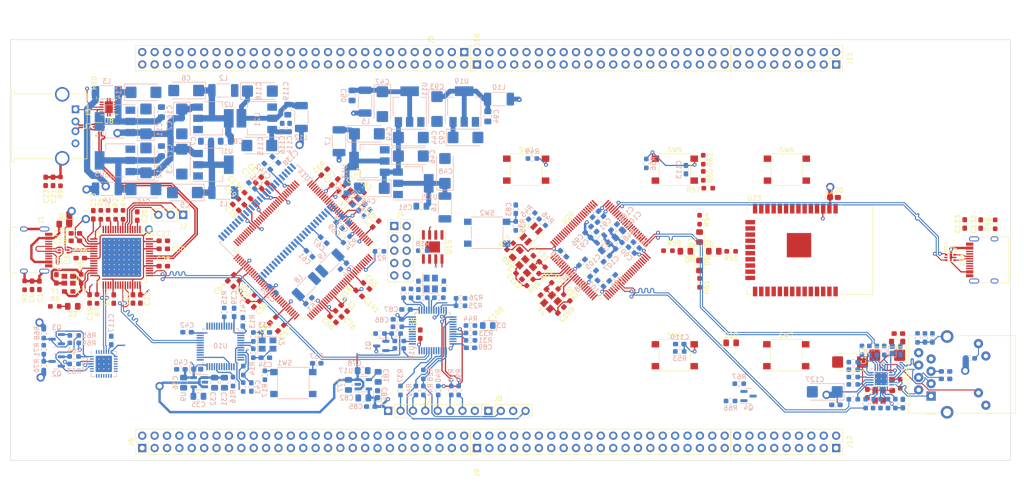
<source format=kicad_pcb>
(kicad_pcb (version 20211014) (generator pcbnew)
  (layers (0 "F.Cu" signal) (1 "In1.Cu" power) (2 "In2.Cu" power) (31 "B.Cu" signal) (34 "B.Paste" user) (35 "F.Paste" user) (36 "B.SilkS" user "B.Silkscreen") (37 "F.SilkS" user "F.Silkscreen") (38 "B.Mask" user) (39 "F.Mask" user) (44 "Edge.Cuts" user))
  (net 0 "")
  (net 1 "Net-(C1-Pad1)")
  (net 2 "GND")
  (net 3 "+5V")
  (net 4 "Net-(C5-Pad1)")
  (net 5 "Net-(C6-Pad1)")
  (net 6 "Net-(C10-Pad1)")
  (net 7 "Net-(C13-Pad2)")
  (net 8 "Net-(C14-Pad1)")
  (net 9 "Net-(C15-Pad1)")
  (net 10 "3V3_pereph")
  (net 11 "Net-(C21-Pad1)")
  (net 12 "1V1_pereph")
  (net 13 "Net-(C33-Pad1)")
  (net 14 "Net-(C34-Pad1)")
  (net 15 "Net-(C35-Pad1)")
  (net 16 "3V3_BLASTER")
  (net 17 "NRST_BLASTER")
  (net 18 "Net-(C47-Pad1)")
  (net 19 "Net-(C48-Pad1)")
  (net 20 "Net-(C49-Pad1)")
  (net 21 "Net-(C53-Pad1)")
  (net 22 "Net-(C54-Pad2)")
  (net 23 "3V3_FPGA")
  (net 24 "1V1_FPGA")
  (net 25 "2V5_FPGA")
  (net 26 "Net-(C79-Pad1)")
  (net 27 "Net-(C80-Pad1)")
  (net 28 "Net-(C81-Pad1)")
  (net 29 "3V3_STLINK")
  (net 30 "NRST")
  (net 31 "Net-(C90-Pad2)")
  (net 32 "Net-(C91-Pad1)")
  (net 33 "Net-(C93-Pad1)")
  (net 34 "3V3_STM32")
  (net 35 "VREF_STM")
  (net 36 "VDDA")
  (net 37 "Net-(C108-Pad1)")
  (net 38 "Net-(C109-Pad1)")
  (net 39 "Net-(C110-Pad1)")
  (net 40 "Net-(C111-Pad1)")
  (net 41 "Net-(C112-Pad1)")
  (net 42 "Net-(C113-Pad1)")
  (net 43 "Net-(C113-Pad2)")
  (net 44 "Net-(C117-Pad2)")
  (net 45 "Net-(C118-Pad1)")
  (net 46 "3V3_ESP")
  (net 47 "Net-(C123-Pad1)")
  (net 48 "Net-(C124-Pad1)")
  (net 49 "Net-(C126-Pad1)")
  (net 50 "Net-(C130-Pad2)")
  (net 51 "Net-(C131-Pad2)")
  (net 52 "Net-(C132-Pad1)")
  (net 53 "Net-(C134-Pad1)")
  (net 54 "Net-(D1-Pad2)")
  (net 55 "Net-(D2-Pad2)")
  (net 56 "Net-(D3-Pad2)")
  (net 57 "Net-(D4-Pad1)")
  (net 58 "Net-(D4-Pad2)")
  (net 59 "LED_STLINK")
  (net 60 "Net-(D5-Pad2)")
  (net 61 "Net-(D6-Pad2)")
  (net 62 "Net-(D7-Pad2)")
  (net 63 "Net-(D8-Pad2)")
  (net 64 "Net-(D9-Pad2)")
  (net 65 "Net-(D10-Pad2)")
  (net 66 "/USB_MAIN_P")
  (net 69 "/USB_MAIN_N")
  (net 72 "USB4_VBUS")
  (net 73 "USB4_DN")
  (net 74 "USB4_DP")
  (net 75 "DCLK")
  (net 76 "CFG_DONE")
  (net 77 "Net-(J2-Pad1)")
  (net 78 "nCONF")
  (net 79 "nCE")
  (net 80 "DATA")
  (net 81 "NCSO")
  (net 82 "ASDO")
  (net 83 "5V_header")
  (net 84 "3V3_header")
  (net 85 "Net-(J2-Pad2)")
  (net 86 "1")
  (net 87 "2")
  (net 88 "3")
  (net 89 "7")
  (net 90 "nSTAT")
  (net 91 "10")
  (net 92 "11")
  (net 93 "TDI")
  (net 94 "TCK")
  (net 95 "TMS")
  (net 96 "TDO")
  (net 97 "FPGA_CLK")
  (net 98 "24")
  (net 99 "25")
  (net 100 "DQ0")
  (net 101 "DQ1")
  (net 102 "DQ2")
  (net 103 "DQ3")
  (net 104 "DQ4")
  (net 105 "DQ5")
  (net 106 "DQ6")
  (net 107 "DQ7")
  (net 108 "LDQM")
  (net 109 "CLK")
  (net 110 "DQ15")
  (net 111 "DQ14")
  (net 112 "DQ13")
  (net 113 "DQ12")
  (net 114 "DQ11")
  (net 115 "DQ10")
  (net 116 "DQ9")
  (net 117 "DQ8")
  (net 118 "UDQM")
  (net 119 "CKE")
  (net 120 "A11")
  (net 121 "A9")
  (net 122 "A8")
  (net 123 "A7")
  (net 124 "A6")
  (net 125 "A5")
  (net 126 "A4")
  (net 127 "WE#")
  (net 128 "CAS#")
  (net 129 "RAS#")
  (net 130 "CS#")
  (net 131 "BS0")
  (net 132 "BS1")
  (net 133 "A10")
  (net 134 "A0")
  (net 135 "A1")
  (net 136 "A2")
  (net 137 "A3")
  (net 138 "84")
  (net 139 "85")
  (net 140 "86")
  (net 141 "87")
  (net 142 "88")
  (net 143 "89")
  (net 144 "90")
  (net 145 "91")
  (net 146 "98")
  (net 147 "99")
  (net 148 "100")
  (net 149 "101")
  (net 150 "103")
  (net 151 "104")
  (net 152 "105")
  (net 153 "106")
  (net 154 "110")
  (net 155 "111")
  (net 156 "112")
  (net 157 "113")
  (net 158 "114")
  (net 159 "115")
  (net 160 "119")
  (net 161 "120")
  (net 162 "121")
  (net 163 "124")
  (net 164 "125")
  (net 165 "126")
  (net 166 "127")
  (net 167 "128")
  (net 168 "129")
  (net 169 "132")
  (net 170 "133")
  (net 171 "135")
  (net 172 "136")
  (net 173 "137")
  (net 174 "138")
  (net 175 "141")
  (net 176 "142")
  (net 177 "143")
  (net 178 "144")
  (net 179 "Net-(J2-Pad3)")
  (net 183 "RX")
  (net 184 "TX")
  (net 185 "SWCLK")
  (net 186 "STM_SWCLK")
  (net 187 "SWDIO")
  (net 188 "STM_SWDIO")
  (net 189 "PE2")
  (net 190 "PE3")
  (net 191 "PE4")
  (net 192 "PE5")
  (net 193 "PE6")
  (net 194 "PC13")
  (net 195 "PC14")
  (net 196 "PC15")
  (net 197 "OSC_IN_STM32")
  (net 198 "OSC_OUT_STM32")
  (net 199 "RESET_STM32")
  (net 200 "PC0")
  (net 201 "ETH_MDC")
  (net 202 "PC2")
  (net 203 "PC3")
  (net 204 "PA0")
  (net 205 "ETH_REF_CLK")
  (net 206 "ETH_MDIO")
  (net 207 "PA3")
  (net 208 "PA4")
  (net 209 "PA5")
  (net 210 "PA6")
  (net 211 "ETH_CRS_DV")
  (net 212 "ETH_RX_ERR")
  (net 213 "PB1")
  (net 214 "BOOT1")
  (net 215 "PE7")
  (net 216 "PE8")
  (net 217 "PE9")
  (net 218 "PE10")
  (net 219 "PE11")
  (net 220 "PE12")
  (net 221 "PE13")
  (net 222 "PE14")
  (net 223 "PE15")
  (net 224 "PB10")
  (net 225 "ETH_TX_EN")
  (net 226 "PB14")
  (net 227 "PE0")
  (net 228 "PE1")
  (net 229 "PB8")
  (net 230 "PB9")
  (net 231 "PB7")
  (net 232 "PB5")
  (net 233 "PB6")
  (net 234 "SWO")
  (net 235 "PD6")
  (net 236 "PD7")
  (net 237 "PD4")
  (net 238 "PD5")
  (net 239 "PD2")
  (net 240 "PD3")
  (net 241 "PD0")
  (net 242 "PD1")
  (net 243 "PC11")
  (net 244 "PC12")
  (net 245 "PA15")
  (net 246 "PC10")
  (net 247 "Net-(J7-Pad2)")
  (net 248 "Net-(J7-Pad3)")
  (net 249 "PA9")
  (net 250 "PA10")
  (net 251 "PC9")
  (net 252 "PA8")
  (net 253 "PC7")
  (net 254 "PC8")
  (net 255 "PD15")
  (net 256 "PC6")
  (net 257 "PD13")
  (net 258 "PD14")
  (net 259 "PD11")
  (net 260 "PD12")
  (net 261 "PD9")
  (net 262 "PD10")
  (net 263 "PD8")
  (net 264 "PB15")
  (net 265 "#EN")
  (net 266 "VP")
  (net 267 "VN")
  (net 268 "IO34")
  (net 269 "IO35")
  (net 270 "IO32")
  (net 271 "IO33")
  (net 272 "IO25")
  (net 273 "IO26")
  (net 274 "IO27")
  (net 275 "IO14")
  (net 276 "IO12")
  (net 277 "SHD")
  (net 278 "SWP")
  (net 279 "CMD")
  (net 280 "SCK")
  (net 281 "SDO")
  (net 282 "SDI")
  (net 283 "IO23")
  (net 284 "TX_ESP")
  (net 285 "IO22")
  (net 286 "IO21")
  (net 287 "RX_ESP")
  (net 288 "IO18")
  (net 289 "IO19")
  (net 290 "IO17")
  (net 291 "IO5")
  (net 292 "IO4")
  (net 293 "IO16")
  (net 294 "IO2")
  (net 295 "IO0")
  (net 296 "IO15")
  (net 297 "IO13")
  (net 298 "TXP")
  (net 299 "RXN")
  (net 300 "RXP")
  (net 301 "TXN")
  (net 302 "ETH_LED2")
  (net 303 "ETH_LED1")
  (net 304 "Net-(J13-PadL1)")
  (net 305 "Net-(J13-PadL4)")
  (net 308 "USB_OTG_VBUS")
  (net 309 "Net-(Q1-Pad1)")
  (net 310 "Net-(Q1-Pad2)")
  (net 311 "Net-(Q2-Pad1)")
  (net 312 "Net-(Q3-Pad1)")
  (net 313 "Net-(Q4-Pad1)")
  (net 314 "Net-(Q4-Pad2)")
  (net 316 "CP2102_RST")
  (net 318 "DTR")
  (net 320 "Net-(R56-Pad2)")
  (net 321 "Net-(R2-Pad1)")
  (net 322 "Net-(R4-Pad1)")
  (net 323 "Net-(R5-Pad1)")
  (net 324 "Net-(R6-Pad1)")
  (net 325 "Net-(R7-Pad1)")
  (net 326 "Net-(R10-Pad1)")
  (net 327 "PA0_BLASTER")
  (net 328 "OSC_IN_BLASTER")
  (net 329 "OSC_OUT_BLASTER")
  (net 330 "BOOT0_BLASTER")
  (net 331 "BOOT1_BLASTER")
  (net 332 "OSC_IN_STLINK")
  (net 333 "Net-(R28-Pad2)")
  (net 334 "Net-(R29-Pad2)")
  (net 335 "Net-(R30-Pad1)")
  (net 336 "Net-(R31-Pad2)")
  (net 337 "BOOT0")
  (net 338 "BOOT1_STLINK")
  (net 339 "OSC_OUT_STLINK")
  (net 340 "USB1_DP")
  (net 341 "USB_RENUMN")
  (net 342 "Net-(R49-Pad1)")
  (net 343 "RTCLK_OSC_IN")
  (net 344 "Net-(R57-Pad2)")
  (net 345 "Net-(R60-Pad2)")
  (net 346 "RTCLK_OSC_OUT")
  (net 347 "Net-(R63-Pad1)")
  (net 348 "Net-(R69-Pad1)")
  (net 349 "Net-(R71-Pad1)")
  (net 350 "Net-(R72-Pad2)")
  (net 351 "Net-(R76-Pad2)")
  (net 352 "Net-(R77-Pad2)")
  (net 353 "Net-(R78-Pad2)")
  (net 354 "Net-(R79-Pad2)")
  (net 355 "Net-(R80-Pad2)")
  (net 356 "Net-(R81-Pad2)")
  (net 357 "Net-(R82-Pad2)")
  (net 358 "Net-(R83-Pad2)")
  (net 359 "Net-(R84-Pad2)")
  (net 360 "Net-(R73-Pad2)")
  (net 361 "Net-(R74-Pad2)")
  (net 362 "Net-(R75-Pad2)")
  (net 363 "Net-(R85-Pad1)")
  (net 364 "BOOT0_STLINK")
  (net 383 "USB2_DP")
  (net 388 "USB3_DP")
  (net 410 "SWCLK_BLASTER")
  (net 417 "SWDIO_BLASTER")
  (net 422 "SWO_BLASTER")
  (net 423 "SWDIO_IN")
  (net 424 "SWCLK_IN")
  (net 453 "VBAT_STM")
  (net 474 "Net-(C121-Pad1)")
  (net 475 "Net-(C9-Pad1)")
  (net 476 "Net-(U3-Pad4)")
  (net 477 "Net-(U3-Pad6)")
  (net 478 "ETH_RX-")
  (net 479 "ETH_RX+")
  (net 480 "ETH_TX-")
  (net 481 "ETH_TX+")
  (net 482 "USB1_DN")
  (net 483 "USB2_DN")
  (net 484 "USB3_DN")
  (net 485 "Net-(J7-Pad5)")
  (net 486 "Net-(J7-Pad6)")
  (net 487 "Net-(J7-Pad7)")
  (net 488 "OTG_N")
  (net 489 "OTG_P")
  (net 490 "Net-(J7-Pad4)")
  (net 491 "SWCLK_IN_STLINK")
  (net 492 "SWDIO_IN_STLINK")
  (net 493 "/ETHERNET+OTG/USB_OTG_+")
  (net 494 "/ETHERNET+OTG/USB_OTG_-")
  (net 495 "/USB4D-")
  (net 496 "/USB4D+")
  (footprint "Capacitor_SMD:C_0603_1608Metric_Pad1.08x0.95mm_HandSolder" (layer "F.Cu") (at 45.894 103.697 90)
    (fp_text reference "C10")
    (fp_text value "0.1u")
  )
  (footprint "Capacitor_Tantalum_SMD:CP_EIA-1608-08_AVX-J_Pad1.25x1.05mm_HandSolder" (layer "F.Cu") (at 205.359 86.995)
    (fp_text reference "C120")
    (fp_text value "C_Polarized")
  )
  (footprint "Connector_PinSocket_2.54mm:PinSocket_1x08_P2.54mm_Vertical" (layer "F.Cu") (at 113.934 130.785 90)
    (fp_text reference "J7")
    (fp_text value "Conn_01x08_Male")
  )
  (footprint "Capacitor_SMD:C_0603_1608Metric_Pad1.08x0.95mm_HandSolder" (layer "F.Cu") (at 108.331 85.344 135)
    (fp_text reference "C63")
    (fp_text value "0.1u")
  )
  (footprint "Oscillator:Oscillator_SMD_Abracon_ASE-4Pin_3.2x2.5mm" (layer "F.Cu") (at 214.63 127.635 -90)
    (fp_text reference "X2" hide)
    (fp_text value "ASE-xxxMHz")
  )
  (footprint "Capacitor_SMD:C_0603_1608Metric_Pad1.08x0.95mm_HandSolder" (layer "F.Cu") (at 144.3228 99.568 135)
    (fp_text reference "C111")
    (fp_text value "6.8p")
  )
  (footprint "LED_SMD:LED_0805_2012Metric_Pad1.15x1.40mm_HandSolder" (layer "F.Cu") (at 140.208 98.552 45)
    (fp_text reference "D5")
    (fp_text value "LED")
  )
  (footprint "Inductor_SMD:L_0805_2012Metric_Pad1.05x1.20mm_HandSolder" (layer "F.Cu") (at 217.297 125.476 90)
    (fp_text reference "FB1" hide)
    (fp_text value "FerriteBead")
  )
  (footprint "Package_TO_SOT_SMD:SOT-666" (layer "F.Cu") (at 229.235 99.314)
    (fp_text reference "U25")
    (fp_text value "USBLC6-2P6")
  )
  (footprint "Resistor_SMD:R_0603_1608Metric_Pad0.98x0.95mm_HandSolder" (layer "F.Cu") (at 178.562 79.248 -90)
    (fp_text reference "R62")
    (fp_text value "330")
  )
  (footprint "Capacitor_SMD:C_0603_1608Metric_Pad1.08x0.95mm_HandSolder" (layer "F.Cu") (at 62.484 90.805 90)
    (fp_text reference "C20")
    (fp_text value "0.1u")
  )
  (footprint "Resistor_SMD:R_0603_1608Metric_Pad0.98x0.95mm_HandSolder" (layer "F.Cu") (at 59.563 90.551 90)
    (fp_text reference "R4")
    (fp_text value "4.7k")
  )
  (footprint "Resistor_SMD:R_0603_1608Metric_Pad0.98x0.95mm_HandSolder" (layer "F.Cu") (at 85.852 107.696 45)
    (fp_text reference "R22")
    (fp_text value "10K")
  )
  (footprint "Capacitor_SMD:C_0603_1608Metric_Pad1.08x0.95mm_HandSolder" (layer "F.Cu") (at 82.677 89.027 135)
    (fp_text reference "C75")
    (fp_text value "0.1u")
  )
  (footprint "Button_Switch_SMD:SW_Push_1P1T_NO_6x6mm_H9.5mm" (layer "F.Cu") (at 172.72 81.28)
    (fp_text reference "SW5")
    (fp_text value "SW_Push_Dual")
  )
  (footprint "Capacitor_SMD:C_0603_1608Metric_Pad1.08x0.95mm_HandSolder" (layer "F.Cu") (at 42.418 105.029 -90)
    (fp_text reference "C1")
    (fp_text value "0.1u")
  )
  (footprint "Capacitor_SMD:C_0603_1608Metric_Pad1.08x0.95mm_HandSolder" (layer "F.Cu") (at 87.376 84.582 135)
    (fp_text reference "C74")
    (fp_text value "0.1u")
  )
  (footprint "Capacitor_Tantalum_SMD:CP_EIA-6032-15_Kemet-U_Pad2.25x2.35mm_HandSolder" (layer "F.Cu") (at 216.281 119.38 180)
    (fp_text reference "C126")
    (fp_text value "22u")
  )
  (footprint "Capacitor_SMD:C_0603_1608Metric_Pad1.08x0.95mm_HandSolder" (layer "F.Cu") (at 149.352 110.109 45)
    (fp_text reference "C109")
    (fp_text value "20p")
  )
  (footprint "Capacitor_SMD:C_0603_1608Metric_Pad1.08x0.95mm_HandSolder" (layer "F.Cu") (at 83.82 87.884 135)
    (fp_text reference "C59")
    (fp_text value "0.1u")
  )
  (footprint "LED_SMD:LED_0805_2012Metric_Pad1.15x1.40mm_HandSolder" (layer "F.Cu") (at 49.2525 109.347 180)
    (fp_text reference "D2")
    (fp_text value "LED")
  )
  (footprint "Capacitor_SMD:C_0603_1608Metric_Pad1.08x0.95mm_HandSolder" (layer "F.Cu") (at 57.658 107.8495 -90)
    (fp_text reference "C24")
    (fp_text value "0.1u")
  )
  (footprint "Capacitor_SMD:C_0603_1608Metric_Pad1.08x0.95mm_HandSolder" (layer "F.Cu") (at 120.523 115.062 90)
    (fp_text reference "C88")
    (fp_text value "100nF")
  )
  (footprint "Resistor_SMD:R_0603_1608Metric_Pad0.98x0.95mm_HandSolder" (layer "F.Cu") (at 148.1328 105.1306 135)
    (fp_text reference "R50")
    (fp_text value "0")
  )
  (footprint "Capacitor_SMD:C_0603_1608Metric_Pad1.08x0.95mm_HandSolder" (layer "F.Cu") (at 102.997 83.82 45)
    (fp_text reference "C72")
    (fp_text value "0.1u")
  )
  (footprint "RF_Module:ESP32-WROOM-32" (layer "F.Cu") (at 197.442 97.79 -90)
    (fp_text reference "U23")
    (fp_text value "ESP32-WROOM-32")
  )
  (footprint "Capacitor_SMD:C_0603_1608Metric_Pad1.08x0.95mm_HandSolder" (layer "F.Cu") (at 91.948 113.792 -135)
    (fp_text reference "C57")
    (fp_text value "0.1u")
  )
  (footprint "Resistor_SMD:R_0603_1608Metric_Pad0.98x0.95mm_HandSolder" (layer "F.Cu") (at 150.5712 107.569 135)
    (fp_text reference "R52")
    (fp_text value "220")
  )
  (footprint "Package_QFP:HTQFP-64-1EP_10x10mm_P0.5mm_EP8x8mm_Mask4.4x4.4mm_ThermalVias" (layer "F.Cu") (at 59.269 99.275 -90)
    (fp_text reference "U6")
    (fp_text value "TUSB4041I")
  )
  (footprint "Capacitor_SMD:C_0603_1608Metric_Pad1.08x0.95mm_HandSolder" (layer "F.Cu") (at 108.458 89.027 45)
    (fp_text reference "C55")
    (fp_text value "0.1u")
  )
  (footprint "Capacitor_SMD:C_0603_1608Metric_Pad1.08x0.95mm_HandSolder" (layer "F.Cu") (at 145.796 106.426 -135)
    (fp_text reference "C108")
    (fp_text value "20p")
  )
  (footprint "Capacitor_SMD:C_0603_1608Metric_Pad1.08x0.95mm_HandSolder" (layer "F.Cu") (at 48.42 106.299)
    (fp_text reference "C9")
    (fp_text value "0.1u")
  )
  (footprint "Resistor_SMD:R_0603_1608Metric_Pad0.98x0.95mm_HandSolder" (layer "F.Cu") (at 177.8 91.567 -90)
    (fp_text reference "R54")
    (fp_text value "4K")
  )
  (footprint "Connector_PinHeader_2.54mm:PinHeader_2x21_P2.54mm_Vertical" (layer "F.Cu") (at 132.15 59.695 90)
    (fp_text reference "J10")
    (fp_text value "Conn_02x21_Odd_Even")
  )
  (footprint "Crystal:Crystal_SMD_3225-4Pin_3.2x2.5mm" (layer "F.Cu") (at 142.24 101.092 135)
    (fp_text reference "Y5")
    (fp_text value "32.768KHz")
  )
  (footprint "Resistor_SMD:R_0603_1608Metric_Pad0.98x0.95mm_HandSolder" (layer "F.Cu") (at 46.736 83.693 -90)
    (fp_text reference "R9")
    (fp_text value "1M")
  )
  (footprint "Capacitor_SMD:C_0603_1608Metric_Pad1.08x0.95mm_HandSolder" (layer "F.Cu") (at 107.95 106.68 -45)
    (fp_text reference "C141")
    (fp_text value "0.1u")
  )
  (footprint "Resistor_SMD:R_0603_1608Metric_Pad0.98x0.95mm_HandSolder" (layer "F.Cu") (at 179.578 85.09 180)
    (fp_text reference "R57")
    (fp_text value "220k")
  )
  (footprint "Connector_PinSocket_2.54mm:PinSocket_2x09_P2.54mm_Vertical" (layer "F.Cu") (at 205.81 138.435 -90)
    (fp_text reference "J12")
    (fp_text value "Conn_02x09_Odd_Even")
  )
  (footprint "Button_Switch_SMD:SW_Push_1P1T_NO_6x6mm_H9.5mm" (layer "F.Cu") (at 195.707 81.28)
    (fp_text reference "SW6")
    (fp_text value "SW_Push_Dual")
  )
  (footprint "Resistor_SMD:R_0603_1608Metric_Pad0.98x0.95mm_HandSolder" (layer "F.Cu") (at 238.4298 92.5068 90)
    (fp_text reference "R88")
    (fp_text value "1M")
  )
  (footprint "Capacitor_SMD:C_0603_1608Metric_Pad1.08x0.95mm_HandSolder" (layer "F.Cu") (at 88.519 83.439 135)
    (fp_text reference "C62")
    (fp_text value "0.1u")
  )
  (footprint "Capacitor_SMD:C_0603_1608Metric_Pad1.08x0.95mm_HandSolder" (layer "F.Cu") (at 43.688 83.693 -90)
    (fp_text reference "C23")
    (fp_text value "0.001u")
  )
  (footprint "LED_SMD:LED_RGB_Wuerth-PLCC4_3.2x2.8mm_150141M173100" (layer "F.Cu") (at 143.256 94.488 45)
    (fp_text reference "D4")
    (fp_text value "LED_Dual_AAKK")
  )
  (footprint "LED_SMD:LED_0805_2012Metric_Pad1.15x1.40mm_HandSolder" (layer "F.Cu") (at 174.879 98.044 180)
    (fp_text reference "D8")
    (fp_text value "LED")
  )
  (footprint "Capacitor_SMD:C_0603_1608Metric_Pad1.08x0.95mm_HandSolder" (layer "F.Cu") (at 81.661 103.505 -135)
    (fp_text reference "C64")
    (fp_text value "0.1u")
  )
  (footprint "Resistor_SMD:R_0603_1608Metric_Pad0.98x0.95mm_HandSolder" (layer "F.Cu") (at 54.991 90.551 90)
    (fp_text reference "R6")
    (fp_text value "4.7k")
  )
  (footprint "Capacitor_SMD:C_0603_1608Metric_Pad1.08x0.95mm_HandSolder" (layer "F.Cu") (at 67.818 95.885)
    (fp_text reference "C27")
    (fp_text value "0.1u")
  )
  (footprint "Package_TO_SOT_SMD:SOT-666" (layer "F.Cu") (at 54.61 72.517 180)
    (fp_text reference "U7")
    (fp_text value "USBLC6-2P6")
  )
  (footprint "Package_QFP:TQFP-144_20x20mm_P0.5mm" (layer "F.Cu") (at 96.52 97.79 -135)
    (fp_text reference "U16")
    (fp_text value "EP4CE6")
  )
  (footprint "Capacitor_SMD:C_0603_1608Metric_Pad1.08x0.95mm_HandSolder" (layer "F.Cu") (at 50.8 99.441 180)
    (fp_text reference "C26")
    (fp_text value "0.1u")
  )
  (footprint "Capacitor_SMD:C_0603_1608Metric_Pad1.08x0.95mm_HandSolder" (layer "F.Cu") (at 82.804 104.648 -135)
    (fp_text reference "C65")
    (fp_text value "0.1u")
  )
  (footprint "Capacitor_SMD:C_0603_1608Metric_Pad1.08x0.95mm_HandSolder" (layer "F.Cu") (at 103.759 110.871 -45)
    (fp_text reference "C76")
    (fp_text value "0.1u")
  )
  (footprint "Connector_PinHeader_2.54mm:PinHeader_1x03_P2.54mm_Vertical" (layer "F.Cu") (at 71.882 90.551 -90)
    (fp_text reference "J2")
    (fp_text value "Conn_01x03")
  )
  (footprint "Button_Switch_SMD:SW_Push_1P1T_NO_6x6mm_H9.5mm" (layer "F.Cu") (at 172.72 119.38)
    (fp_text reference "SW4")
    (fp_text value "SW_Push_Dual")
  )
  (footprint "Connector_PinSocket_2.54mm:PinSocket_2x09_P2.54mm_Vertical" (layer "F.Cu") (at 205.81 59.695 -90)
    (fp_text reference "J11")
    (fp_text value "Conn_02x09_Odd_Even")
  )
  (footprint "Capacitor_SMD:C_0603_1608Metric_Pad1.08x0.95mm_HandSolder" (layer "F.Cu") (at 49.784 94.361 180)
    (fp_text reference "C29")
    (fp_text value "0.1u")
  )
  (footprint "Capacitor_SMD:C_0603_1608Metric_Pad1.08x0.95mm_HandSolder" (layer "F.Cu") (at 104.394 85.09 45)
    (fp_text reference "C140")
    (fp_text value "0.1u")
  )
  (footprint "Oscillator:Oscillator_SMD_Abracon_ASE-4Pin_3.2x2.5mm" (layer "F.Cu") (at 106.426 86.995 135)
    (fp_text reference "X1")
    (fp_text value "ASE-xxxMHz")
  )
  (footprint "Resistor_SMD:R_0603_1608Metric_Pad0.98x0.95mm_HandSolder" (layer "F.Cu") (at 178.562 82.55 -90)
    (fp_text reference "R60")
    (fp_text value "0")
  )
  (footprint "Capacitor_SMD:C_0603_1608Metric_Pad1.08x0.95mm_HandSolder" (layer "F.Cu") (at 212.217 127.254 -90)
    (fp_text reference "C121" hide)
    (fp_text value "0.1u")
  )
  (footprint "Capacitor_SMD:C_0603_1608Metric_Pad1.08x0.95mm_HandSolder" (layer "F.Cu") (at 67.818 97.536)
    (fp_text reference "C30")
    (fp_text value "0.1u")
  )
  (footprint "Crystal:Crystal_SMD_3225-4Pin_3.2x2.5mm" (layer "F.Cu") (at 147.32 108.458 -135)
    (fp_text reference "Y4")
    (fp_text value "8MHz")
  )
  (footprint "Connector_PinHeader_2.54mm:PinHeader_2x05_P2.54mm_Vertical" (layer "F.Cu") (at 115.184 92.842)
    (fp_text reference "J4")
    (fp_text value "Conn_02x05_Odd_Even")
  )
  (footprint "Connector_PinHeader_2.54mm:PinHeader_2x27_P2.54mm_Vertical" (layer "F.Cu") (at 63.5 138.435 90)
    (fp_text reference "J6")
    (fp_text value "Conn_02x27_Counter_Clockwise")
  )
  (footprint "Diode_SMD:D_0805_2012Metric_Pad1.15x1.40mm_HandSolder" (layer "F.Cu") (at 47.498 92.456 180)
    (fp_text reference "D1")
    (fp_text value "D")
  )
  (footprint "Capacitor_SMD:C_0603_1608Metric_Pad1.08x0.95mm_HandSolder" (layer "F.Cu") (at 218.567 114.935 180)
    (fp_text reference "C128" hide)
    (fp_text value "0.1u")
  )
  (footprint "Resistor_SMD:R_0603_1608Metric_Pad0.98x0.95mm_HandSolder" (layer "F.Cu") (at 177.8 104.521 90)
    (fp_text reference "R61")
    (fp_text value "4K")
  )
  (footprint "Crystal:Crystal_SMD_2520-4Pin_2.5x2.0mm" (layer "F.Cu") (at 48.406 103.886 180)
    (fp_text reference "Y1")
    (fp_text value "Crystal_GND23")
  )
  (footprint "Capacitor_SMD:C_0603_1608Metric_Pad1.08x0.95mm_HandSolder" (layer "F.Cu") (at 111.379 92.456 45)
    (fp_text reference "C70")
    (fp_text value "0.1u")
  )
  (footprint "Resistor_SMD:R_0603_1608Metric_Pad0.98x0.95mm_HandSolder" (layer "F.Cu") (at 143.002 104.4448 45)
    (fp_text reference "R59")
    (fp_text value "220")
  )
  (footprint "Resistor_SMD:R_0603_1608Metric_Pad0.98x0.95mm_HandSolder" (layer "F.Cu") (at 138.938 97.028 45)
    (fp_text reference "R47")
    (fp_text value "4K")
  )
  (footprint "Resistor_SMD:R_0603_1608Metric_Pad0.98x0.95mm_HandSolder" (layer "F.Cu") (at 39.37 105.029 -90)
    (fp_text reference "R1")
    (fp_text value "1M")
  )
  (footprint "Capacitor_SMD:C_0603_1608Metric_Pad1.08x0.95mm_HandSolder" (layer "F.Cu") (at 235.458 92.456 90)
    (fp_text reference "C132")
    (fp_text value "0.001u")
  )
  (footprint "Connector_USB:USB_C_Receptacle_HRO_TYPE-C-31-M-12" (layer "F.Cu") (at 237.236 99.822 90)
    (fp_text reference "J14")
    (fp_text value "USB_C_Receptacle_USB2.0")
  )
  (footprint "Package_SO:SOIC-8-1EP_3.9x4.9mm_P1.27mm_EP2.29x3mm" (layer "F.Cu") (at 123.063 97.155 -90)
    (fp_text reference "U15")
    (fp_text value "EPCS16SI8N")
  )
  (footprint "LED_SMD:LED_0805_2012Metric_Pad1.15x1.40mm_HandSolder" (layer "F.Cu") (at 177.8 95.123 90)
    (fp_text reference "D7")
    (fp_text value "LED")
  )
  (footprint "Resistor_SMD:R_0603_1608Metric_Pad0.98x0.95mm_HandSolder" (layer "F.Cu") (at 58.039 90.551 90)
    (fp_text reference "R2")
    (fp_text value "4.7k")
  )
  (footprint "Package_SON:VSON-10-1EP_3x3mm_P0.5mm_EP1.65x2.4mm" (layer "F.Cu") (at 56.642 68.453 180)
    (fp_text reference "U8")
    (fp_text value "TPS2560")
  )
  (footprint "Capacitor_SMD:C_0603_1608Metric_Pad1.08x0.95mm_HandSolder" (layer "F.Cu") (at 45.212 83.693 -90)
    (fp_text reference "C21")
    (fp_text value "0.1u")
  )
  (footprint "Capacitor_SMD:C_0603_1608Metric_Pad1.08x0.95mm_HandSolder" (layer "F.Cu") (at 90.297 112.141 -135)
    (fp_text reference "C68")
    (fp_text value "0.1u")
  )
  (footprint "Capacitor_SMD:C_0603_1608Metric_Pad1.08x0.95mm_HandSolder" (layer "F.Cu") (at 40.894 105.029 -90)
    (fp_text reference "C4")
    (fp_text value "0.001u")
  )
  (footprint "Capacitor_SMD:C_0603_1608Metric_Pad1.08x0.95mm_HandSolder" (layer "F.Cu") (at 63.119 107.823 -90)
    (fp_text reference "C22")
    (fp_text value "0.1u")
  )
  (footprint "Connector_PinHeader_2.54mm:PinHeader_2x21_P2.54mm_Vertical" (layer "F.Cu") (at 132.15 138.435 90)
    (fp_text reference "J9")
    (fp_text value "Conn_02x21_Odd_Even")
  )
  (footprint "Capacitor_SMD:C_0603_1608Metric_Pad1.08x0.95mm_HandSolder" (layer "F.Cu") (at 232.1814 92.4306 90)
    (fp_text reference "C133")
    (fp_text value "0.1u")
  )
  (footprint "Connector_PinHeader_2.54mm:PinHeader_2x27_P2.54mm_Vertical" (layer "F.Cu") (at 129.545 57.145 -90)
    (fp_text reference "J5")
    (fp_text value "Conn_02x27_Counter_Clockwise")
  )
  (footprint "Connector_USB:USB_C_Receptacle_HRO_TYPE-C-31-M-12" (layer "F.Cu") (at 40.278 97.79 -90)
    (fp_text reference "J1")
    (fp_text value "USB_C_Receptacle_USB2.0")
  )
  (footprint "Capacitor_Tantalum_SMD:CP_EIA-6032-15_Kemet-U_Pad2.25x2.35mm_HandSolder" (layer "F.Cu") (at 208.661 120.777 180)
    (fp_text reference "C122" hide)
    (fp_text value "22u")
  )
  (footprint "Resistor_SMD:R_0603_1608Metric_Pad0.98x0.95mm_HandSolder" (layer "F.Cu") (at 54.229 107.823 -90)
    (fp_text reference "R7")
    (fp_text value "9.53")
  )
  (footprint "Capacitor_SMD:C_0603_1608Metric_Pad1.08x0.95mm_HandSolder" (layer "F.Cu") (at 61.595 107.823 -90)
    (fp_text reference "C25")
    (fp_text value "0.1u")
  )
  (footprint "Connector_RJ:RJ45_Amphenol_RJMG1BD3B8K1ANR" (layer "F.Cu") (at 225.278 127.762 90)
    (fp_text reference "J13")
    (fp_text value "RJ45_Amphenol_RJMG1BD3B8K1ANR")
  )
  (footprint "Capacitor_SMD:C_0603_1608Metric_Pad1.08x0.95mm_HandSolder" (layer "F.Cu") (at 67.818 101.092)
    (fp_text reference "C28")
    (fp_text value "0.1u")
  )
  (footprint "Capacitor_SMD:C_0603_1608Metric_Pad1.08x0.95mm_HandSolder" (layer "F.Cu") (at 86.995 108.839 -135)
    (fp_text reference "C58")
    (fp_text value "0.1u")
  )
  (footprint "Resistor_SMD:R_0603_1608Metric_Pad0.98x0.95mm_HandSolder" (layer "F.Cu") (at 50.974 103.697 90)
    (fp_text reference "R3")
    (fp_text value "1M")
  )
  (footprint "Inductor_SMD:L_0805_2012Metric_Pad1.05x1.20mm_HandSolder" (layer "F.Cu") (at 218.313 116.586 180)
    (fp_text reference "FB2" hide)
    (fp_text value "FerriteBead")
  )
  (footprint "Button_Switch_SMD:SW_Push_1P1T_NO_6x6mm_H9.5mm" (layer "F.Cu") (at 142.24 81.28)
    (fp_text reference "SW3")
    (fp_text value "SW_Push_Dual")
  )
  (footprint "Connector_USB:USB_A_Molex_67643_Horizontal" (layer "F.Cu") (at 49.81 68.89 -90)
    (fp_text reference "J3")
    (fp_text value "USB_A")
  )
  (footprint "Resistor_SMD:R_0603_1608Metric_Pad0.98x0.95mm_HandSolder" (layer "F.Cu") (at 145.4912 101.9556 45)
    (fp_text reference "R55")
    (fp_text value "0")
  )
  (footprint "Resistor_SMD:R_0603_1608Metric_Pad0.98x0.95mm_HandSolder" (layer "F.Cu") (at 218.948 125.222 -90)
    (fp_text reference "R86" hide)
    (fp_text value "6.49k")
  )
  (footprint "LED_SMD:LED_0805_2012Metric_Pad1.15x1.40mm_HandSolder" (layer "F.Cu") (at 177.8 100.965 -90)
    (fp_text reference "D9")
    (fp_text value "LED")
  )
  (footprint "Package_TO_SOT_SMD:SOT-666" (layer "F.Cu") (at 47.39 97.79)
    (fp_text reference "U3")
    (fp_text value "USBLC6-2P6")
  )
  (footprint "Capacitor_SMD:C_0603_1608Metric_Pad1.08x0.95mm_HandSolder" (layer "F.Cu") (at 49.784 95.885 180)
    (fp_text reference "C18")
    (fp_text value "0.1u")
  )
  (footprint "Capacitor_SMD:C_0603_1608Metric_Pad1.08x0.95mm_HandSolder" (layer "F.Cu") (at 85.09 86.614 135)
    (fp_text reference "C136")
    (fp_text value "0.1u")
  )
  (footprint "Resistor_SMD:R_0603_1608Metric_Pad0.98x0.95mm_HandSolder" (layer "F.Cu") (at 184.277 98.044 180)
    (fp_text reference "R51")
    (fp_text value "4K")
  )
  (footprint "Resistor_SMD:R_0603_1608Metric_Pad0.98x0.95mm_HandSolder" (layer "F.Cu") (at 45.5695 109.347)
    (fp_text reference "R8")
    (fp_text value "4K")
  )
  (footprint "Capacitor_SMD:C_0603_1608Metric_Pad1.08x0.95mm_HandSolder" (layer "F.Cu") (at 140.7668 103.1748 -45)
    (fp_text reference "C112")
    (fp_text value "6.8p")
  )
  (footprint "LED_SMD:LED_0805_2012Metric_Pad1.15x1.40mm_HandSolder" (layer "F.Cu") (at 184.277 116.84)
    (fp_text reference "D10")
    (fp_text value "LED")
  )
  (footprint "Capacitor_SMD:C_0603_1608Metric_Pad1.08x0.95mm_HandSolder" (layer "F.Cu") (at 102.616 112.014 -45)
    (fp_text reference "C56")
    (fp_text value "0.1u")
  )
  (footprint "Package_QFP:LQFP-100_14x14mm_P0.5mm" (layer "F.Cu") (at 157.48 97.79 45)
    (fp_text reference "U20")
    (fp_text value "STM32F407VGTx")
  )
  (footprint "Capacitor_SMD:C_0603_1608Metric_Pad1.08x0.95mm_HandSolder" (layer "F.Cu") (at 109.474 105.156 -45)
    (fp_text reference "C66")
    (fp_text value "0.1u")
  )
  (footprint "Resistor_SMD:R_0603_1608Metric_Pad0.98x0.95mm_HandSolder" (layer "F.Cu") (at 56.515 90.551 90)
    (fp_text reference "R5")
    (fp_text value "4.7k")
  )
  (footprint "Capacitor_SMD:C_0603_1608Metric_Pad1.08x0.95mm_HandSolder" (layer "F.Cu") (at 100.838 81.788 45)
    (fp_text reference "C60")
    (fp_text value "0.1u")
  )
  (footprint "Capacitor_SMD:C_0603_1608Metric_Pad1.08x0.95mm_HandSolder" (layer "F.Cu") (at 53.467 90.551 -90)
    (fp_text reference "C13")
    (fp_text value "1u")
  )
  (footprint "Button_Switch_SMD:SW_Push_1P1T_NO_6x6mm_H9.5mm" (layer "F.Cu") (at 195.58 119.38)
    (fp_text reference "SW7")
    (fp_text value "SW_Push_Dual")
  )
  (footprint "Resistor_SMD:R_0603_1608Metric_Pad0.98x0.95mm_HandSolder" (layer "F.Cu") (at 53.594 66.548 90)
    (fp_text reference "R10")
    (fp_text value "24k9")
  )
  (footprint "Capacitor_SMD:C_0603_1608Metric_Pad1.08x0.95mm_HandSolder" (layer "F.Cu") (at 104.902 109.728 -45)
    (fp_text reference "C73")
    (fp_text value "0.1u")
  )
  (footprint "LED_SMD:LED_0805_2012Metric_Pad1.15x1.40mm_HandSolder" (layer "F.Cu") (at 180.721 98.044)
    (fp_text reference "D6")
    (fp_text value "LED")
  )
  (footprint "Capacitor_SMD:C_0603_1608Metric_Pad1.08x0.95mm_HandSolder" (layer "F.Cu") (at 52.705 107.823 -90)
    (fp_text reference "C19")
    (fp_text value "0.1u")
  )
  (footprint "Connector_PinSocket_2.54mm:PinSocket_1x04_P2.54mm_Vertical" (layer "F.Cu") (at 134.493 130.81 90)
    (fp_text reference "J8")
    (fp_text value "Conn_01x04_Male")
  )
  (footprint "Resistor_SMD:R_0603_1608Metric_Pad0.98x0.95mm_HandSolder" (layer "F.Cu") (at 171.323 97.917 180)
    (fp_text reference "R58")
    (fp_text value "4K")
  )
  (footprint "Package_TO_SOT_SMD:SOT-223-3_TabPin2" (layer "B.Cu") (at 110.084 79.516 180)
    (fp_text reference "U13")
    (fp_text value "AMS1117")
  )
  (footprint "Capacitor_SMD:C_0805_2012Metric_Pad1.18x1.45mm_HandSolder" (layer "B.Cu") (at 105.512 85.104 -90)
    (fp_text reference "C52")
    (fp_text value "0.1u")
  )
  (footprint "Capacitor_Tantalum_SMD:CP_EIA-6032-15_Kemet-U_Pad2.25x2.35mm_HandSolder" (layer "B.Cu") (at 71.6155 71.384 -90)
    (fp_text reference "C2")
    (fp_text value "10u")
  )
  (footprint "Inductor_SMD:L_2010_5025Metric_Pad1.52x2.65mm_HandSolder" (layer "B.Cu") (at 103.861 75.452 -90)
    (fp_text reference "L7")
    (fp_text value "220")
  )
  (footprint "Capacitor_SMD:C_0805_2012Metric_Pad1.18x1.45mm_HandSolder" (layer "B.Cu") (at 108.712 122.555)
    (fp_text reference "C78")
    (fp_text value "100nF")
  )
  (footprint "Resistor_SMD:R_0603_1608Metric_Pad0.98x0.95mm_HandSolder" (layer "B.Cu") (at 49.522 121.166 180)
    (fp_text reference "R63")
    (fp_text value "470")
  )
  (footprint "Capacitor_SMD:C_0603_1608Metric_Pad1.08x0.95mm_HandSolder" (layer "B.Cu") (at 163.83 97.79 -45)
    (fp_text reference "C90")
    (fp_text value "2.2uF")
  )
  (footprint "Resistor_SMD:R_0603_1608Metric_Pad0.98x0.95mm_HandSolder" (layer "B.Cu") (at 161.261623 96.901 45)
    (fp_text reference "R48")
    (fp_text value "47")
  )
  (footprint "Resistor_SMD:R_0603_1608Metric_Pad0.98x0.95mm_HandSolder" (layer "B.Cu") (at 222.504 115.824 90)
    (fp_text reference "R89" hide)
    (fp_text value "1M")
  )
  (footprint "Resistor_SMD:R_0603_1608Metric_Pad0.98x0.95mm_HandSolder" (layer "B.Cu") (at 128.778 109.22)
    (fp_text reference "R25")
    (fp_text value "4K7")
  )
  (footprint "Capacitor_SMD:C_0805_2012Metric_Pad1.18x1.45mm_HandSolder" (layer "B.Cu") (at 120.752 88.787 180)
    (fp_text reference "C51")
    (fp_text value "0.1u")
  )
  (footprint "Capacitor_SMD:C_0603_1608Metric_Pad1.08x0.95mm_HandSolder" (layer "B.Cu") (at 82.3468 110.5916 90)
    (fp_text reference "C39")
    (fp_text value "100nF")
  )
  (footprint "Capacitor_SMD:C_0603_1608Metric_Pad1.08x0.95mm_HandSolder" (layer "B.Cu") (at 228.2444 122.7074 180)
    (fp_text reference "C131" hide)
    (fp_text value "0.1u")
  )
  (footprint "Capacitor_SMD:C_0805_2012Metric_Pad1.18x1.45mm_HandSolder" (layer "B.Cu") (at 80.36552 125.01888 -90)
    (fp_text reference "C31")
    (fp_text value "1uF")
  )
  (footprint "Capacitor_SMD:C_0603_1608Metric_Pad1.08x0.95mm_HandSolder" (layer "B.Cu") (at 97.663 108.204 45)
    (fp_text reference "C53")
    (fp_text value "0.1u")
  )
  (footprint "Capacitor_Tantalum_SMD:CP_EIA-6032-15_Kemet-U_Pad2.25x2.35mm_HandSolder" (layer "B.Cu") (at 109.576 73.928)
    (fp_text reference "C49")
    (fp_text value "22u")
  )
  (footprint "Resistor_SMD:R_0603_1608Metric_Pad0.98x0.95mm_HandSolder" (layer "B.Cu") (at 143.383 90.805 -135)
    (fp_text reference "R45")
    (fp_text value "1K")
  )
  (footprint "Resistor_SMD:R_0603_1608Metric_Pad0.98x0.95mm_HandSolder" (layer "B.Cu") (at 112.141 98.044)
    (fp_text reference "R23")
    (fp_text value "10K")
  )
  (footprint "Capacitor_SMD:C_0603_1608Metric_Pad1.08x0.95mm_HandSolder" (layer "B.Cu") (at 157.48 91.44 -135)
    (fp_text reference "C91")
    (fp_text value "2.2uF")
  )
  (footprint "Resistor_SMD:R_0603_1608Metric_Pad0.98x0.95mm_HandSolder" (layer "B.Cu") (at 121.158 126.619 90)
    (fp_text reference "R41")
    (fp_text value "22")
  )
  (footprint "Capacitor_Tantalum_SMD:CP_EIA-1608-08_AVX-J" (layer "B.Cu") (at 111.76 127.381 90)
    (fp_text reference "C84")
    (fp_text value "10uF")
  )
  (footprint "Crystal:Crystal_SMD_3225-4Pin_3.2x2.5mm" (layer "B.Cu") (at 89.2048 117.1956)
    (fp_text reference "Y2")
    (fp_text value "8MHz")
  )
  (footprint "Package_TO_SOT_SMD:SOT-223-3_TabPin2" (layer "B.Cu") (at 118.339 68.34 90)
    (fp_text reference "U11")
    (fp_text value "AMS1117-3.3")
  )
  (footprint "Resistor_SMD:R_0603_1608Metric_Pad0.98x0.95mm_HandSolder" (layer "B.Cu") (at 209.3214 122.3264)
    (fp_text reference "R79" hide)
    (fp_text value "24")
  )
  (footprint "Capacitor_SMD:C_0603_1608Metric_Pad1.08x0.95mm_HandSolder" (layer "B.Cu") (at 97.79 98.552 -45)
    (fp_text reference "C61")
    (fp_text value "0.1u")
  )
  (footprint "Capacitor_SMD:C_0805_2012Metric_Pad1.18x1.45mm_HandSolder" (layer "B.Cu") (at 111.887 123.825 -90)
    (fp_text reference "C81")
    (fp_text value "22n")
  )
  (footprint "Resistor_SMD:R_0603_1608Metric_Pad0.98x0.95mm_HandSolder" (layer "B.Cu") (at 128.778 107.696 180)
    (fp_text reference "R26")
    (fp_text value "4K7")
  )
  (footprint "Resistor_SMD:R_0603_1608Metric_Pad0.98x0.95mm_HandSolder" (layer "B.Cu") (at 49.5728 115.324)
    (fp_text reference "R65")
    (fp_text value "12k")
  )
  (footprint "Resistor_SMD:R_0603_1608Metric_Pad0.98x0.95mm_HandSolder" (layer "B.Cu") (at 112.268 114.935 180)
    (fp_text reference "R39" hide)
    (fp_text value "36K")
  )
  (footprint "Package_TO_SOT_SMD:SOT-23" (layer "B.Cu") (at 45.966 116.086 180)
    (fp_text reference "Q3")
    (fp_text value "2N3904")
  )
  (footprint "Resistor_SMD:R_0603_1608Metric_Pad0.98x0.95mm_HandSolder" (layer "B.Cu") (at 233.299 120.015)
    (fp_text reference "R87" hide)
    (fp_text value "6.49k")
  )
  (footprint "Resistor_SMD:R_0603_1608Metric_Pad0.98x0.95mm_HandSolder" (layer "B.Cu") (at 115.57 114.935 180)
    (fp_text reference "R38" hide)
    (fp_text value "10K")
  )
  (footprint "Resistor_SMD:R_0603_1608Metric_Pad0.98x0.95mm_HandSolder" (layer "B.Cu") (at 140.10281 92.837 90)
    (fp_text reference "R35")
    (fp_text value "100K")
  )
  (footprint "Resistor_SMD:R_0603_1608Metric_Pad0.98x0.95mm_HandSolder" (layer "B.Cu") (at 185.928 125.222 180)
    (fp_text reference "R67")
    (fp_text value "4K")
  )
  (footprint "Capacitor_SMD:C_0603_1608Metric_Pad1.08x0.95mm_HandSolder" (layer "B.Cu") (at 140.10281 89.408 -90)
    (fp_text reference "C83")
    (fp_text value "100nF")
  )
  (footprint "Capacitor_SMD:C_0603_1608Metric_Pad1.08x0.95mm_HandSolder" (layer "B.Cu") (at 104.775 101.092 45)
    (fp_text reference "C54")
    (fp_text value "0.1u")
  )
  (footprint "Capacitor_SMD:C_0603_1608Metric_Pad1.08x0.95mm_HandSolder" (layer "B.Cu") (at 224.028 115.824 90)
    (fp_text reference "C135" hide)
    (fp_text value "0.001u")
  )
  (footprint "Capacitor_SMD:C_0603_1608Metric_Pad1.08x0.95mm_HandSolder" (layer "B.Cu") (at 105.156 91.567 -45)
    (fp_text reference "C137")
    (fp_text value "0.1u")
  )
  (footprint "Package_QFP:LQFP-48_7x7mm_P0.5mm" (layer "B.Cu") (at 123.063 114.3 -90)
    (fp_text reference "U18")
    (fp_text value "STM32F103CBTx")
  )
  (footprint "Capacitor_SMD:C_0603_1608Metric_Pad1.08x0.95mm_HandSolder" (layer "B.Cu") (at 110.363 129.921 180)
    (fp_text reference "C85")
    (fp_text value "100nF")
  )
  (footprint "Capacitor_SMD:C_0603_1608Metric_Pad1.08x0.95mm_HandSolder" (layer "B.Cu") (at 72.6948 114.6556 180)
    (fp_text reference "C42")
    (fp_text value "100nF")
  )
  (footprint "Capacitor_SMD:C_0805_2012Metric_Pad1.18x1.45mm_HandSolder" (layer "B.Cu") (at 158.4706 97.155 -135)
    (fp_text reference "C105")
    (fp_text value "1uF")
  )
  (footprint "Package_SO:TSOP-II-54_22.2x10.16mm_P0.8mm" (layer "B.Cu") (at 91.118089 92.019639 135)
    (fp_text reference "U14")
    (fp_text value "W9812G6KH-6")
  )
  (footprint "LED_SMD:LED_0805_2012Metric_Pad1.15x1.40mm_HandSolder" (layer "B.Cu") (at 134.366 113.284 180)
    (fp_text reference "D3")
    (fp_text value "LED")
  )
  (footprint "Capacitor_SMD:C_0603_1608Metric_Pad1.08x0.95mm_HandSolder" (layer "B.Cu") (at 156.0576 94.615 45)
    (fp_text reference "C97")
    (fp_text value "0.1u")
  )
  (footprint "Inductor_SMD:L_2010_5025Metric_Pad1.52x2.65mm_HandSolder" (layer "B.Cu") (at 101.981 100.457 -135)
    (fp_text reference "L9")
    (fp_text value "220")
  )
  (footprint "Resistor_SMD:R_0603_1608Metric_Pad0.98x0.95mm_HandSolder" (layer "B.Cu") (at 84.2264 122.5296 -90)
    (fp_text reference "R11" hide)
    (fp_text value "4K7")
  )
  (footprint "Capacitor_Tantalum_SMD:CP_EIA-6032-15_Kemet-U_Pad2.25x2.35mm_HandSolder" (layer "B.Cu") (at 112.751 67.832 -90)
    (fp_text reference "C47")
    (fp_text value "22u")
  )
  (footprint "Capacitor_SMD:C_0805_2012Metric_Pad1.18x1.45mm_HandSolder" (layer "B.Cu") (at 76.5685 75.448 180)
    (fp_text reference "C7")
    (fp_text value "0.1u")
  )
  (footprint "Inductor_SMD:L_2010_5025Metric_Pad1.52x2.65mm_HandSolder" (layer "B.Cu") (at 80.1245 85.989)
    (fp_text reference "L1")
    (fp_text value "220")
  )
  (footprint "Capacitor_Tantalum_SMD:CP_EIA-6032-15_Kemet-U_Pad2.25x2.35mm_HandSolder" (layer "B.Cu") (at 87.503 76.327 180)
    (fp_text reference "C115")
    (fp_text value "10u")
  )
  (footprint "Inductor_SMD:L_2010_5025Metric_Pad1.52x2.65mm_HandSolder" (layer "B.Cu") (at 97.155 105.283 -135)
    (fp_text reference "L8")
    (fp_text value "220")
  )
  (footprint "Inductor_SMD:L_2010_5025Metric_Pad1.52x2.65mm_HandSolder" (layer "B.Cu") (at 125.578 89.041 -90)
    (fp_text reference "L6")
    (fp_text value "220")
  )
  (footprint "Capacitor_Tantalum_SMD:CP_EIA-6032-15_Kemet-U_Pad2.25x2.35mm_HandSolder" (layer "B.Cu") (at 118.593 78.5)
    (fp_text reference "C46")
    (fp_text value "10u")
  )
  (footprint "Resistor_SMD:R_0603_1608Metric_Pad0.98x0.95mm_HandSolder" (layer "B.Cu") (at 105.41 95.631 45)
    (fp_text reference "R24")
    (fp_text value "10K")
  )
  (footprint "Capacitor_Tantalum_SMD:CP_EIA-6032-15_Kemet-U_Pad2.25x2.35mm_HandSolder" (layer "B.Cu") (at 118.593 74.69)
    (fp_text reference "C44")
    (fp_text value "10u")
  )
  (footprint "Capacitor_SMD:C_0805_2012Metric_Pad1.18x1.45mm_HandSolder" (layer "B.Cu") (at 108.839 128.143 180)
    (fp_text reference "C82")
    (fp_text value "100n")
  )
  (footprint "Resistor_SMD:R_0603_1608Metric_Pad0.98x0.95mm_HandSolder" (layer "B.Cu") (at 121.158 123.317 90)
    (fp_text reference "R28")
    (fp_text value "100")
  )
  (footprint "Capacitor_SMD:C_0603_1608Metric_Pad1.08x0.95mm_HandSolder" (layer "B.Cu") (at 71.4248 122.2756 180)
    (fp_text reference "C40")
    (fp_text value "100nF")
  )
  (footprint "Capacitor_SMD:C_0603_1608Metric_Pad1.08x0.95mm_HandSolder" (layer "B.Cu") (at 154.94 93.5736 45)
    (fp_text reference "C96")
    (fp_text value "0.1u")
  )
  (footprint "Resistor_SMD:R_0603_1608Metric_Pad0.98x0.95mm_HandSolder" (layer "B.Cu") (at 117.094 106.68 -90)
    (fp_text reference "R29" hide)
    (fp_text value "100")
  )
  (footprint "Resistor_SMD:R_0603_1608Metric_Pad0.98x0.95mm_HandSolder" (layer "B.Cu") (at 213.3854 129.3114 90)
    (fp_text reference "R81" hide)
    (fp_text value "24")
  )
  (footprint "Resistor_SMD:R_0603_1608Metric_Pad0.98x0.95mm_HandSolder" (layer "B.Cu") (at 115.824 113.538 180)
    (fp_text reference "R32" hide)
    (fp_text value "100K")
  )
  (footprint "Resistor_SMD:R_0603_1608Metric_Pad0.98x0.95mm_HandSolder" (layer "B.Cu") (at 173.736 118.618)
    (fp_text reference "R53")
    (fp_text value "100K")
  )
  (footprint "Package_TO_SOT_SMD:SOT-223-3_TabPin2" (layer "B.Cu") (at 57.912 71.384 180)
    (fp_text reference "U4")
    (fp_text value "AMS1117-1.5")
  )
  (footprint "Capacitor_SMD:C_0603_1608Metric_Pad1.08x0.95mm_HandSolder" (layer "B.Cu") (at 219.4814 129.3114 90)
    (fp_text reference "C123" hide)
    (fp_text value "22p")
  )
  (footprint "Resistor_SMD:R_0603_1608Metric_Pad0.98x0.95mm_HandSolder" (layer "B.Cu") (at 118.618 106.68 90)
    (fp_text reference "R30" hide)
    (fp_text value "100")
  )
  (footprint "Inductor_SMD:L_2010_5025Metric_Pad1.52x2.65mm_HandSolder" (layer "B.Cu") (at 109.195 67.324 -90)
    (fp_text reference "L5")
    (fp_text value "220")
  )
  (footprint "Resistor_SMD:R_0603_1608Metric_Pad0.98x0.95mm_HandSolder" (layer "B.Cu") (at 108.458 89.027 45)
    (fp_text reference "R19" hide)
    (fp_text value "10K")
  )
  (footprint "Capacitor_SMD:C_0603_1608Metric_Pad1.08x0.95mm_HandSolder" (layer "B.Cu") (at 156.464 90.424 -135)
    (fp_text reference "C99")
    (fp_text value "0.1u")
  )
  (footprint "Resistor_SMD:R_0603_1608Metric_Pad0.98x0.95mm_HandSolder" (layer "B.Cu") (at 43.299 121.547 -90)
    (fp_text reference "R70")
    (fp_text value "470")
  )
  (footprint "Resistor_SMD:R_0603_1608Metric_Pad0.98x0.95mm_HandSolder" (layer "B.Cu") (at 124.206 126.619 90)
    (fp_text reference "R40")
    (fp_text value "22")
  )
  (footprint "Capacitor_SMD:C_0603_1608Metric_Pad1.08x0.95mm_HandSolder" (layer "B.Cu") (at 164.846 96.774 135)
    (fp_text reference "C103")
    (fp_text value "0.1u")
  )
  (footprint "Capacitor_SMD:C_0805_2012Metric_Pad1.18x1.45mm_HandSolder" (layer "B.Cu") (at 75.03152 127.81288)
    (fp_text reference "C35")
    (fp_text value "22n")
  )
  (footprint "Resistor_SMD:R_0603_1608Metric_Pad0.98x0.95mm_HandSolder" (layer "B.Cu") (at 215.6714 118.3894 -90)
    (fp_text reference "R83" hide)
    (fp_text value "24")
  )
  (footprint "Resistor_SMD:R_0603_1608Metric_Pad0.98x0.95mm_HandSolder" (layer "B.Cu") (at 107.315 87.884 -135)
    (fp_text reference "R20")
    (fp_text value "10K")
  )
  (footprint "Capacitor_SMD:C_0603_1608Metric_Pad1.08x0.95mm_HandSolder" (layer "B.Cu") (at 173.736 117.094 180)
    (fp_text reference "C110")
    (fp_text value "0.1u")
  )
  (footprint "Capacitor_Tantalum_SMD:CP_EIA-6032-15_Kemet-U_Pad2.25x2.35mm_HandSolder" (layer "B.Cu") (at 64.262 71.384 90)
    (fp_text reference "C11")
    (fp_text value "10u")
  )
  (footprint "Package_DFN_QFN:QFN-24-1EP_4x4mm_P0.5mm_EP2.6x2.6mm_ThermalVias" (layer "B.Cu") (at 215.0618 124.206 180)
    (fp_text reference "U24" hide)
    (fp_text value "KSZ8081RNA")
  )
  (footprint "Capacitor_SMD:C_0603_1608Metric_Pad1.08x0.95mm_HandSolder" (layer "B.Cu") (at 205.7654 129.5654 180)
    (fp_text reference "C129" hide)
    (fp_text value "0.1u")
  )
  (footprint "Capacitor_Tantalum_SMD:CP_EIA-6032-15_Kemet-U_Pad2.25x2.35mm_HandSolder" (layer "B.Cu") (at 87.63 65.151)
    (fp_text reference "C118")
    (fp_text value "22u")
  )
  (footprint "Resistor_SMD:R_0603_1608Metric_Pad0.98x0.95mm_HandSolder" (layer "B.Cu") (at 80.3148 110.5916 90)
    (fp_text reference "R15")
    (fp_text value "100K")
  )
  (footprint "Capacitor_SMD:C_0603_1608Metric_Pad1.08x0.95mm_HandSolder" (layer "B.Cu") (at 160.245623 93.091 45)
    (fp_text reference "C106")
    (fp_text value "100n")
  )
  (footprint "Resistor_SMD:R_0603_1608Metric_Pad0.98x0.95mm_HandSolder" (layer "B.Cu") (at 209.3214 123.8504)
    (fp_text reference "R78" hide)
    (fp_text value "24")
  )
  (footprint "Resistor_SMD:R_0603_1608Metric_Pad0.98x0.95mm_HandSolder" (layer "B.Cu") (at 145.542 92.075 135)
    (fp_text reference "R46")
    (fp_text value "1K")
  )
  (footprint "Capacitor_SMD:C_0603_1608Metric_Pad1.08x0.95mm_HandSolder" (layer "B.Cu") (at 88.7476 119.888)
    (fp_text reference "C34")
    (fp_text value "20p")
  )
  (footprint "Capacitor_Tantalum_SMD:CP_EIA-1608-08_AVX-J" (layer "B.Cu") (at 217.3224 118.2624 90)
    (fp_text reference "C124" hide)
    (fp_text value "2.2u")
  )
  (footprint "Capacitor_SMD:C_0603_1608Metric_Pad1.08x0.95mm_HandSolder" (layer "B.Cu") (at 149.86 98.552 -45)
    (fp_text reference "C100")
    (fp_text value "0.1u")
  )
  (footprint "Capacitor_SMD:C_0603_1608Metric_Pad1.08x0.95mm_HandSolder" (layer "B.Cu") (at 90.805 79.248 135)
    (fp_text reference "C138")
    (fp_text value "0.1u")
  )
  (footprint "Package_TO_SOT_SMD:SOT-23" (layer "B.Cu") (at 45.966 120.658 180)
    (fp_text reference "Q2")
    (fp_text value "2N3904")
  )
  (footprint "Resistor_SMD:R_0603_1608Metric_Pad0.98x0.95mm_HandSolder" (layer "B.Cu") (at 130.81 113.284)
    (fp_text reference "R44")
    (fp_text value "4K")
  )
  (footprint "Resistor_SMD:R_0603_1608Metric_Pad0.98x0.95mm_HandSolder" (layer "B.Cu") (at 119.634 126.619 90)
    (fp_text reference "R42")
    (fp_text value "22")
  )
  (footprint "Capacitor_SMD:C_0603_1608Metric_Pad1.08x0.95mm_HandSolder" (layer "B.Cu") (at 92.202 72.644 90)
    (fp_text reference "C116")
    (fp_text value "0.1u")
  )
  (footprint "Package_TO_SOT_SMD:SOT-223-3_TabPin2" (layer "B.Cu") (at 78.0925 80.274)
    (fp_text reference "U1")
    (fp_text value "AMS1117-5.0")
  )
  (footprint "Capacitor_SMD:C_0603_1608Metric_Pad1.08x0.95mm_HandSolder" (layer "B.Cu") (at 57.15 116.34 -90)
    (fp_text reference "C117")
    (fp_text value "1u")
  )
  (footprint "Crystal:Crystal_SMD_3225-4Pin_3.2x2.5mm" (layer "B.Cu") (at 122.682 104.648 90)
    (fp_text reference "Y3" hide)
    (fp_text value "8MHz")
  )
  (footprint "Capacitor_SMD:C_0603_1608Metric_Pad1.08x0.95mm_HandSolder" (layer "B.Cu") (at 125.349 105.029 -90)
    (fp_text reference "C80" hide)
    (fp_text value "20p")
  )
  (footprint "Capacitor_SMD:C_0603_1608Metric_Pad1.08x0.95mm_HandSolder" (layer "B.Cu") (at 155.956 102.616 45)
    (fp_text reference "C98")
    (fp_text value "0.1u")
  )
  (footprint "Resistor_SMD:R_0603_1608Metric_Pad0.98x0.95mm_HandSolder" (layer "B.Cu") (at 49.522 119.642)
    (fp_text reference "R64")
    (fp_text value "12k")
  )
  (footprint "Capacitor_SMD:C_0805_2012Metric_Pad1.18x1.45mm_HandSolder" (layer "B.Cu") (at 93.345 68.961 -90)
    (fp_text reference "C119")
    (fp_text value "0.1u")
  )
  (footprint "Capacitor_SMD:C_0603_1608Metric_Pad1.08x0.95mm_HandSolder" (layer "B.Cu") (at 120.142 105.029 90)
    (fp_text reference "C79" hide)
    (fp_text value "20p")
  )
  (footprint "Package_TO_SOT_SMD:SOT-223-3_TabPin2" (layer "B.Cu") (at 78.0925 70.749)
    (fp_text reference "U2")
    (fp_text value "AMS1117-3.3")
  )
  (footprint "Capacitor_Tantalum_SMD:CP_EIA-6032-15_Kemet-U_Pad2.25x2.35mm_HandSolder" (layer "B.Cu") (at 63.754 85.354)
    (fp_text reference "C15")
    (fp_text value "22u")
  )
  (footprint "Resistor_SMD:R_0603_1608Metric_Pad0.98x0.95mm_HandSolder" (layer "B.Cu") (at 43.299 118.245 -90)
    (fp_text reference "R71")
    (fp_text value "470")
  )
  (footprint "Inductor_SMD:L_2010_5025Metric_Pad1.52x2.65mm_HandSolder" (layer "B.Cu") (at 96.139 70.485 -90)
    (fp_text reference "L12")
    (fp_text value "220")
  )
  (footprint "Package_TO_SOT_SMD:SOT-23-5" (layer "B.Cu") (at 75.20932 124.91728 180)
    (fp_text reference "U9")
    (fp_text value "RT9193")
  )
  (footprint "Package_QFP:LQFP-48_7x7mm_P0.5mm" (layer "B.Cu") (at 79.5528 117.5766 180)
    (fp_text reference "U10")
    (fp_text value "STM32F103CBTx")
  )
  (footprint "Resistor_SMD:R_0603_1608Metric_Pad0.98x0.95mm_HandSolder" (layer "B.Cu") (at 130.81 114.808)
    (fp_text reference "R33")
    (fp_text value "100K")
  )
  (footprint "Resistor_SMD:R_0603_1608Metric_Pad0.98x0.95mm_HandSolder" (layer "B.Cu") (at 88.646 123.4948 90)
    (fp_text reference "R17")
    (fp_text value "100K")
  )
  (footprint "Resistor_SMD:R_0603_1608Metric_Pad0.98x0.95mm_HandSolder" (layer "B.Cu") (at 211.0994 118.3894 -90)
    (fp_text reference "R72" hide)
    (fp_text value "24")
  )
  (footprint "Capacitor_SMD:C_0603_1608Metric_Pad1.08x0.95mm_HandSolder" (layer "B.Cu") (at 99.2886 121.031 180)
    (fp_text reference "C37")
    (fp_text value "100nF")
  )
  (footprint "Capacitor_SMD:C_0603_1608Metric_Pad1.08x0.95mm_HandSolder" (layer "B.Cu") (at 89.154 80.645 135)
    (fp_text reference "C142")
    (fp_text value "0.1u")
  )
  (footprint "Capacitor_SMD:C_0603_1608Metric_Pad1.08x0.95mm_HandSolder" (layer "B.Cu") (at 157.48 104.648 135)
    (fp_text reference "C102")
    (fp_text value "0.1u")
  )
  (footprint "Resistor_SMD:R_0603_1608Metric_Pad0.98x0.95mm_HandSolder" (layer "B.Cu") (at 212.6234 118.3894 -90)
    (fp_text reference "R73" hide)
    (fp_text value "24")
  )
  (footprint "Capacitor_SMD:C_0805_2012Metric_Pad1.18x1.45mm_HandSolder" (layer "B.Cu") (at 78.33352 125.01888 -90)
    (fp_text reference "C32")
    (fp_text value "100nF")
  )
  (footprint "Capacitor_SMD:C_0603_1608Metric_Pad1.08x0.95mm_HandSolder" (layer "B.Cu") (at 88.7476 114.7064)
    (fp_text reference "C33")
    (fp_text value "20p")
  )
  (footprint "Resistor_SMD:R_0603_1608Metric_Pad0.98x0.95mm_HandSolder" (layer "B.Cu") (at 84.201 125.9078 90)
    (fp_text reference "R12" hide)
    (fp_text value "4K7")
  )
  (footprint "Capacitor_SMD:C_0603_1608Metric_Pad1.08x0.95mm_HandSolder" (layer "B.Cu") (at 175.006 81.28 -90)
    (fp_text reference "C113")
    (fp_text value "0.1u")
  )
  (footprint "Capacitor_Tantalum_SMD:CP_EIA-6032-15_Kemet-U_Pad2.25x2.35mm_HandSolder" (layer "B.Cu") (at 203.4794 126.8984 180)
    (fp_text reference "C127")
    (fp_text value "22u")
  )
  (footprint "Package_TO_SOT_SMD:SOT-23" (layer "B.Cu") (at 112.522 117.475 180)
    (fp_text reference "Q1")
    (fp_text value "2N3904")
  )
  (footprint "Package_TO_SOT_SMD:SOT-223-3_TabPin2" (layer "B.Cu") (at 86.995 70.739 180)
    (fp_text reference "U21")
    (fp_text value "AMS1117-3.3")
  )
  (footprint "Resistor_SMD:R_0603_1608Metric_Pad0.98x0.95mm_HandSolder" (layer "B.Cu") (at 116.205 116.459)
    (fp_text reference "R43" hide)
    (fp_text value "100")
  )
  (footprint "Resistor_SMD:R_0603_1608Metric_Pad0.98x0.95mm_HandSolder" (layer "B.Cu") (at 214.9094 129.3114 90)
    (fp_text reference "R80" hide)
    (fp_text value "24")
  )
  (footprint "Capacitor_SMD:C_0603_1608Metric_Pad1.08x0.95mm_HandSolder" (layer "B.Cu") (at 153.67 100.33 45)
    (fp_text reference "C101")
    (fp_text value "0.1u")
  )
  (footprint "Package_TO_SOT_SMD:SOT-223-3_TabPin2" (layer "B.Cu") (at 57.912 79.385 180)
    (fp_text reference "U5")
    (fp_text value "AMS1117-3.3")
  )
  (footprint "Resistor_SMD:R_0603_1608Metric_Pad0.98x0.95mm_HandSolder" (layer "B.Cu") (at 130.81 116.332 180)
    (fp_text reference "R31")
    (fp_text value "0")
  )
  (footprint "Capacitor_SMD:C_0603_1608Metric_Pad1.08x0.95mm_HandSolder" (layer "B.Cu") (at 85.979 84.582 135)
    (fp_text reference "C71")
    (fp_text value "0.1u")
  )
  (footprint "Resistor_SMD:R_0603_1608Metric_Pad0.98x0.95mm_HandSolder" (layer "B.Cu") (at 209.3214 125.3744)
    (fp_text reference "R77" hide)
    (fp_text value "24")
  )
  (footprint "Resistor_SMD:R_0603_1608Metric_Pad0.98x0.95mm_HandSolder" (layer "B.Cu") (at 216.4334 129.3114 -90)
    (fp_text reference "R85" hide)
    (fp_text value "6.49k")
  )
  (footprint "Resistor_SMD:R_0603_1608Metric_Pad0.98x0.95mm_HandSolder" (layer "B.Cu") (at 217.9574 129.3114 90)
    (fp_text reference "R84" hide)
    (fp_text value "24")
  )
  (footprint "Capacitor_Tantalum_SMD:CP_EIA-6032-15_Kemet-U_Pad2.25x2.35mm_HandSolder" (layer "B.Cu") (at 72.2505 85.989 180)
    (fp_text reference "C5")
    (fp_text value "22u")
  )
  (footprint "Capacitor_SMD:C_0805_2012Metric_Pad1.18x1.45mm_HandSolder" (layer "B.Cu") (at 67.437 69.479 90)
    (fp_text reference "C16")
    (fp_text value "0.1u")
  )
  (footprint "Resistor_SMD:R_0603_1608Metric_Pad0.98x0.95mm_HandSolder" (layer "B.Cu") (at 166.878 80.01 90)
    (fp_text reference "R56")
    (fp_text value "100")
  )
  (footprint "Resistor_SMD:R_0603_1608Metric_Pad0.98x0.95mm_HandSolder" (layer "B.Cu") (at 128.397 126.619 90)
    (fp_text reference "R91")
    (fp_text value "22")
  )
  (footprint "Resistor_SMD:R_0603_1608Metric_Pad0.98x0.95mm_HandSolder" (layer "B.Cu") (at 121.031 97.917 180)
    (fp_text reference "R18")
    (fp_text value "10K")
  )
  (footprint "Resistor_SMD:R_0603_1608Metric_Pad0.98x0.95mm_HandSolder" (layer "B.Cu") (at 209.3214 128.4224)
    (fp_text reference "R75" hide)
    (fp_text value "24")
  )
  (footprint "Capacitor_Tantalum_SMD:CP_EIA-6032-15_Kemet-U_Pad2.25x2.35mm_HandSolder" (layer "B.Cu") (at 129.794 74.676)
    (fp_text reference "C92")
    (fp_text value "10u")
  )
  (footprint "Resistor_SMD:R_0603_1608Metric_Pad0.98x0.95mm_HandSolder" (layer "B.Cu") (at 126.873 126.619 90)
    (fp_text reference "R90")
    (fp_text value "22")
  )
  (footprint "Capacitor_Tantalum_SMD:CP_EIA-6032-15_Kemet-U_Pad2.25x2.35mm_HandSolder" (layer "B.Cu") (at 125.578 81.548 90)
    (fp_text reference "C48")
    (fp_text value "22u")
  )
  (footprint "Package_TO_SOT_SMD:SOT-223-3_TabPin2" (layer "B.Cu") (at 129.54 68.326 90)
    (fp_text reference "U19")
    (fp_text value "AMS1117-3.3")
  )
  (footprint "Inductor_SMD:L_2010_5025Metric_Pad1.52x2.65mm_HandSolder" (layer "B.Cu") (at 136.652 66.802)
    (fp_text reference "L10")
    (fp_text value "220")
  )
  (footprint "Resistor_SMD:R_0603_1608Metric_Pad0.98x0.95mm_HandSolder" (layer "B.Cu") (at 43.299 114.943 90)
    (fp_text reference "R68")
    (fp_text value "470")
  )
  (footprint "Capacitor_SMD:C_0805_2012Metric_Pad1.18x1.45mm_HandSolder" (layer "B.Cu") (at 67.437 77.48 90)
    (fp_text reference "C17")
    (fp_text value "0.1u")
  )
  (footprint "Resistor_SMD:R_0603_1608Metric_Pad0.98x0.95mm_HandSolder" (layer "B.Cu") (at 209.3214 120.8024)
    (fp_text reference "R82" hide)
    (fp_text value "24")
  )
  (footprint "Resistor_SMD:R_0603_1608Metric_Pad0.98x0.95mm_HandSolder" (layer "B.Cu") (at 82.1182 124.7902 -90)
    (fp_text reference "R16")
    (fp_text value "100K")
  )
  (footprint "Capacitor_Tantalum_SMD:CP_EIA-6032-15_Kemet-U_Pad2.25x2.35mm_HandSolder" (layer "B.Cu") (at 110.592 85.104 180)
    (fp_text reference "C45")
    (fp_text value "10u")
  )
  (footprint "Resistor_SMD:R_0603_1608Metric_Pad0.98x0.95mm_HandSolder" (layer "B.Cu") (at 86.2838 115.6208 90)
    (fp_text reference "R13")
    (fp_text value "0")
  )
  (footprint "Capacitor_SMD:C_0805_2012Metric_Pad1.18x1.45mm_HandSolder" (layer "B.Cu") (at 105.791 125.476 -90)
    (fp_text reference "C77")
    (fp_text value "1uF")
  )
  (footprint "Resistor_SMD:R_0603_1608Metric_Pad0.98x0.95mm_HandSolder" (layer "B.Cu") (at 86.2838 118.9736 90)
    (fp_text reference "R14")
    (fp_text value "220")
  )
  (footprint "Capacitor_Tantalum_SMD:CP_EIA-6032-15_Kemet-U_Pad2.25x2.35mm_HandSolder" (layer "B.Cu") (at 64.262 79.385 90)
    (fp_text reference "C12")
    (fp_text value "10u")
  )
  (footprint "Inductor_SMD:L_2010_5025Metric_Pad1.52x2.65mm_HandSolder" (layer "B.Cu") (at 56.261 85.227 180)
    (fp_text reference "L4")
    (fp_text value "220")
  )
  (footprint "Capacitor_SMD:C_0603_1608Metric_Pad1.08x0.95mm_HandSolder" (layer "B.Cu") (at 103.886 92.71 -45)
    (fp_text reference "C69")
    (fp_text value "0.1u")
  )
  (footprint "Capacitor_SMD:C_0603_1608Metric_Pad1.08x0.95mm_HandSolder" (layer "B.Cu") (at 84.1248 112.5231 90)
    (fp_text reference "C41")
    (fp_text value "100nF")
  )
  (footprint "Capacitor_SMD:C_0805_2012Metric_Pad1.18x1.45mm_HandSolder" (layer "B.Cu") (at 71.98352 125.01888 -90)
    (fp_text reference "C36")
    (fp_text value "100n")
  )
  (footprint "Inductor_SMD:L_0805_2012Metric" (layer "B.Cu") (at 157.5054 95.5294 45)
    (fp_text reference "L11")
    (fp_text value "34nH")
  )
  (footprint "Package_DFN_QFN:QFN-28-1EP_5x5mm_P0.5mm_EP3.35x3.35mm_ThermalVias" (layer "B.Cu") (at 55.618 121.166 -90)
    (fp_text reference "U22")
    (fp_text value "CP2102N-Axx-xQFN28")
  )
  (footprint "Capacitor_Tantalum_SMD:CP_EIA-1608-08_AVX-J" (layer "B.Cu") (at 74.77752 122.22488)
    (fp_text reference "C38" hide)
    (fp_text value "10uF")
  )
  (footprint "Capacitor_Tantalum_SMD:CP_EIA-6032-15_Kemet-U_Pad2.25x2.35mm_HandSolder" (layer "B.Cu") (at 63.754 65.415)
    (fp_text reference "C14")
    (fp_text value "22u")
  )
  (footprint "Capacitor_Tantalum_SMD:CP_EIA-6032-15_Kemet-U_Pad2.25x2.35mm_HandSolder" (layer "B.Cu") (at 123.952 68.834 -90)
    (fp_text reference "C93")
    (fp_text value "22u")
  )
  (footprint "Capacitor_SMD:C_0603_1608Metric_Pad1.08x0.95mm_HandSolder" (layer "B.Cu") (at 115.824 112.014 180)
    (fp_text reference "C86")
    (fp_text value "100nF")
  )
  (footprint "Capacitor_SMD:C_0603_1608Metric_Pad1.08x0.95mm_HandSolder" (layer "B.Cu") (at 117.602 109.982 180)
    (fp_text reference "C87")
    (fp_text value "100nF")
  )
  (footprint "Package_TO_SOT_SMD:SOT-223-3_TabPin2" (layer "B.Cu") (at 119.101 84.088)
    (fp_text reference "U12")
    (fp_text value "AMS1117-2.5")
  )
  (footprint "Capacitor_SMD:C_0603_1608Metric_Pad1.08x0.95mm_HandSolder" (layer "B.Cu") (at 90.297 105.918 -45)
    (fp_text reference "C139")
    (fp_text value "0.1u")
  )
  (footprint "Resistor_SMD:R_0603_1608Metric_Pad0.98x0.95mm_HandSolder" (layer "B.Cu") (at 211.8614 129.3114 90)
    (fp_text reference "R76" hide)
    (fp_text value "24")
  )
  (footprint "Capacitor_SMD:C_0603_1608Metric_Pad1.08x0.95mm_HandSolder" (layer "B.Cu") (at 228.2444 124.2314 180)
    (fp_text reference "C130" hide)
    (fp_text value "0.1u")
  )
  (footprint "Resistor_SMD:R_0603_1608Metric_Pad0.98x0.95mm_HandSolder" (layer "B.Cu") (at 184.15 128.778)
    (fp_text reference "R66")
    (fp_text value "10K")
  )
  (footprint "Inductor_SMD:L_2010_5025Metric_Pad1.52x2.65mm_HandSolder" (layer "B.Cu") (at 56.261 65.415 180)
    (fp_text reference "L3")
    (fp_text value "220")
  )
  (footprint "Capacitor_Tantalum_SMD:CP_EIA-6032-15_Kemet-U_Pad2.25x2.35mm_HandSolder" (layer "B.Cu") (at 71.6155 79.639 -90)
    (fp_text reference "C3")
    (fp_text value "10u")
  )
  (footprint "Resistor_SMD:R_0603_1608Metric_Pad0.98x0.95mm_HandSolder" (layer "B.Cu") (at 214.1474 118.3894 -90)
    (fp_text reference "R74" hide)
    (fp_text value "24")
  )
  (footprint "Capacitor_Tantalum_SMD:CP_EIA-6032-15_Kemet-U_Pad2.25x2.35mm_HandSolder" (layer "B.Cu") (at 72.5045 65.034 180)
    (fp_text reference "C6")
    (fp_text value "22u")
  )
  (footprint "Inductor_SMD:L_2010_5025Metric_Pad1.52x2.65mm_HandSolder" (layer "B.Cu") (at 80.1245 65.034)
    (fp_text reference "L2")
    (fp_text value "220")
  )
  (footprint "Capacitor_SMD:C_0603_1608Metric_Pad1.08x0.95mm_HandSolder" (layer "B.Cu") (at 85.8774 125.9078 -90)
    (fp_text reference "C43")
    (fp_text value "100nF")
  )
  (footprint "Capacitor_SMD:C_0603_1608Metric_Pad1.08x0.95mm_HandSolder" (layer "B.Cu") (at 100.711 95.758 -45)
    (fp_text reference "C67")
    (fp_text value "0.1u")
  )
  (footprint "Capacitor_SMD:C_0805_2012Metric_Pad1.18x1.45mm_HandSolder" (layer "B.Cu") (at 161.261623 94.488 45)
    (fp_text reference "C104")
    (fp_text value "1uF")
  )
  (footprint "Button_Switch_SMD:SW_Push_1P1T_NO_6x6mm_H9.5mm" (layer "B.Cu") (at 94.488 125.095 180)
    (fp_text reference "SW1")
    (fp_text value "SW_Push_Dual")
  )
  (footprint "Resistor_SMD:R_0603_1608Metric_Pad0.98x0.95mm_HandSolder" (layer "B.Cu") (at 143.51 78.994 180)
    (fp_text reference "R49")
    (fp_text value "10K")
  )
  (footprint "Resistor_SMD:R_0603_1608Metric_Pad0.98x0.95mm_HandSolder" (layer "B.Cu") (at 116.205 117.983 180)
    (fp_text reference "R36" hide)
    (fp_text value "1K5")
  )
  (footprint "Capacitor_SMD:C_0603_1608Metric_Pad1.08x0.95mm_HandSolder" (layer "B.Cu") (at 218.9734 118.3894 90)
    (fp_text reference "C125" hide)
    (fp_text value "0.1u")
  )
  (footprint "Capacitor_SMD:C_0603_1608Metric_Pad1.08x0.95mm_HandSolder" (layer "B.Cu") (at 225.552 115.824 90)
    (fp_text reference "C134" hide)
    (fp_text value "0.1u")
  )
  (footprint "Resistor_SMD:R_0603_1608Metric_Pad0.98x0.95mm_HandSolder" (layer "B.Cu") (at 109.601 90.17 -135)
    (fp_text reference "R21")
    (fp_text value "10K")
  )
  (footprint "Capacitor_SMD:C_0603_1608Metric_Pad1.08x0.95mm_HandSolder" (layer "B.Cu") (at 158.721623 99.568 45)
    (fp_text reference "C107")
    (fp_text value "100n")
  )
  (footprint "Capacitor_SMD:C_0805_2012Metric_Pad1.18x1.45mm_HandSolder" (layer "B.Cu") (at 106.528 66.054 -90)
    (fp_text reference "C50")
    (fp_text value "0.1u")
  )
  (footprint "Package_TO_SOT_SMD:SOT-23-5" (layer "B.Cu") (at 108.839 125.349)
    (fp_text reference "U17")
    (fp_text value "RT9193")
  )
  (footprint "Resistor_SMD:R_0603_1608Metric_Pad0.98x0.95mm_HandSolder" (layer "B.Cu") (at 116.459 126.619 90)
    (fp_text reference "R37")
    (fp_text value "22")
  )
  (footprint "Resistor_SMD:R_0603_1608Metric_Pad0.98x0.95mm_HandSolder" (layer "B.Cu") (at 124.333 107.569 180)
    (fp_text reference "R34" hide)
    (fp_text value "220")
  )
  (footprint "Button_Switch_SMD:SW_Push_1P1T_NO_6x6mm_H9.5mm" (layer "B.Cu") (at 134.239 94.234 180)
    (fp_text reference "SW2")
    (fp_text value "SW_Push_Dual")
  )
  (footprint "Resistor_SMD:R_0603_1608Metric_Pad0.98x0.95mm_HandSolder" (layer "B.Cu") (at 49.5728 116.848 180)
    (fp_text reference "R69")
    (fp_text value "470")
  )
  (footprint "Capacitor_SMD:C_0603_1608Metric_Pad1.08x0.95mm_HandSolder" (layer "B.Cu") (at 93.726 72.644 90)
    (fp_text reference "C114")
    (fp_text value "10u")
  )
  (footprint "Capacitor_SMD:C_0805_2012Metric_Pad1.18x1.45mm_HandSolder" (layer "B.Cu") (at 134.366 70.358 -90)
    (fp_text reference "C94")
    (fp_text value "0.1u")
  )
  (footprint "Capacitor_SMD:C_0603_1608Metric_Pad1.08x0.95mm_HandSolder" (layer "B.Cu") (at 159.893 103.505 45)
    (fp_text reference "C95")
    (fp_text value "0.1u")
  )
  (footprint "Capacitor_SMD:C_0603_1608Metric_Pad1.08x0.95mm_HandSolder" (layer "B.Cu") (at 130.81 117.856)
    (fp_text reference "C89")
    (fp_text value "100nF")
  )
  (footprint "Resistor_SMD:R_0603_1608Metric_Pad0.98x0.95mm_HandSolder" (layer "B.Cu") (at 121.031 107.569 180)
    (fp_text reference "R27" hide)
    (fp_text value "0")
  )
  (footprint "Capacitor_SMD:C_0805_2012Metric_Pad1.18x1.45mm_HandSolder" (layer "B.Cu") (at 80.6325 75.448 180)
    (fp_text reference "C8")
    (fp_text value "0.1u")
  )
  (footprint "Package_TO_SOT_SMD:SOT-23" (layer "B.Cu") (at 187.833 127.762)
    (fp_text reference "Q4")
    (fp_text value "2N3904")
  )
  (gr_rect (start 241.554 140.975) (end 36.449 54.605) (layer "Edge.Cuts") (width 0.1) (fill none))
  (segment (start 39.37 104.1165) (end 39.37 102.252) (width 0.5) (layer "F.Cu") (net 1))
  (segment (start 40.894 104.1665) (end 39.42 104.1665) (width 0.5) (layer "F.Cu") (net 1))
  (segment (start 39.37 102.252) (end 39.228 102.11) (width 0.5) (layer "F.Cu") (net 1))
  (segment (start 42.418 103.1) (end 43.408 102.11) (width 0.5) (layer "F.Cu") (net 1))
  (segment (start 43.408 93.47) (end 39.228 93.47) (width 0.5) (layer "F.Cu") (net 1))
  (segment (start 39.42 104.1665) (end 39.37 104.1165) (width 0.5) (layer "F.Cu") (net 1))
  (segment (start 42.418 104.1665) (end 40.894 104.1665) (width 0.5) (layer "F.Cu") (net 1))
  (segment (start 42.418 104.1665) (end 42.418 103.1) (width 0.5) (layer "F.Cu") (net 1))
  (segment (start 64.262 76.835) (end 64.012 77.085) (width 0.25) (layer "B.Cu") (net 2))
  (segment (start 107.569 121.158) (end 107.569 121.285) (width 0.254) (layer "F.Cu") (net 3))
  (segment (start 48.523 90.288) (end 49.022 89.789) (width 1.3) (layer "F.Cu") (net 3))
  (segment (start 47.690489 93.288511) (end 48.523 92.456) (width 0.2) (layer "F.Cu") (net 3))
  (segment (start 48.523 92.456) (end 48.523 90.288) (width 1.3) (layer "F.Cu") (net 3))
  (segment (start 48.315 97.79) (end 47.740978 97.79) (width 0.2) (layer "F.Cu") (net 3))
  (segment (start 47.690489 97.739511) (end 47.690489 93.288511) (width 0.2) (layer "F.Cu") (net 3))
  (segment (start 107.569 119.126) (end 107.569 121.158) (width 0.254) (layer "F.Cu") (net 3))
  (segment (start 47.740978 97.79) (end 47.690489 97.739511) (width 0.2) (layer "F.Cu") (net 3))
  (via (at 59.817 117.348) (size 0.4) (drill 0.2) (layers "F.Cu" "B.Cu") (net 3))
  (via (at 67.056 125.73) (size 0.4) (drill 0.2) (layers "F.Cu" "B.Cu") (net 3))
  (via (at 107.569 121.285) (size 0.4) (drill 0.2) (layers "F.Cu" "B.Cu") (net 3))
  (via (at 67.056 125.73) (size 1.7) (drill 1) (layers "F.Cu" "B.Cu") (net 3))
  (via (at 58.42 73.787) (size 1.7) (drill 1) (layers "F.Cu" "B.Cu") (net 3))
  (via (at 107.569 119.126) (size 0.4) (drill 0.2) (layers "F.Cu" "B.Cu") (net 3))
  (via (at 49.022 89.789) (size 1.7) (drill 1) (layers "F.Cu" "B.Cu") (net 3))
  (segment (start 76.34682 125.86728) (end 75.786471 125.86728) (width 0.5) (layer "B.Cu") (net 3))
  (segment (start 80.36552 123.98138) (end 78.33352 123.98138) (width 0.5) (layer "B.Cu") (net 3))
  (segment (start 107.569 122.4495) (end 107.6745 122.555) (width 0.254) (layer "B.Cu") (net 3))
  (segment (start 69.3195 73.279) (end 69.3195 71.501) (width 1.3) (layer "B.Cu") (net 3))
  (segment (start 78.31942 123.96728) (end 78.33352 123.98138) (width 0.5) (layer "B.Cu") (net 3))
  (segment (start 113.262 81.788) (end 113.234 81.816) (width 1) (layer "B.Cu") (net 3))
  (segment (start 70.0815 70.739) (end 71.6055 70.739) (width 1.3) (layer "B.Cu") (net 3))
  (segment (start 113.142 85.104) (end 113.142 81.908) (width 1) (layer "B.Cu") (net 3))
  (segment (start 107.7015 126.299) (end 108.261849 126.299) (width 0.5) (layer "B.Cu") (net 3))
  (segment (start 71.6055 70.739) (end 71.6155 70.729) (width 1.3) (layer "B.Cu") (net 3))
  (segment (start 74.0145 77.974) (end 73.1295 77.089) (width 1.3) (layer "B.Cu") (net 3))
  (segment (start 69.3195 79.002456) (end 69.3195 77.343) (width 1.3) (layer "B.Cu") (net 3))
  (segment (start 76.34682 123.96728) (end 78.31942 123.96728) (width 0.5) (layer "B.Cu") (net 3))
  (segment (start 69.3195 77.343) (end 69.3195 73.279) (width 1.3) (layer "B.Cu") (net 3))
  (segment (start 90.053 73.131) (end 90.145 73.039) (width 1) (layer "B.Cu") (net 3))
  (segment (start 102.87 125.476) (end 103.9075 124.4385) (width 0.5) (layer "B.Cu") (net 3))
  (segment (start 73.2665 68.844) (end 71.6255 68.844) (width 1.3) (layer "B.Cu") (net 3))
  (segment (start 57.118 118.716) (end 58.486 117.348) (width 0.254) (layer "B.Cu") (net 3))
  (segment (start 92.1755 73.533) (end 92.202 73.5065) (width 1) (layer "B.Cu") (net 3))
  (segment (start 116.30348 115.11402) (end 116.30348 116.459) (width 0.254) (layer "B.Cu") (net 3))
  (segment (start 102.87 128.143) (end 102.87 125.476) (width 0.5) (layer "B.Cu") (net 3))
  (segment (start 91.059 73.533) (end 92.1755 73.533) (width 1) (layer "B.Cu") (net 3))
  (segment (start 75.2348 125.315609) (end 75.2348 124.7648) (width 0.5) (layer "B.Cu") (net 3))
  (segment (start 69.5735 77.089) (end 69.3195 77.343) (width 1.3) (layer "B.Cu") (net 3))
  (segment (start 67.056 128.905) (end 69.215 131.064) (width 0.5) (layer "B.Cu") (net 3))
  (segment (start 107.80648 119.36348) (end 107.569 119.126) (width 0.254) (layer "B.Cu") (net 3))
  (segment (start 90.565 73.039) (end 91.059 73.533) (width 1) (layer "B.Cu") (net 3))
  (segment (start 66.386956 81.935) (end 69.3195 79.002456) (width 1.3) (layer "B.Cu") (net 3))
  (segment (start 74.9425 68.449) (end 73.6615 68.449) (width 1.3) (layer "B.Cu") (net 3))
  (segment (start 116.043 81.696) (end 115.951 81.788) (width 1) (layer "B.Cu") (net 3))
  (segment (start 61.062 73.684) (end 58.523 73.684) (width 1.3) (layer "B.Cu") (net 3))
  (segment (start 57.118 118.716) (end 58.068 119.666) (width 0.254) (layer "B.Cu") (net 3))
  (segment (start 75.786471 125.86728) (end 75.2348 125.315609) (width 0.5) (layer "B.Cu") (net 3))
  (segment (start 73.1295 77.089) (end 71.6155 77.089) (width 1.3) (layer "B.Cu") (net 3))
  (segment (start 116.4825 114.935) (end 116.30348 115.11402) (width 0.254) (layer "B.Cu") (net 3))
  (segment (start 69.3195 71.501) (end 70.0815 70.739) (width 1.3) (layer "B.Cu") (net 3))
  (segment (start 64.262 81.935) (end 66.386956 81.935) (width 1.3) (layer "B.Cu") (net 3))
  (segment (start 71.6155 70.729) (end 71.6155 68.834) (width 1.3) (layer "B.Cu") (net 3))
  (segment (start 75.2348 124.7648) (end 75.2348 124.3076) (width 0.5) (layer "B.Cu") (net 3))
  (segment (start 61.062 81.685) (end 64.012 81.685) (width 1.3) (layer "B.Cu") (net 3))
  (segment (start 73.6615 68.449) (end 73.2665 68.844) (width 1.3) (layer "B.Cu") (net 3))
  (segment (start 107.6745 122.555) (end 107.6745 124.372) (width 0.5) (layer "B.Cu") (net 3))
  (segment (start 127.24 71.476) (end 127.24 74.672) (width 1) (layer "B.Cu") (net 3))
  (segment (start 115.951 81.788) (end 113.262 81.788) (width 1) (layer "B.Cu") (net 3))
  (segment (start 64.262 73.934) (end 68.6645 73.934) (width 1.3) (layer "B.Cu") (net 3))
  (segment (start 58.486 117.348) (end 59.817 117.348) (width 0.254) (layer "B.Cu") (net 3))
  (segment (start 108.81352 125.747329) (end 108.81352 124.94252) (width 0.5) (layer "B.Cu") (net 3))
  (segment (start 108.81352 124.94252) (end 108.27 124.399) (width 0.5) (layer "B.Cu") (net 3))
  (segment (start 90.145 73.039) (end 90.565 73.039) (width 1) (layer "B.Cu") (net 3))
  (segment (start 103.9075 124.4385) (end 105.791 124.4385) (width 0.5) (layer "B.Cu") (net 3))
  (segment (start 67.056 125.73) (end 67.056 128.905) (width 0.5) (layer "B.Cu") (net 3))
  (segment (start 61.062 73.684) (end 64.012 73.684) (width 1.3) (layer "B.Cu") (net 3))
  (segment (start 90.053 76.327) (end 90.053 73.131) (width 1) (layer "B.Cu") (net 3))
  (segment (start 71.6255 68.844) (end 71.6155 68.834) (width 1.3) (layer "B.Cu") (net 3))
  (segment (start 64.012 73.684) (end 64.262 73.934) (width 1.3) (layer "B.Cu") (net 3))
  (segment (start 116.043 71.494) (end 116.039 71.49) (width 1) (layer "B.Cu") (net 3))
  (segment (start 99.949 131.064) (end 102.87 128.143) (width 0.5) (layer "B.Cu") (net 3))
  (segment (start 116.043 78.5) (end 116.043 74.69) (width 1) (layer "B.Cu") (net 3))
  (segment (start 116.09452 119.36348) (end 107.80648 119.36348) (width 0.254) (layer "B.Cu") (net 3))
  (segment (start 69.215 131.064) (end 99.949 131.064) (width 0.5) (layer "B.Cu") (net 3))
  (segment (start 75.2348 124.3076) (end 75.57512 123.96728) (width 0.5) (layer "B.Cu") (net 3))
  (segment (start 107.569 121.285) (end 107.569 122.4495) (width 0.254) (layer "B.Cu") (net 3))
  (segment (start 68.6645 73.934) (end 69.3195 73.279) (width 1.3) (layer "B.Cu") (net 3))
  (segment (start 113.142 81.908) (end 113.234 81.816) (width 1) (layer "B.Cu") (net 3))
  (segment (start 67.76664 125.01936) (end 67.056 125.73) (width 0.5) (layer "B.Cu") (net 3))
  (segment (start 116.043 74.69) (end 116.043 71.494) (width 1) (layer "B.Cu") (net 3))
  (segment (start 116.30348 116.459) (end 116.30348 119.15452) (width 0.254) (layer "B.Cu") (net 3))
  (segment (start 107.6745 124.372) (end 107.7015 124.399) (width 0.5) (layer "B.Cu") (net 3))
  (segment (start 58.523 73.684) (end 58.42 73.787) (width 1.3) (layer "B.Cu") (net 3))
  (segment (start 108.27 124.399) (end 107.7015 124.399) (width 0.5) (layer "B.Cu") (net 3))
  (segment (start 105.791 124.4385) (end 107.662 124.4385) (width 0.5) (layer "B.Cu") (net 3))
  (segment (start 75.2348 124.7648) (end 74.98024 125.01936) (width 0.5) (layer "B.Cu") (net 3))
  (segment (start 116.043 78.5) (end 116.043 81.696) (width 1) (layer "B.Cu") (net 3))
  (segment (start 64.012 81.685) (end 64.262 81.935) (width 1.3) (layer "B.Cu") (net 3))
  (segment (start 116.30348 119.15452) (end 116.09452 119.36348) (width 0.254) (layer "B.Cu") (net 3))
  (segment (start 93.726 73.5065) (end 92.202 73.5065) (width 1) (layer "B.Cu") (net 3))
  (segment (start 108.261849 126.299) (end 108.81352 125.747329) (width 0.5) (layer "B.Cu") (net 3))
  (segment (start 107.662 124.4385) (end 107.7015 124.399) (width 0.5) (layer "B.Cu") (net 3))
  (segment (start 127.24 74.672) (end 127.244 74.676) (width 1) (layer "B.Cu") (net 3))
  (segment (start 75.57512 123.96728) (end 76.34682 123.96728) (width 0.5) (layer "B.Cu") (net 3))
  (segment (start 74.9425 77.974) (end 74.0145 77.974) (width 1.3) (layer "B.Cu") (net 3))
  (segment (start 71.6155 77.089) (end 69.5735 77.089) (width 1.3) (layer "B.Cu") (net 3))
  (segment (start 74.98024 125.01936) (end 67.76664 125.01936) (width 0.5) (layer "B.Cu") (net 3))
  (segment (start 77.787 80.4765) (end 77.5845 80.274) (width 1.3) (layer "B.Cu") (net 4))
  (segment (start 77.787 85.989) (end 77.787 80.4765) (width 1.3) (layer "B.Cu") (net 4))
  (segment (start 77.606 75.448) (end 77.606 80.2525) (width 1.3) (layer "B.Cu") (net 4))
  (segment (start 81.2425 80.274) (end 77.5845 80.274) (width 1.3) (layer "B.Cu") (net 4))
  (segment (start 77.606 80.2525) (end 77.5845 80.274) (width 1.3) (layer "B.Cu") (net 4))
  (segment (start 77.5845 80.274) (end 74.9425 80.274) (width 1.3) (layer "B.Cu") (net 4))
  (segment (start 77.787 85.989) (end 74.8005 85.989) (width 1.3) (layer "B.Cu") (net 4))
  (segment (start 81.67 74.4535) (end 81.1405 73.924) (width 1.3) (layer "B.Cu") (net 5))
  (segment (start 77.9655 70.749) (end 74.9425 70.749) (width 1.3) (layer "B.Cu") (net 5))
  (segment (start 81.1405 73.924) (end 81.1405 70.851) (width 1.3) (layer "B.Cu") (net 5))
  (segment (start 81.67 75.448) (end 81.67 74.4535) (width 1.3) (layer "B.Cu") (net 5))
  (segment (start 81.1405 70.851) (end 81.2425 70.749) (width 1.3) (layer "B.Cu") (net 5))
  (segment (start 77.787 65.034) (end 77.787 70.5705) (width 1.3) (layer "B.Cu") (net 5))
  (segment (start 77.787 70.5705) (end 77.9655 70.749) (width 1.3) (layer "B.Cu") (net 5))
  (segment (start 81.2425 70.749) (end 77.9655 70.749) (width 1.3) (layer "B.Cu") (net 5))
  (segment (start 75.0545 65.034) (end 77.787 65.034) (width 1.3) (layer "B.Cu") (net 5))
  (segment (start 44.96948 102.20852) (end 44.96948 103.63498) (width 0.5) (layer "F.Cu") (net 6))
  (segment (start 50.974 101.934) (end 50.974 102.7845) (width 0.25) (layer "F.Cu") (net 6))
  (segment (start 44.96948 103.63498) (end 45.894 104.5595) (width 0.5) (layer "F.Cu") (net 6))
  (segment (start 50.974 102.7845) (end 50.03698 101.84748) (width 0.5) (layer "F.Cu") (net 6))
  (segment (start 51.383 101.525) (end 50.974 101.934) (width 0.25) (layer "F.Cu") (net 6))
  (segment (start 47.545 104.586) (end 45.9205 104.586) (width 0.5) (layer "F.Cu") (net 6))
  (segment (start 45.33052 101.84748) (end 44.96948 102.20852) (width 0.5) (layer "F.Cu") (net 6))
  (segment (start 53.569 101.525) (end 51.383 101.525) (width 0.25) (layer "F.Cu") (net 6))
  (segment (start 50.03698 101.84748) (end 45.33052 101.84748) (width 0.5) (layer "F.Cu") (net 6))
  (segment (start 45.9205 104.586) (end 45.894 104.5595) (width 0.5) (layer "F.Cu") (net 6))
  (segment (start 52.591 96.025) (end 53.569 96.025) (width 0.25) (layer "F.Cu") (net 7))
  (segment (start 53.467 91.4135) (end 53.467 93.98) (width 0.25) (layer "F.Cu") (net 7))
  (segment (start 53.467 93.98) (end 52.324 95.123) (width 0.25) (layer "F.Cu") (net 7))
  (segment (start 52.324 95.123) (end 52.324 95.758) (width 0.25) (layer "F.Cu") (net 7))
  (segment (start 52.324 95.758) (end 52.591 96.025) (width 0.25) (layer "F.Cu") (net 7))
  (segment (start 58.801 71.384) (end 54.762 71.384) (width 1.3) (layer "B.Cu") (net 8))
  (segment (start 61.062 71.384) (end 58.801 71.384) (width 1.3) (layer "B.Cu") (net 8))
  (segment (start 58.5985 71.1815) (end 58.801 71.384) (width 1.3) (layer "B.Cu") (net 8))
  (segment (start 66.5695 71.384) (end 67.437 70.5165) (width 1.3) (layer "B.Cu") (net 8))
  (segment (start 58.5985 65.415) (end 58.5985 71.1815) (width 1.3) (layer "B.Cu") (net 8))
  (segment (start 61.062 71.384) (end 66.5695 71.384) (width 1.3) (layer "B.Cu") (net 8))
  (segment (start 61.204 65.415) (end 58.5985 65.415) (width 1.3) (layer "B.Cu") (net 8))
  (segment (start 58.5985 79.4365) (end 58.547 79.385) (width 1.3) (layer "B.Cu") (net 9))
  (segment (start 58.547 79.385) (end 54.762 79.385) (width 1.3) (layer "B.Cu") (net 9))
  (segment (start 58.7255 85.354) (end 58.5985 85.227) (width 1.3) (layer "B.Cu") (net 9))
  (segment (start 66.5695 79.385) (end 67.437 78.5175) (width 1.3) (layer "B.Cu") (net 9))
  (segment (start 58.5985 85.227) (end 58.5985 79.4365) (width 1.3) (layer "B.Cu") (net 9))
  (segment (start 61.062 79.385) (end 66.5695 79.385) (width 1.3) (layer "B.Cu") (net 9))
  (segment (start 61.062 79.385) (end 58.547 79.385) (width 1.3) (layer "B.Cu") (net 9))
  (segment (start 61.204 85.354) (end 58.7255 85.354) (width 1.3) (layer "B.Cu") (net 9))
  (segment (start 50.6465 95.885) (end 49.78352 95.02202) (width 0.25) (layer "F.Cu") (net 10))
  (segment (start 49.78352 95.02202) (end 49.78352 93.21848) (width 0.25) (layer "F.Cu") (net 10))
  (segment (start 52.705 106.9605) (end 52.705 105.41) (width 0.25) (layer "F.Cu") (net 10))
  (segment (start 62.519 93.575) (end 62.519 91.7025) (width 0.25) (layer "F.Cu") (net 10))
  (segment (start 217.297 124.326) (end 218.9315 124.326) (width 0.2) (layer "F.Cu") (net 10))
  (segment (start 52.542718 102.525) (end 53.569 102.525) (width 0.25) (layer "F.Cu") (net 10))
  (segment (start 52.324359 102.743359) (end 52.542718 102.525) (width 0.25) (layer "F.Cu") (net 10))
  (segment (start 62.519 91.7025) (end 62.484 91.6675) (width 0.25) (layer "F.Cu") (net 10))
  (segment (start 51.7865 97.025) (end 53.569 97.025) (width 0.25) (layer "F.Cu") (net 10))
  (segment (start 51.77352 106.02902) (end 51.77352 104.445698) (width 0.25) (layer "F.Cu") (net 10))
  (segment (start 52.324359 103.894859) (end 52.324359 102.743359) (width 0.25) (layer "F.Cu") (net 10))
  (segment (start 52.705 106.9605) (end 51.77352 106.02902) (width 0.25) (layer "F.Cu") (net 10))
  (segment (start 63.119 106.9605) (end 63.119 105.075) (width 0.25) (layer "F.Cu") (net 10))
  (segment (start 63.119 105.075) (end 63.019 104.975) (width 0.25) (layer "F.Cu") (net 10))
  (segment (start 51.562 91.44) (end 51.9425 91.44) (width 0.25) (layer "F.Cu") (net 10))
  (segment (start 50.6465 95.885) (end 51.7865 97.025) (width 0.25) (layer "F.Cu") (net 10))
  (segment (start 52.705 105.41) (end 53.213 104.902) (width 0.25) (layer "F.Cu") (net 10))
  (segment (start 218.9315 124.326) (end 218.948 124.3095) (width 0.2) (layer "F.Cu") (net 10))
  (segment (start 49.78352 93.21848) (end 51.562 91.44) (width 0.25) (layer "F.Cu") (net 10))
  (segment (start 63.119 106.9605) (end 63.8545 106.9605) (width 0.25) (layer "F.Cu") (net 10))
  (segment (start 63.8545 106.9605) (end 64.77 106.045) (width 0.25) (layer "F.Cu") (net 10))
  (segment (start 51.77352 104.445698) (end 52.324359 103.894859) (width 0.25) (layer "F.Cu") (net 10))
  (via (at 53.213 104.902) (size 0.4) (drill 0.2) (layers "F.Cu" "B.Cu") (net 10))
  (via (at 52.07 85.344) (size 1.7) (drill 1) (layers "F.Cu" "B.Cu") (net 10))
  (via (at 64.77 106.045) (size 0.4) (drill 0.2) (layers "F.Cu" "B.Cu") (net 10))
  (via (at 232.283 122.555) (size 1.7) (drill 1) (layers "F.Cu" "B.Cu") (net 10))
  (via (at 51.9425 91.44) (size 1.7) (drill 1) (layers "F.Cu" "B.Cu") (net 10))
  (via (at 203.835 127.508) (size 1.7) (drill 1) (layers "F.Cu" "B.Cu") (net 10))
  (segment (start 205.4198 127.508) (end 206.0294 126.8984) (width 1.3) (layer "B.Cu") (net 10))
  (segment (start 203.835 127.508) (end 205.4198 127.508) (width 1.3) (layer "B.Cu") (net 10))
  (segment (start 232.3865 120.015) (end 232.3865 122.4515) (width 1.3) (layer "B.Cu") (net 10))
  (segment (start 53.9235 85.227) (end 52.187 85.227) (width 1.3) (layer "B.Cu") (net 10))
  (segment (start 206.0294 126.8984) (end 206.0294 128.9669) (width 0.254) (layer "B.Cu") (net 10))
  (segment (start 232.3865 122.4515) (end 232.283 122.555) (width 1.3) (layer "B.Cu") (net 10))
  (segment (start 52.187 85.227) (end 52.07 85.344) (width 1.3) (layer "B.Cu") (net 10))
  (segment (start 209.995044 126.8984) (end 211.8614 125.032044) (width 0.254) (layer "B.Cu") (net 10))
  (segment (start 211.8988 124.956) (end 213.1243 124.956) (width 0.254) (layer "B.Cu") (net 10))
  (segment (start 206.0294 126.8984) (end 209.995044 126.8984) (width 0.254) (layer "B.Cu") (net 10))
  (segment (start 206.0294 128.9669) (end 206.6279 129.5654) (width 0.254) (layer "B.Cu") (net 10))
  (segment (start 211.8614 125.032044) (end 211.8614 124.9934) (width 0.254) (layer "B.Cu") (net 10))
  (segment (start 211.8614 124.9934) (end 211.8988 124.956) (width 0.254) (layer "B.Cu") (net 10))
  (segment (start 45.262 82.7805) (end 45.212 82.8305) (width 0.5) (layer "F.Cu") (net 11))
  (segment (start 43.688 82.8305) (end 45.212 82.8305) (width 0.5) (layer "F.Cu") (net 11))
  (segment (start 46.736 82.7805) (end 45.262 82.7805) (width 0.5) (layer "F.Cu") (net 11))
  (segment (start 46.736 79.324) (end 47.1 78.96) (width 0.5) (layer "F.Cu") (net 11))
  (segment (start 46.736 82.7805) (end 46.736 79.324) (width 0.5) (layer "F.Cu") (net 11))
  (segment (start 64.969 96.025) (end 63.919978 96.025) (width 0.25) (layer "F.Cu") (net 12))
  (segment (start 53.569 99.525) (end 54.569 99.525) (width 0.25) (layer "F.Cu") (net 12))
  (segment (start 53.569 96.525) (end 54.478 96.525) (width 0.25) (layer "F.Cu") (net 12))
  (segment (start 66.8885 101.025) (end 66.9555 101.092) (width 0.25) (layer "F.Cu") (net 12))
  (segment (start 63.765 97.525) (end 63.754 97.536) (width 0.25) (layer "F.Cu") (net 12))
  (segment (start 55.152978 94.742) (end 63.627 94.742) (width 0.25) (layer "F.Cu") (net 12))
  (segment (start 64.969 96.025) (end 66.8155 96.025) (width 0.25) (layer "F.Cu") (net 12))
  (segment (start 57.519 106.848) (end 57.519 104.975) (width 0.25) (layer "F.Cu") (net 12))
  (segment (start 63.627 94.742) (end 63.754 94.869) (width 0.25) (layer "F.Cu") (net 12))
  (segment (start 63.754 97.536) (end 63.754 97.663) (width 0.25) (layer "F.Cu") (net 12))
  (segment (start 52.450282 96.52) (end 53.564 96.52) (width 0.25) (layer "F.Cu") (net 12))
  (segment (start 66.9445 97.525) (end 66.9555 97.536) (width 0.25) (layer "F.Cu") (net 12))
  (segment (start 53.569 99.525) (end 51.7465 99.525) (width 0.25) (layer "F.Cu") (net 12))
  (segment (start 63.754 97.663) (end 63.754 101.346) (width 0.25) (layer "F.Cu") (net 12))
  (segment (start 64.075 101.025) (end 63.754 101.346) (width 0.25) (layer "F.Cu") (net 12))
  (segment (start 51.7465 99.525) (end 51.6625 99.441) (width 0.25) (layer "F.Cu") (net 12))
  (segment (start 54.864 96.139) (end 54.864 95.030978) (width 0.25) (layer "F.Cu") (net 12))
  (segment (start 50.6465 94.361) (end 51.87448 95.58898) (width 0.25) (layer "F.Cu") (net 12))
  (segment (start 63.373 103.759) (end 61.722 103.759) (width 0.25) (layer "F.Cu") (net 12))
  (segment (start 63.754 94.869) (end 64.897 93.726) (width 0.25) (layer "F.Cu") (net 12))
  (segment (start 54.478 96.525) (end 54.864 96.139) (width 0.25) (layer "F.Cu") (net 12))
  (segment (start 51.87448 95.58898) (end 51.87448 95.944198) (width 0.25) (layer "F.Cu") (net 12))
  (segment (start 54.864 99.23) (end 54.864 96.139) (width 0.25) (layer "F.Cu") (net 12))
  (segment (start 64.969 101.025) (end 64.075 101.025) (width 0.25) (layer "F.Cu") (net 12))
  (segment (start 64.969 97.525) (end 63.765 97.525) (width 0.25) (layer "F.Cu") (net 12))
  (segment (start 54.569 99.525) (end 54.864 99.23) (width 0.25) (layer "F.Cu") (net 12))
  (segment (start 61.519 106.8845) (end 61.519 104.975) (width 0.25) (layer "F.Cu") (net 12))
  (segment (start 54.864 95.030978) (end 55.152978 94.742) (width 0.25) (layer "F.Cu") (net 12))
  (segment (start 61.519 104.975) (end 61.519 103.962) (width 0.25) (layer "F.Cu") (net 12))
  (segment (start 63.754 94.869) (end 63.754 96.190978) (width 0.25) (layer "F.Cu") (net 12))
  (segment (start 57.277 103.759) (end 55.372 103.759) (width 0.25) (layer "F.Cu") (net 12))
  (segment (start 61.722 103.759) (end 57.277 103.759) (width 0.25) (layer "F.Cu") (net 12))
  (segment (start 57.519 104.975) (end 57.519 103.925978) (width 0.25) (layer "F.Cu") (net 12))
  (segment (start 63.919978 96.025) (end 63.754 96.190978) (width 0.25) (layer "F.Cu") (net 12))
  (segment (start 63.754 96.190978) (end 63.754 97.536) (width 0.25) (layer "F.Cu") (net 12))
  (segment (start 64.897 93.726) (end 64.897 93.5675) (width 0.25) (layer "F.Cu") (net 12))
  (segment (start 61.519 103.962) (end 61.722 103.759) (width 0.25) (layer "F.Cu") (net 12))
  (segment (start 63.754 103.378) (end 63.373 103.759) (width 0.25) (layer "F.Cu") (net 12))
  (segment (start 57.352022 103.759) (end 57.277 103.759) (width 0.25) (layer "F.Cu") (net 12))
  (segment (start 64.969 101.025) (end 66.8885 101.025) (width 0.25) (layer "F.Cu") (net 12))
  (segment (start 57.519 103.925978) (end 57.352022 103.759) (width 0.25) (layer "F.Cu") (net 12))
  (segment (start 57.658 106.987) (end 57.519 106.848) (width 0.25) (layer "F.Cu") (net 12))
  (segment (start 66.8155 96.025) (end 66.9555 95.885) (width 0.25) (layer "F.Cu") (net 12))
  (segment (start 61.595 106.9605) (end 61.519 106.8845) (width 0.25) (layer "F.Cu") (net 12))
  (segment (start 63.754 101.346) (end 63.754 103.378) (width 0.25) (layer "F.Cu") (net 12))
  (segment (start 64.969 97.525) (end 66.9445 97.525) (width 0.25) (layer "F.Cu") (net 12))
  (segment (start 53.564 96.52) (end 53.569 96.525) (width 0.25) (layer "F.Cu") (net 12))
  (segment (start 51.87448 95.944198) (end 52.450282 96.52) (width 0.25) (layer "F.Cu") (net 12))
  (via (at 56.007 84.709) (size 1.7) (drill 1) (layers "F.Cu" "B.Cu") (net 12))
  (via (at 64.897 93.5675) (size 1.7) (drill 1) (layers "F.Cu" "B.Cu") (net 12))
  (segment (start 56.007 84.168044) (end 56.007 84.709) (width 1.3) (layer "B.Cu") (net 12))
  (segment (start 53.9235 67.1075) (end 52.197 68.834) (width 1.3) (layer "B.Cu") (net 12))
  (segment (start 52.197 81.419022) (end 53.327978 82.55) (width 1.3) (layer "B.Cu") (net 12))
  (segment (start 53.327978 82.55) (end 54.388956 82.55) (width 1.3) (layer "B.Cu") (net 12))
  (segment (start 54.388956 82.55) (end 56.007 84.168044) (width 1.3) (layer "B.Cu") (net 12))
  (segment (start 52.197 68.834) (end 52.197 81.419022) (width 1.3) (layer "B.Cu") (net 12))
  (segment (start 53.9235 65.415) (end 53.9235 67.1075) (width 1.3) (layer "B.Cu") (net 12))
  (segment (start 86.2857 114.7064) (end 86.2838 114.7083) (width 0.25) (layer "B.Cu") (net 13))
  (segment (start 87.8851 114.7064) (end 86.2857 114.7064) (width 0.25) (layer "B.Cu") (net 13))
  (segment (start 88.1048 114.9261) (end 87.8851 114.7064) (width 0.25) (layer "B.Cu") (net 13))
  (segment (start 88.1048 116.3456) (end 88.1048 114.9261) (width 0.25) (layer "B.Cu") (net 13))
  (segment (start 90.3048 118.0456) (end 90.053822 118.0456) (width 0.25) (layer "B.Cu") (net 14))
  (segment (start 90.053822 118.0456) (end 88.211422 119.888) (width 0.25) (layer "B.Cu") (net 14))
  (segment (start 88.211422 119.888) (end 87.8851 119.888) (width 0.25) (layer "B.Cu") (net 14))
  (segment (start 86.2857 119.888) (end 86.2838 119.8861) (width 0.25) (layer "B.Cu") (net 14))
  (segment (start 87.8851 119.888) (end 86.2857 119.888) (width 0.25) (layer "B.Cu") (net 14))
  (segment (start 73.99402 127.81288) (end 73.99402 125.94508) (width 0.5) (layer "B.Cu") (net 15))
  (segment (start 73.99402 125.94508) (end 74.07182 125.86728) (width 0.5) (layer "B.Cu") (net 15))
  (via (at 76.708 114.808) (size 0.4) (drill 0.2) (layers "F.Cu" "B.Cu") (net 16))
  (via (at 85.09 118.237) (size 0.4) (drill 0.2) (layers "F.Cu" "B.Cu") (net 16))
  (via (at 73.533 120.904) (size 0.4) (drill 0.2) (layers "F.Cu" "B.Cu") (net 16))
  (via (at 82.296 114.554) (size 0.4) (drill 0.2) (layers "F.Cu" "B.Cu") (net 16))
  (segment (start 82.3028 114.5472) (end 82.296 114.554) (width 0.254) (layer "B.Cu") (net 16))
  (segment (start 85.7504 125.0453) (end 85.728 125.0453) (width 0.254) (layer "B.Cu") (net 16))
  (segment (start 83.73878 114.85008) (end 83.7153 114.8266) (width 0.254) (layer "B.Cu") (net 16))
  (segment (start 74.07182 123.96728) (end 71.99762 123.96728) (width 0.5) (layer "B.Cu") (net 16))
  (segment (start 84.8668 118.4602) (end 85.09 118.237) (width 0.254) (layer "B.Cu") (net 16))
  (segment (start 74.0664 114.6556) (end 74.2442 114.8334) (width 0.254) (layer "B.Cu") (net 16))
  (segment (start 74.06502 121.43602) (end 73.533 120.904) (width 0.254) (layer "B.Cu") (net 16))
  (segment (start 76.43706 121.37336) (end 74.91654 121.37336) (width 0.254) (layer "B.Cu") (net 16))
  (segment (start 85.23284 119.19264) (end 84.8668 118.8266) (width 0.254) (layer "B.Cu") (net 16))
  (segment (start 75.3835 114.8334) (end 75.3903 114.8266) (width 0.254) (layer "B.Cu") (net 16))
  (segment (start 71.99762 123.96728) (end 71.98352 123.98138) (width 0.5) (layer "B.Cu") (net 16))
  (segment (start 85.23284 122.33406) (end 85.23284 119.19264) (width 0.254) (layer "B.Cu") (net 16))
  (segment (start 72.2884 123.6765) (end 72.2884 122.2767) (width 0.5) (layer "B.Cu") (net 16))
  (segment (start 84.8668 118.8266) (end 83.7153 118.8266) (width 0.254) (layer "B.Cu") (net 16))
  (segment (start 76.8028 121.7391) (end 76.43706 121.37336) (width 0.254) (layer "B.Cu") (net 16))
  (segment (start 82.3468 112.4204) (end 82.3028 112.4644) (width 0.254) (layer "B.Cu") (net 16))
  (segment (start 76.6894 114.8266) (end 76.708 114.808) (width 0.254) (layer "B.Cu") (net 16))
  (segment (start 74.06502 122.22488) (end 74.06502 121.43602) (width 0.254) (layer "B.Cu") (net 16))
  (segment (start 75.3903 114.8266) (end 76.6894 114.8266) (width 0.254) (layer "B.Cu") (net 16))
  (segment (start 84.43832 114.85008) (end 83.73878 114.85008) (width 0.254) (layer "B.Cu") (net 16))
  (segment (start 82.296 114.554) (end 82.5686 114.8266) (width 0.254) (layer "B.Cu") (net 16))
  (segment (start 73.5573 114.6556) (end 74.0664 114.6556) (width 0.254) (layer "B.Cu") (net 16))
  (segment (start 74.91654 121.37336) (end 74.06502 122.22488) (width 0.254) (layer "B.Cu") (net 16))
  (segment (start 84.1248 123.4421) (end 85.23284 122.33406) (width 0.254) (layer "B.Cu") (net 16))
  (segment (start 82.3028 112.4644) (end 82.3028 113.4141) (width 0.254) (layer "B.Cu") (net 16))
  (segment (start 82.5686 114.8266) (end 83.7153 114.8266) (width 0.254) (layer "B.Cu") (net 16))
  (segment (start 84.8668 118.8266) (end 84.8668 118.4602) (width 0.254) (layer "B.Cu") (net 16))
  (segment (start 84.1248 113.3856) (end 84.1248 113.6904) (width 0.254) (layer "B.Cu") (net 16))
  (segment (start 71.98352 123.98138) (end 72.2884 123.6765) (width 0.5) (layer "B.Cu") (net 16))
  (segment (start 74.06502 123.96048) (end 74.07182 123.96728) (width 0.5) (layer "B.Cu") (net 16))
  (segment (start 84.8614 114.427) (end 84.43832 114.85008) (width 0.254) (layer "B.Cu") (net 16))
  (segment (start 84.1248 113.6904) (end 84.8614 114.427) (width 0.254) (layer "B.Cu") (net 16))
  (segment (start 74.06502 122.22488) (end 74.06502 123.96048) (width 0.5) (layer "B.Cu") (net 16))
  (segment (start 82.3028 113.4141) (end 82.3028 114.5472) (width 0.254) (layer "B.Cu") (net 16))
  (segment (start 74.2442 114.8334) (end 75.3835 114.8334) (width 0.254) (layer "B.Cu") (net 16))
  (segment (start 72.2884 122.2767) (end 72.2873 122.2756) (width 0.5) (layer "B.Cu") (net 16))
  (segment (start 82.3468 111.4541) (end 82.3468 112.4204) (width 0.254) (layer "B.Cu") (net 16))
  (segment (start 85.728 125.0453) (end 84.1248 123.4421) (width 0.254) (layer "B.Cu") (net 16))
  (segment (start 83.295163 124.730837) (end 83.3628 124.798474) (width 0.254) (layer "B.Cu") (net 17))
  (segment (start 82.91972 124.355394) (end 83.295163 124.730837) (width 0.254) (layer "B.Cu") (net 17))
  (segment (start 82.65128 120.72588) (end 82.8548 120.9294) (width 0.254) (layer "B.Cu") (net 17))
  (segment (start 82.91972 120.99432) (end 82.91972 124.355394) (width 0.254) (layer "B.Cu") (net 17))
  (segment (start 98.463 121.0679) (end 98.4261 121.031) (width 0.254) (layer "B.Cu") (net 17))
  (segment (start 98.463 122.845) (end 98.463 121.0679) (width 0.254) (layer "B.Cu") (net 17))
  (segment (start 98.4242 121.0291) (end 98.4261 121.031) (width 0.254) (layer "B.Cu") (net 17))
  (segment (start 88.646 122.5823) (end 90.2503 122.5823) (width 0.25) (layer "B.Cu") (net 17))
  (segment (start 82.909965 117.8266) (end 82.65128 118.085285) (width 0.254) (layer "B.Cu") (net 17))
  (segment (start 83.7153 117.8266) (end 82.909965 117.8266) (width 0.254) (layer "B.Cu") (net 17))
  (segment (start 90.2503 122.5823) (end 90.513 122.845) (width 0.25) (layer "B.Cu") (net 17))
  (segment (start 82.8548 120.9294) (end 82.91972 120.99432) (width 0.254) (layer "B.Cu") (net 17))
  (segment (start 83.3628 124.798474) (end 83.3628 126.4158) (width 0.254) (layer "B.Cu") (net 17))
  (segment (start 82.65128 118.085285) (end 82.65128 120.72588) (width 0.254) (layer "B.Cu") (net 17))
  (segment (start 109.195 64.9865) (end 112.4555 64.9865) (width 1) (layer "B.Cu") (net 18))
  (segment (start 106.558 64.9865) (end 106.528 65.0165) (width 1) (layer "B.Cu") (net 18))
  (segment (start 118.247 65.282) (end 118.339 65.19) (width 1) (layer "B.Cu") (net 18))
  (segment (start 112.4555 64.9865) (end 112.751 65.282) (width 1) (layer "B.Cu") (net 18))
  (segment (start 118.339 65.19) (end 118.339 71.49) (width 1) (layer "B.Cu") (net 18))
  (segment (start 112.751 65.282) (end 118.247 65.282) (width 1) (layer "B.Cu") (net 18))
  (segment (start 109.195 64.9865) (end 106.558 64.9865) (width 1) (layer "B.Cu") (net 18))
  (segment (start 122.251 88.3255) (end 121.7895 88.787) (width 1) (layer "B.Cu") (net 19))
  (segment (start 122.261 84.098) (end 122.251 84.088) (width 1) (layer "B.Cu") (net 19))
  (segment (start 115.951 84.088) (end 122.251 84.088) (width 1) (layer "B.Cu") (net 19))
  (segment (start 125.578 84.098) (end 125.578 86.7035) (width 1) (layer "B.Cu") (net 19))
  (segment (start 125.578 84.098) (end 122.261 84.098) (width 1) (layer "B.Cu") (net 19))
  (segment (start 122.251 84.088) (end 122.251 88.3255) (width 1) (layer "B.Cu") (net 19))
  (segment (start 103.861 73.1145) (end 106.2125 73.1145) (width 1) (layer "B.Cu") (net 20))
  (segment (start 106.934 79.516) (end 113.234 79.516) (width 1) (layer "B.Cu") (net 20))
  (segment (start 106.2125 73.1145) (end 107.026 73.928) (width 1) (layer "B.Cu") (net 20))
  (segment (start 106.934 79.516) (end 106.934 74.02) (width 1) (layer "B.Cu") (net 20))
  (segment (start 105.512 80.938) (end 106.934 79.516) (width 1) (layer "B.Cu") (net 20))
  (segment (start 105.512 84.0665) (end 105.512 80.938) (width 1) (layer "B.Cu") (net 20))
  (segment (start 106.934 74.02) (end 107.026 73.928) (width 1) (layer "B.Cu") (net 20))
  (segment (start 95.502138 106.935862) (end 95.502138 107.262898) (width 0.25) (layer "B.Cu") (net 21))
  (segment (start 95.502138 107.262898) (end 97.05312 108.81388) (width 0.25) (layer "B.Cu") (net 21))
  (segment (start 103.633862 98.804138) (end 103.706898 98.804138) (width 0.25) (layer "B.Cu") (net 22))
  (segment (start 103.706898 98.804138) (end 105.38488 100.48212) (width 0.25) (layer "B.Cu") (net 22))
  (segment (start 102.50435 86.50235) (end 103.30682 85.69988) (width 0.25) (layer "F.Cu") (net 23))
  (segment (start 84.687252 102.905234) (end 85.621717 101.970769) (width 0.25) (layer "F.Cu") (net 23))
  (segment (start 89.825367 87.033214) (end 89.856853 87.0647) (width 0.25) (layer "F.Cu") (net 23))
  (segment (start 108.478943 100.910109) (end 109.347 101.778166) (width 0.25) (layer "F.Cu") (net 23))
  (segment (start 107.84812 89.63688) (end 107.72112 89.63688) (width 0.25) (layer "F.Cu") (net 23))
  (segment (start 102.468536 106.920516) (end 104.29212 108.7441) (width 0.25) (layer "F.Cu") (net 23))
  (segment (start 83.41388 105.89288) (end 83.693 106.172) (width 0.25) (layer "F.Cu") (net 23))
  (segment (start 105.029 107.95) (end 105.029 108.38124) (width 0.25) (layer "F.Cu") (net 23))
  (segment (start 107.72112 89.63688) (end 106.6165 90.7415) (width 0.25) (layer "F.Cu") (net 23))
  (segment (start 87.381276 89.540277) (end 87.381276 89.711936) (width 0.25) (layer "F.Cu") (net 23))
  (segment (start 87.848647 108.22912) (end 89.864357 106.21341) (width 0.25) (layer "F.Cu") (net 23))
  (segment (start 83.693 106.82747) (end 85.206765 108.341235) (width 0.25) (layer "F.Cu") (net 23))
  (segment (start 87.492765 108.341235) (end 87.60488 108.22912) (width 0.25) (layer "F.Cu") (net 23))
  (segment (start 104.589856 90.780804) (end 105.73378 89.63688) (width 0.25) (layer "F.Cu") (net 23))
  (segment (start 101.407876 87.598824) (end 102.50435 86.50235) (width 0.25) (layer "F.Cu") (net 23))
  (segment (start 101.828988 109.499012) (end 101.670243 109.657757) (width 0.25) (layer "F.Cu") (net 23))
  (segment (start 85.69988 87.22388) (end 87.381276 88.905276) (width 0.25) (layer "F.Cu") (net 23))
  (segment (start 105.029 108.38124) (end 104.29212 109.11812) (width 0.25) (layer "F.Cu") (net 23))
  (segment (start 83.693 106.172) (end 83.693 106.82747) (width 0.25) (layer "F.Cu") (net 23))
  (segment (start 91.064667 87.031367) (end 91.632124 87.598824) (width 0.25) (layer "F.Cu") (net 23))
  (segment (start 104.29212 108.7441) (end 104.29212 109.11812) (width 0.25) (layer "F.Cu") (net 23))
  (segment (start 93.539541 84.556493) (end 92.735507 84.556493) (width 0.25) (layer "F.Cu") (net 23))
  (segment (start 123.698 99.63) (end 123.698 101.219) (width 0.254) (layer "F.Cu") (net 23))
  (segment (start 89.825367 87.031367) (end 89.825367 87.033214) (width 0.25) (layer "F.Cu") (net 23))
  (segment (start 107.34012 106.07012) (end 108.17888 106.07012) (width 0.25) (layer "F.Cu") (net 23))
  (segment (start 85.206765 108.341235) (end 87.492765 108.341235) (width 0.25) (layer "F.Cu") (net 23))
  (segment (start 124.968 99.63) (end 124.968 101.219) (width 0.254) (layer "F.Cu") (net 23))
  (segment (start 90.932 105.029) (end 90.932 105.145767) (width 0.25) (layer "F.Cu") (net 23))
  (segment (start 101.670243 109.657757) (end 100.700769 108.688283) (width 0.25) (layer "F.Cu") (net 23))
  (segment (start 87.60488 108.22912) (end 87.848647 108.22912) (width 0.25) (layer "F.Cu") (net 23))
  (segment (start 107.34012 106.07012) (end 107.274994 106.07012) (width 0.25) (layer "F.Cu") (net 23))
  (segment (start 87.381276 88.905276) (end 87.381276 89.540277) (width 0.25) (layer "F.Cu") (net 23))
  (segment (start 85.26487 91.83817) (end 86.328824 92.902124) (width 0.25) (layer "F.Cu") (net 23))
  (segment (start 102.50435 86.50235) (end 102.87 86.868) (width 0.25) (layer "F.Cu") (net 23))
  (segment (start 105.73378 89.63688) (end 107.84812 89.63688) (width 0.25) (layer "F.Cu") (net 23))
  (segment (start 85.083383 91.433383) (end 85.083383 91.83817) (width 0.25) (layer "F.Cu") (net 23))
  (segment (start 83.41388 104.03812) (end 83.41388 105.89288) (width 0.25) (layer "F.Cu") (net 23))
  (segment (start 107.274994 106.07012) (end 105.296963 104.092089) (width 0.25) (layer "F.Cu") (net 23))
  (segment (start 103.14912 110.26112) (end 102.273606 110.26112) (width 0.25) (layer "F.Cu") (net 23))
  (segment (start 90.932 105.145767) (end 89.864357 106.21341) (width 0.25) (layer "F.Cu") (net 23))
  (segment (start 87.381276 89.711936) (end 88.450144 90.780804) (width 0.25) (layer "F.Cu") (net 23))
  (segment (start 94.106998 85.12395) (end 93.539541 84.556493) (width 0.25) (layer "F.Cu") (net 23))
  (segment (start 83.41388 104.03812) (end 84.546766 102.905234) (width 0.25) (layer "F.Cu") (net 23))
  (segment (start 122.428 94.68) (end 122.428 93.218) (width 0.254) (layer "F.Cu") (net 23))
  (segment (start 85.083383 91.83817) (end 85.26487 91.83817) (width 0.25) (layer "F.Cu") (net 23))
  (segment (start 104.29212 109.11812) (end 104.29212 108.68688) (width 0.25) (layer "F.Cu") (net 23))
  (segment (start 87.98588 85.19188) (end 89.825367 87.031367) (width 0.25) (layer "F.Cu") (net 23))
  (segment (start 109.347 101.778166) (end 109.347 101.854) (width 0.25) (layer "F.Cu") (net 23))
  (segment (start 89.825367 87.031367) (end 91.064667 87.031367) (width 0.25) (layer "F.Cu") (net 23))
  (segment (start 108.17888 106.07012) (end 108.458 105.791) (width 0.25) (layer "F.Cu") (net 23))
  (segment (start 102.87 86.868) (end 103.124 86.868) (width 0.25) (layer "F.Cu") (net 23))
  (segment (start 122.428 93.218) (end 122.555 93.091) (width 0.254) (layer "F.Cu") (net 23))
  (segment (start 102.273606 110.26112) (end 101.670243 109.657757) (width 0.25) (layer "F.Cu") (net 23))
  (segment (start 103.30682 85.69988) (end 103.78412 85.69988) (width 0.25) (layer "F.Cu") (net 23))
  (segment (start 92.735507 84.556493) (end 92.71 84.582) (width 0.25) (layer "F.Cu") (net 23))
  (segment (start 84.546766 102.905234) (end 84.687252 102.905234) (width 0.25) (layer "F.Cu") (net 23))
  (segment (start 83.28688 89.63688) (end 85.083383 91.433383) (width 0.25) (layer "F.Cu") (net 23))
  (via (at 106.6165 90.7415) (size 0.8) (drill 0.4) (layers "F.Cu" "B.Cu") (net 23))
  (via (at 108.458 105.791) (size 0.8) (drill 0.4) (layers "F.Cu" "B.Cu") (net 23))
  (via (at 106.807 69.723) (size 0.8) (drill 0.4) (layers "F.Cu" "B.Cu") (net 23))
  (via (at 122.555 93.091) (size 0.4) (drill 0.2) (layers "F.Cu" "B.Cu") (net 23))
  (via (at 101.828988 109.499012) (size 0.8) (drill 0.4) (layers "F.Cu" "B.Cu") (net 23))
  (via (at 123.698 101.219) (size 0.4) (drill 0.2) (layers "F.Cu" "B.Cu") (net 23))
  (via (at 85.083383 91.83817) (size 0.8) (drill 0.4) (layers "F.Cu" "B.Cu") (net 23))
  (via (at 103.124 86.868) (size 0.8) (drill 0.4) (layers "F.Cu" "B.Cu") (net 23))
  (via (at 87.381276 89.540277) (size 0.8) (drill 0.4) (layers "F.Cu" "B.Cu") (net 23))
  (via (at 105.029 107.95) (size 0.8) (drill 0.4) (layers "F.Cu" "B.Cu") (net 23))
  (via (at 92.71 84.582) (size 0.8) (drill 0.4) (layers "F.Cu" "B.Cu") (net 23))
  (via (at 109.347 101.854) (size 0.8) (drill 0.4) (layers "F.Cu" "B.Cu") (net 23))
  (via (at 89.856853 87.0647) (size 0.8) (drill 0.4) (layers "F.Cu" "B.Cu") (net 23))
  (via (at 90.932 105.029) (size 0.8) (drill 0.4) (layers "F.Cu" "B.Cu") (net 23))
  (via (at 83.693 106.172) (size 0.8) (drill 0.4) (layers "F.Cu" "B.Cu") (net 23))
  (via (at 124.968 101.219) (size 0.4) (drill 0.2) (layers "F.Cu" "B.Cu") (net 23))
  (segment (start 95.323503 96.085503) (end 97.18012 97.94212) (width 0.25) (layer "B.Cu") (net 23))
  (segment (start 95.183953 96.085503) (end 95.323503 96.085503) (width 0.25) (layer "B.Cu") (net 23))
  (segment (start 91.577708 83.449708) (end 92.71 84.582) (width 0.25) (layer "B.Cu") (net 23))
  (segment (start 90.65288 105.30812) (end 90.932 105.029) (width 0.25) (layer "B.Cu") (net 23))
  (segment (start 98.01238 93.257076) (end 98.210076 93.257076) (width 0.25) (layer "B.Cu") (net 23))
  (segment (start 103.27612 92.10012) (end 103.27612 94.78759) (width 0.25) (layer "B.Cu") (net 23))
  (segment (start 86.58888 85.227688) (end 88.183596 86.822404) (width 0.25) (layer "B.Cu") (net 23))
  (segment (start 111.2285 98.044) (end 111.2285 99.9725) (width 0.254) (layer "B.Cu") (net 23))
  (segment (start 91.577708 83.428292) (end 91.577708 83.449708) (width 0.25) (layer "B.Cu") (net 23))
  (segment (start 103.27612 94.78759) (end 104.764765 96.276235) (width 0.25) (layer "B.Cu") (net 23))
  (segment (start 101.406493 89.862963) (end 103.27612 91.73259) (width 0.25) (layer "B.Cu") (net 23))
  (segment (start 88.183596 86.822404) (end 88.638224 87.277032) (width 0.25) (layer "B.Cu") (net 23))
  (segment (start 103.27612 91.73259) (end 103.27612 92.10012) (width 0.25) (layer "B.Cu") (net 23))
  (segment (start 88.638224 87.277032) (end 89.644521 87.277032) (width 0.25) (layer "B.Cu") (net 23))
  (segment (start 89.76388 81.25488) (end 89.76388 81.614464) (width 0.25) (layer "B.Cu") (net 23))
  (segment (start 87.830042 103.451042) (end 87.830042 103.439414) (width 0.25) (layer "B.Cu") (net 23))
  (segment (start 102.537864 88.948864) (end 104.54612 90.95712) (width 0.25) (layer "B.Cu") (net 23))
  (segment (start 103.40312 92.10012) (end 104.54612 90.95712) (width 0.25) (layer "B.Cu") (net 23))
  (segment (start 102.537864 88.731592) (end 102.537864 88.948864) (width 0.25) (layer "B.Cu") (net 23))
  (segment (start 109.195 69.6615) (end 106.8685 69.6615) (width 1) (layer "B.Cu") (net 23))
  (segment (start 106.8685 69.6615) (end 106.807 69.723) (width 1) (layer "B.Cu") (net 23))
  (segment (start 103.27612 92.10012) (end 103.40312 92.10012) (width 0.25) (layer "B.Cu") (net 23))
  (segment (start 89.68712 105.30812) (end 90.65288 105.30812) (width 0.25) (layer "B.Cu") (net 23))
  (segment (start 89.76388 81.614464) (end 91.577708 83.428292) (width 0.25) (layer "B.Cu") (net 23))
  (segment (start 106.40088 90.95712) (end 106.6165 90.7415) (width 0.25) (layer "B.Cu") (net 23))
  (segment (start 86.58888 85.19188) (end 86.58888 85.227688) (width 0.25) (layer "B.Cu") (net 23))
  (segment (start 111.2285 99.9725) (end 109.347 101.854) (width 0.254) (layer "B.Cu") (net 23))
  (segment (start 104.54612 90.95712) (end 106.40088 90.95712) (width 0.25) (layer "B.Cu") (net 23))
  (segment (start 89.644521 87.277032) (end 89.856853 87.0647) (width 0.25) (layer "B.Cu") (net 23))
  (segment (start 98.210076 93.257076) (end 100.10112 95.14812) (width 0.25) (layer "B.Cu") (net 23))
  (segment (start 89.68712 105.30812) (end 87.830042 103.451042) (width 0.25) (layer "B.Cu") (net 23))
  (segment (start 84.561057 100.910109) (end 85.471 100.000166) (width 0.25) (layer "F.Cu") (net 24))
  (segment (start 85.979 91.845194) (end 85.979 90.043) (width 0.25) (layer "F.Cu") (net 24))
  (segment (start 89.12888 84.04888) (end 89.496394 84.04888) (width 0.25) (layer "F.Cu") (net 24))
  (segment (start 108.832497 95.002503) (end 110.76912 93.06588) (width 0.25) (layer "F.Cu") (net 24))
  (segment (start 85.471 100.000166) (end 85.471 99.949) (width 0.25) (layer "F.Cu") (net 24))
  (segment (start 108.57942 104.54612) (end 106.711176 102.677876) (width 0.25) (layer "F.Cu") (net 24))
  (segment (start 85.979 90.043) (end 84.42988 88.49388) (width 0.25) (layer "F.Cu") (net 24))
  (segment (start 93.98 108.461728) (end 93.98 108.331) (width 0.25) (layer "F.Cu") (net 24))
  (segment (start 92.339231 86.891717) (end 92.352717 86.891717) (width 0.25) (layer "F.Cu") (net 24))
  (segment (start 106.711176 102.677876) (end 105.895589 101.862289) (width 0.25) (layer "F.Cu") (net 24))
  (segment (start 105.895589 101.862289) (end 105.895589 101.72048) (width 0.25) (layer "F.Cu") (net 24))
  (segment (start 101.184299 85.684362) (end 101.184299 85.632701) (width 0.25) (layer "F.Cu") (net 24))
  (segment (start 100.347215 109.013629) (end 99.511494 108.177908) (width 0.25) (layer "F.Cu") (net 24))
  (segment (start 92.352717 86.891717) (end 93.472 88.011) (width 0.25) (layer "F.Cu") (net 24))
  (segment (start 100.347215 109.041837) (end 100.347215 109.013629) (width 0.25) (layer "F.Cu") (net 24))
  (segment (start 100.347215 109.041837) (end 102.00612 110.700742) (width 0.25) (layer "F.Cu") (net 24))
  (segment (start 108.86412 104.54612) (end 108.57942 104.54612) (width 0.25) (layer "F.Cu") (net 24))
  (segment (start 100.347215 86.521446) (end 101.184299 85.684362) (width 0.25) (layer "F.Cu") (net 24))
  (segment (start 89.496394 84.04888) (end 92.339231 86.891717) (width 0.25) (layer "F.Cu") (net 24))
  (segment (start 108.832497 95.023445) (end 108.032737 95.823205) (width 0.25) (layer "F.Cu") (net 24))
  (segment (start 100.347215 86.538163) (end 100.347215 86.521446) (width 0.25) (layer "F.Cu") (net 24))
  (segment (start 90.90688 111.53112) (end 93.04261 109.39539) (width 0.25) (layer "F.Cu") (net 24))
  (segment (start 108.832497 95.023445) (end 108.832497 95.002503) (width 0.25) (layer "F.Cu") (net 24))
  (segment (start 102.00612 110.700742) (end 102.00612 111.40412) (width 0.25) (layer "F.Cu") (net 24))
  (segment (start 86.682377 92.548571) (end 87.605806 93.472) (width 0.25) (layer "F.Cu") (net 24))
  (segment (start 93.04261 109.39539) (end 93.046338 109.39539) (width 0.25) (layer "F.Cu") (net 24))
  (segment (start 101.184299 85.632701) (end 102.38712 84.42988) (width 0.25) (layer "F.Cu") (net 24))
  (segment (start 108.032737 95.823205) (end 108.032737 96.028542) (width 0.25) (layer "F.Cu") (net 24))
  (segment (start 82.27088 102.89512) (end 82.576046 102.89512) (width 0.25) (layer "F.Cu") (net 24))
  (segment (start 93.046338 109.39539) (end 93.98 108.461728) (width 0.25) (layer "F.Cu") (net 24))
  (segment (start 86.682377 92.548571) (end 85.979 91.845194) (width 0.25) (layer "F.Cu") (net 24))
  (segment (start 82.576046 102.89512) (end 84.561057 100.910109) (width 0.25) (layer "F.Cu") (net 24))
  (segment (start 87.605806 93.472) (end 88.011 93.472) (width 0.25) (layer "F.Cu") (net 24))
  (via (at 108.032737 96.028542) (size 0.8) (drill 0.4) (layers "F.Cu" "B.Cu") (net 24))
  (via (at 101.184299 85.684362) (size 0.8) (drill 0.4) (layers "F.Cu" "B.Cu") (net 24))
  (via (at 105.895589 101.72048) (size 0.8) (drill 0.4) (layers "F.Cu" "B.Cu") (net 24))
  (via (at 93.98 108.331) (size 0.8) (drill 0.4) (layers "F.Cu" "B.Cu") (net 24))
  (via (at 85.471 99.949) (size 0.8) (drill 0.4) (layers "F.Cu" "B.Cu") (net 24))
  (via (at 103.886 79.375) (size 0.8) (drill 0.4) (layers "F.Cu" "B.Cu") (net 24))
  (via (at 93.472 88.011) (size 0.8) (drill 0.4) (layers "F.Cu" "B.Cu") (net 24))
  (via (at 99.511494 108.177908) (size 0.8) (drill 0.4) (layers "F.Cu" "B.Cu") (net 24))
  (via (at 88.011 93.472) (size 0.8) (drill 0.4) (layers "F.Cu" "B.Cu") (net 24))
  (segment (start 103.861 77.7895) (end 103.861 79.35) (width 1) (layer "B.Cu") (net 24))
  (segment (start 103.861 79.35) (end 103.886 79.375) (width 1) (layer "B.Cu") (net 24))
  (segment (start 92.55788 113.18212) (end 92.795142 113.18212) (width 0.25) (layer "F.Cu") (net 25))
  (segment (start 92.795142 113.18212) (end 94.814105 111.163157) (width 0.25) (layer "F.Cu") (net 25))
  (segment (start 98.225895 84.416843) (end 98.225895 84.400105) (width 0.25) (layer "F.Cu") (net 25))
  (segment (start 98.225895 84.400105) (end 100.22812 82.39788) (width 0.25) (layer "F.Cu") (net 25))
  (segment (start 110.2755 124.399) (end 111.887 122.7875) (width 0.25) (layer "B.Cu") (net 28))
  (segment (start 109.9765 124.399) (end 110.2755 124.399) (width 0.25) (layer "B.Cu") (net 28))
  (segment (start 120.523 115.9245) (end 120.523 116.967) (width 0.25) (layer "F.Cu") (net 29))
  (segment (start 120.523 116.967) (end 120.269 117.221) (width 0.25) (layer "F.Cu") (net 29))
  (via (at 123.444 111.633) (size 0.8) (drill 0.4) (layers "F.Cu" "B.Cu") (net 29))
  (via (at 113.919 128.397) (size 0.8) (drill 0.4) (layers "F.Cu" "B.Cu") (net 29))
  (via (at 120.269 117.221) (size 0.8) (drill 0.4) (layers "F.Cu" "B.Cu") (net 29))
  (via (at 115.824 111.125) (size 0.8) (drill 0.4) (layers "F.Cu" "B.Cu") (net 29))
  (via (at 126.746 117.983) (size 0.8) (drill 0.4) (layers "F.Cu" "B.Cu") (net 29))
  (via (at 111.506 118.618) (size 0.8) (drill 0.4) (layers "F.Cu" "B.Cu") (net 29))
  (segment (start 117.221 112.014) (end 117.685 111.55) (width 0.25) (layer "B.Cu") (net 29))
  (segment (start 120.313 118.4625) (end 120.313 117.265) (width 0.25) (layer "B.Cu") (net 29))
  (segment (start 118.4645 110.236) (end 116.6865 112.014) (width 0.25) (layer "B.Cu") (net 29))
  (segment (start 111.506 117.5535) (end 111.5845 117.475) (width 0.5) (layer "B.Cu") (net 29))
  (segment (start 115.824 111.1515) (end 116.6865 112.014) (width 0.5) (layer "B.Cu") (net 29))
  (segment (start 117.685 111.55) (end 118.9005 111.55) (width 0.25) (layer "B.Cu") (net 29))
  (segment (start 123.698 111.633) (end 123.444 111.633) (width 0.25) (layer "B.Cu") (net 29))
  (segment (start 124.313 111.018) (end 123.698 111.633) (width 0.25) (layer "B.Cu") (net 29))
  (segment (start 127.2255 117.05) (end 129.1415 117.05) (width 0.25) (layer "B.Cu") (net 29))
  (segment (start 111.506 118.618) (end 111.506 117.5535) (width 0.5) (layer "B.Cu") (net 29))
  (segment (start 127.2255 117.5035) (end 126.746 117.983) (width 0.25) (layer "B.Cu") (net 29))
  (segment (start 118.4645 109.982) (end 118.4645 110.236) (width 0.25) (layer "B.Cu") (net 29))
  (segment (start 109.926 128.0935) (end 109.8765 128.143) (width 0.5) (layer "B.Cu") (net 29))
  (segment (start 109.9765 128.043) (end 109.8765 128.143) (width 0.5) (layer "B.Cu") (net 29))
  (segment (start 111.2255 129.921) (end 112.395 129.921) (width 0.5) (layer "B.Cu") (net 29))
  (segment (start 120.1575 109.982) (end 120.313 110.1375) (width 0.25) (layer "B.Cu") (net 29))
  (segment (start 115.824 111.125) (end 115.824 111.1515) (width 0.5) (layer "B.Cu") (net 29))
  (segment (start 127.2255 117.05) (end 127.2255 117.5035) (width 0.25) (layer "B.Cu") (net 29))
  (segment (start 124.313 110.1375) (end 124.313 111.018) (width 0.25) (layer "B.Cu") (net 29))
  (segment (start 116.6865 112.014) (end 117.221 112.014) (width 0.25) (layer "B.Cu") (net 29))
  (segment (start 120.313 117.265) (end 120.269 117.221) (width 0.25) (layer "B.Cu") (net 29))
  (segment (start 129.1415 117.05) (end 129.9475 117.856) (width 0.25) (layer "B.Cu") (net 29))
  (segment (start 118.4645 109.982) (end 120.1575 109.982) (width 0.25) (layer "B.Cu") (net 29))
  (segment (start 109.9765 126.299) (end 109.9765 128.043) (width 0.5) (layer "B.Cu") (net 29))
  (segment (start 112.395 129.921) (end 113.919 128.397) (width 0.5) (layer "B.Cu") (net 29))
  (segment (start 111.76 128.0935) (end 109.926 128.0935) (width 0.5) (layer "B.Cu") (net 29))
  (segment (start 113.07 129.921) (end 113.934 130.785) (width 0.5) (layer "B.Cu") (net 29))
  (segment (start 111.2255 129.921) (end 113.07 129.921) (width 0.5) (layer "B.Cu") (net 29))
  (segment (start 111.2255 129.921) (end 111.2255 128.628) (width 0.5) (layer "B.Cu") (net 29))
  (segment (start 111.2255 128.628) (end 111.76 128.0935) (width 0.5) (layer "B.Cu") (net 29))
  (segment (start 140.04331 91.984) (end 140.10281 91.9245) (width 0.25) (layer "B.Cu") (net 30))
  (segment (start 123.313 110.1375) (end 123.313 109.334994) (width 0.25) (layer "B.Cu") (net 30))
  (segment (start 138.214 91.984) (end 140.04331 91.984) (width 0.25) (layer "B.Cu") (net 30))
  (segment (start 124.022034 108.62596) (end 125.984 108.62596) (width 0.25) (layer "B.Cu") (net 30))
  (segment (start 123.313 109.334994) (end 124.022034 108.62596) (width 0.25) (layer "B.Cu") (net 30))
  (segment (start 140.10281 90.2705) (end 140.10281 91.9245) (width 0.25) (layer "B.Cu") (net 30))
  (segment (start 165.435151 98.700531) (end 166.168706 98.700531) (width 0.2) (layer "F.Cu") (net 31))
  (segment (start 166.168706 98.700531) (end 166.796132 99.327957) (width 0.2) (layer "F.Cu") (net 31))
  (via (at 165.435151 98.700531) (size 0.8) (drill 0.4) (layers "F.Cu" "B.Cu") (net 31))
  (segment (start 164.43988 98.39988) (end 165.1345 98.39988) (width 0.2) (layer "B.Cu") (net 31))
  (segment (start 165.1345 98.39988) (end 165.435151 98.700531) (width 0.2) (layer "B.Cu") (net 31))
  (segment (start 158.527207 89.875775) (end 158.527207 89.671726) (width 0.2) (layer "F.Cu") (net 32))
  (segment (start 158.527207 89.671726) (end 159.371511 88.827422) (width 0.2) (layer "F.Cu") (net 32))
  (via (at 158.527207 89.875775) (size 0.8) (drill 0.4) (layers "F.Cu" "B.Cu") (net 32))
  (segment (start 158.08988 90.83012) (end 158.08988 90.313102) (width 0.2) (layer "B.Cu") (net 32))
  (segment (start 158.08988 90.313102) (end 158.527207 89.875775) (width 0.2) (layer "B.Cu") (net 32))
  (segment (start 123.952 66.284) (end 125.486 66.284) (width 1) (layer "B.Cu") (net 33))
  (segment (start 134.366 66.8535) (end 134.3145 66.802) (width 1) (layer "B.Cu") (net 33))
  (segment (start 129.54 65.176) (end 131.978 65.176) (width 1) (layer "B.Cu") (net 33))
  (segment (start 126.594 65.176) (end 129.54 65.176) (width 1) (layer "B.Cu") (net 33))
  (segment (start 129.54 71.476) (end 129.54 65.176) (width 1) (layer "B.Cu") (net 33))
  (segment (start 133.604 66.802) (end 134.3145 66.802) (width 1) (layer "B.Cu") (net 33))
  (segment (start 134.366 69.3205) (end 134.366 66.8535) (width 1) (layer "B.Cu") (net 33))
  (segment (start 125.486 66.284) (end 126.594 65.176) (width 1) (layer "B.Cu") (net 33))
  (segment (start 131.978 65.176) (end 133.604 66.802) (width 1) (layer "B.Cu") (net 33))
  (segment (start 139.423457 97.673235) (end 140.392003 96.704689) (width 0.25) (layer "F.Cu") (net 34))
  (segment (start 140.392003 96.704689) (end 141.281689 96.704689) (width 0.25) (layer "F.Cu") (net 34))
  (segment (start 152.291098 101.636363) (end 152.219424 101.636363) (width 0.2) (layer "F.Cu") (net 34))
  (segment (start 166.37 98.194719) (end 167.149685 98.974404) (width 0.2) (layer "F.Cu") (net 34))
  (segment (start 141.281689 96.704689) (end 142.621 98.044) (width 0.25) (layer "F.Cu") (net 34))
  (segment (start 157.989944 106.165927) (end 158.78486 106.165927) (width 0.2) (layer "F.Cu") (net 34))
  (segment (start 155.067 104.394) (end 155.067 104.445641) (width 0.2) (layer "F.Cu") (net 34))
  (segment (start 142.621 98.044) (end 143.129 97.536) (width 0.25) (layer "F.Cu") (net 34))
  (segment (start 152.219424 101.636363) (end 151.345849 102.509938) (width 0.2) (layer "F.Cu") (net 34))
  (segment (start 147.955 97.536) (end 147.955 96.750281) (width 0.2) (layer "F.Cu") (net 34))
  (segment (start 158.78486 106.165927) (end 159.371511 106.752578) (width 0.2) (layer "F.Cu") (net 34))
  (segment (start 157.805468 106.350403) (end 157.989944 106.165927) (width 0.2) (layer "F.Cu") (net 34))
  (segment (start 143.129 97.536) (end 147.955 97.536) (width 0.25) (layer "F.Cu") (net 34))
  (segment (start 157.820292 89.169182) (end 157.820292 88.964427) (width 0.2) (layer "F.Cu") (net 34))
  (segment (start 147.955 96.750281) (end 147.810315 96.605596) (width 0.2) (layer "F.Cu") (net 34))
  (segment (start 138.292765 97.673235) (end 139.423457 97.673235) (width 0.25) (layer "F.Cu") (net 34))
  (segment (start 155.067 104.445641) (end 154.174276 105.338365) (width 0.2) (layer "F.Cu") (net 34))
  (segment (start 166.37 97.917) (end 166.37 98.194719) (width 0.2) (layer "F.Cu") (net 34))
  (segment (start 157.820292 88.964427) (end 158.664404 88.120315) (width 0.2) (layer "F.Cu") (net 34))
  (via (at 157.805468 106.350403) (size 0.8) (drill 0.4) (layers "F.Cu" "B.Cu") (net 34))
  (via (at 140.843 66.929) (size 0.8) (drill 0.4) (layers "F.Cu" "B.Cu") (net 34))
  (via (at 154.686 92.075) (size 0.8) (drill 0.4) (layers "F.Cu" "B.Cu") (net 34))
  (via (at 155.067 104.394) (size 0.8) (drill 0.4) (layers "F.Cu" "B.Cu") (net 34))
  (via (at 152.291098 101.636363) (size 0.8) (drill 0.4) (layers "F.Cu" "B.Cu") (net 34))
  (via (at 166.37 97.917) (size 0.8) (drill 0.4) (layers "F.Cu" "B.Cu") (net 34))
  (via (at 147.955 97.536) (size 0.8) (drill 0.4) (layers "F.Cu" "B.Cu") (net 34))
  (via (at 157.820292 89.169182) (size 0.8) (drill 0.4) (layers "F.Cu" "B.Cu") (net 34))
  (segment (start 155.34612 104.11488) (end 155.067 104.394) (width 0.2) (layer "B.Cu") (net 34))
  (segment (start 158.08988 105.25788) (end 158.08988 106.065991) (width 0.2) (layer "B.Cu") (net 34))
  (segment (start 157.175354 89.81412) (end 157.820292 89.169182) (width 0.2) (layer "B.Cu") (net 34))
  (segment (start 153.06012 100.93988) (end 152.987581 100.93988) (width 0.2) (layer "B.Cu") (net 34))
  (segment (start 154.33012 92.43088) (end 154.686 92.075) (width 0.5) (layer "B.Cu") (net 34))
  (segment (start 154.33012 94.18348) (end 154.33012 92.43088) (width 0.5) (layer "B.Cu") (net 34))
  (segment (start 152.987581 100.93988) (end 152.291098 101.636363) (width 0.2) (layer "B.Cu") (net 34))
  (segment (start 166.37 97.917) (end 165.83688 97.38388) (width 0.2) (layer "B.Cu") (net 34))
  (segment (start 154.40632 94.18348) (end 155.44772 95.22488) (width 0.5) (layer "B.Cu") (net 34))
  (segment (start 156.692227 96.342573) (end 156.565413 96.342573) (width 0.5) (layer "B.Cu") (net 34))
  (segment (start 149.25012 97.94212) (end 148.36112 97.94212) (width 0.2) (layer "B.Cu") (net 34))
  (segment (start 155.34612 103.22588) (end 155.34612 104.11488) (width 0.2) (layer "B.Cu") (net 34))
  (segment (start 154.33012 94.18348) (end 154.40632 94.18348) (width 0.5) (layer "B.Cu") (net 34))
  (segment (start 140.716 66.802) (end 140.843 66.929) (width 1) (layer "B.Cu") (net 34))
  (segment (start 148.36112 97.94212) (end 147.955 97.536) (width 0.2) (layer "B.Cu") (net 34))
  (segment (start 156.565413 96.342573) (end 155.44772 95.22488) (width 0.5) (layer "B.Cu") (net 34))
  (segment (start 165.83688 97.38388) (end 165.45588 97.38388) (width 0.2) (layer "B.Cu") (net 34))
  (segment (start 158.08988 106.065991) (end 157.805468 106.350403) (width 0.2) (layer "B.Cu") (net 34))
  (segment (start 157.07388 89.81412) (end 157.175354 89.81412) (width 0.2) (layer "B.Cu") (net 34))
  (segment (start 138.9895 66.802) (end 140.716 66.802) (width 1) (layer "B.Cu") (net 34))
  (segment (start 159.635743 94.329366) (end 160.528 95.221623) (width 0.5) (layer "B.Cu") (net 35))
  (segment (start 159.635743 93.70088) (end 159.635743 94.329366) (width 0.5) (layer "B.Cu") (net 35))
  (segment (start 160.528 95.221623) (end 160.872716 95.221623) (width 0.5) (layer "B.Cu") (net 35))
  (segment (start 160.872716 95.221623) (end 161.906858 96.255765) (width 0.5) (layer "B.Cu") (net 35))
  (segment (start 159.49153 96.421377) (end 160.616388 97.546235) (width 0.5) (layer "B.Cu") (net 36))
  (segment (start 158.318573 95.535727) (end 159.204223 96.421377) (width 0.5) (layer "B.Cu") (net 36))
  (segment (start 159.204223 96.421377) (end 159.49153 96.421377) (width 0.5) (layer "B.Cu") (net 36))
  (segment (start 159.331503 98.83112) (end 160.616388 97.546235) (width 0.5) (layer "B.Cu") (net 36))
  (segment (start 158.318573 94.716227) (end 158.318573 95.535727) (width 0.5) (layer "B.Cu") (net 36))
  (segment (start 159.331503 98.95812) (end 159.331503 98.83112) (width 0.5) (layer "B.Cu") (net 36))
  (segment (start 146.40588 105.56705) (end 147.487565 104.485365) (width 0.254) (layer "F.Cu") (net 37))
  (segment (start 146.40588 105.81612) (end 146.40588 105.56705) (width 0.254) (layer "F.Cu") (net 37))
  (segment (start 146.40588 105.81612) (end 146.40588 105.988245) (width 0.254) (layer "F.Cu") (net 37))
  (segment (start 146.40588 105.988245) (end 147.496777 107.079142) (width 0.254) (layer "F.Cu") (net 37))
  (segment (start 148.74212 110.71888) (end 148.74212 109.58536) (width 0.254) (layer "F.Cu") (net 38))
  (segment (start 148.74212 109.58536) (end 149.86948 108.458) (width 0.254) (layer "F.Cu") (net 38))
  (segment (start 149.86948 108.458) (end 150.97267 108.458) (width 0.254) (layer "F.Cu") (net 38))
  (segment (start 150.97267 108.458) (end 151.216435 108.214235) (width 0.254) (layer "F.Cu") (net 38))
  (segment (start 147.143223 109.836858) (end 147.860098 109.836858) (width 0.254) (layer "F.Cu") (net 38))
  (segment (start 147.860098 109.836858) (end 148.74212 110.71888) (width 0.254) (layer "F.Cu") (net 38))
  (segment (start 176.784 117.219) (end 176.695 117.13) (width 0.25) (layer "F.Cu") (net 39))
  (segment (start 176.784 118.618) (end 176.784 117.219) (width 0.25) (layer "F.Cu") (net 39))
  (via (at 176.784 118.618) (size 0.8) (drill 0.4) (layers "F.Cu" "B.Cu") (net 39))
  (segment (start 174.6485 117.144) (end 174.5985 117.094) (width 0.25) (layer "B.Cu") (net 39))
  (segment (start 174.5985 117.094) (end 176.1225 118.618) (width 0.25) (layer "B.Cu") (net 39))
  (segment (start 174.6485 118.618) (end 174.6485 117.144) (width 0.25) (layer "B.Cu") (net 39))
  (segment (start 176.1225 118.618) (end 176.784 118.618) (width 0.25) (layer "B.Cu") (net 39))
  (segment (start 144.709755 100.17788) (end 143.618858 101.268777) (width 0.254) (layer "F.Cu") (net 40))
  (segment (start 145.00395 100.17788) (end 146.136435 101.310365) (width 0.254) (layer "F.Cu") (net 40))
  (segment (start 144.93268 100.17788) (end 144.709755 100.17788) (width 0.254) (layer "F.Cu") (net 40))
  (segment (start 144.93268 100.17788) (end 145.00395 100.17788) (width 0.254) (layer "F.Cu") (net 40))
  (segment (start 140.15692 102.56492) (end 140.15692 103.69844) (width 0.254) (layer "F.Cu") (net 41))
  (segment (start 140.15692 103.69844) (end 141.548515 105.090035) (width 0.254) (layer "F.Cu") (net 41))
  (segment (start 141.548515 105.090035) (end 142.356765 105.090035) (width 0.254) (layer "F.Cu") (net 41))
  (segment (start 140.15692 101.619445) (end 140.861142 100.915223) (width 0.254) (layer "F.Cu") (net 41))
  (segment (start 140.15692 102.56492) (end 140.15692 101.619445) (width 0.254) (layer "F.Cu") (net 41))
  (segment (start 168.148 78.433) (end 168.745 79.03) (width 0.25) (layer "F.Cu") (net 42))
  (segment (start 176.784 80.264) (end 176.784 79.119) (width 0.25) (layer "F.Cu") (net 42))
  (segment (start 168.148 77.724) (end 168.148 78.433) (width 0.25) (layer "F.Cu") (net 42))
  (segment (start 176.784 79.119) (end 176.695 79.03) (width 0.25) (layer "F.Cu") (net 42))
  (via (at 176.784 80.264) (size 0.8) (drill 0.4) (layers "F.Cu" "B.Cu") (net 42))
  (via (at 168.148 77.724) (size 0.8) (drill 0.4) (layers "F.Cu" "B.Cu") (net 42))
  (segment (start 170.8415 80.4175) (end 175.006 80.4175) (width 0.25) (layer "B.Cu") (net 42))
  (segment (start 166.878 78.994) (end 168.148 77.724) (width 0.25) (layer "B.Cu") (net 42))
  (segment (start 168.148 77.724) (end 170.8415 80.4175) (width 0.25) (layer "B.Cu") (net 42))
  (segment (start 175.006 80.4175) (end 176.6305 80.4175) (width 0.25) (layer "B.Cu") (net 42))
  (segment (start 176.6305 80.4175) (end 176.784 80.264) (width 0.25) (layer "B.Cu") (net 42))
  (segment (start 166.878 79.0975) (end 166.878 78.994) (width 0.25) (layer "B.Cu") (net 42))
  (segment (start 57.15 117.602) (end 57.15 117.2025) (width 0.2) (layer "B.Cu") (net 44))
  (segment (start 56.618 118.134) (end 57.15 117.602) (width 0.2) (layer "B.Cu") (net 44))
  (segment (start 56.618 118.716) (end 56.618 118.134) (width 0.2) (layer "B.Cu") (net 44))
  (segment (start 91.059 70.739) (end 91.92048 69.87752) (width 1) (layer "B.Cu") (net 45))
  (segment (start 93.2395 67.9235) (end 93.345 67.9235) (width 1) (layer "B.Cu") (net 45))
  (segment (start 94.615 68.199) (end 96.0875 68.199) (width 1) (layer "B.Cu") (net 45))
  (segment (start 93.345 67.9235) (end 94.3395 67.9235) (width 1) (layer "B.Cu") (net 45))
  (segment (start 96.0875 68.199) (end 96.139 68.1475) (width 1) (layer "B.Cu") (net 45))
  (segment (start 94.3395 67.9235) (end 94.615 68.199) (width 1) (layer "B.Cu") (net 45))
  (segment (start 83.845 68.301) (end 85.08 67.066) (width 1) (layer "B.Cu") (net 45))
  (segment (start 83.845 70.739) (end 90.145 70.739) (width 1) (layer "B.Cu") (net 45))
  (segment (start 83.845 70.739) (end 83.845 68.301) (width 1) (layer "B.Cu") (net 45))
  (segment (start 91.92048 69.87752) (end 91.92048 69.24252) (width 1) (layer "B.Cu") (net 45))
  (segment (start 85.08 67.066) (end 85.08 65.151) (width 1) (layer "B.Cu") (net 45))
  (segment (start 91.92048 69.24252) (end 93.2395 67.9235) (width 1) (layer "B.Cu") (net 45))
  (segment (start 90.145 70.739) (end 91.059 70.739) (width 1) (layer "B.Cu") (net 45))
  (segment (start 204.597 86.957) (end 204.559 86.995) (width 1) (layer "F.Cu") (net 46))
  (segment (start 204.559 86.995) (end 204.559 89.158) (width 0.5) (layer "F.Cu") (net 46))
  (segment (start 204.559 89.158) (end 204.427 89.29) (width 0.5) (layer "F.Cu") (net 46))
  (segment (start 204.597 84.836) (end 204.597 86.957) (width 1) (layer "F.Cu") (net 46))
  (via (at 42.672 123.952) (size 1.7) (drill 1) (layers "F.Cu" "B.Cu") (net 46))
  (via (at 42.418 112.649) (size 1.7) (drill 1) (layers "F.Cu" "B.Cu") (net 46))
  (via (at 204.597 84.836) (size 1.7) (drill 1) (layers "F.Cu" "B.Cu") (net 46))
  (via (at 95.758 76.2) (size 1.7) (drill 1) (layers "F.Cu" "B.Cu") (net 46))
  (segment (start 43.299 113.53) (end 42.418 112.649) (width 1) (layer "B.Cu") (net 46))
  (segment (start 96.139 75.819) (end 95.758 76.2) (width 1) (layer "B.Cu") (net 46))
  (segment (start 43.299 122.4595) (end 43.299 123.325) (width 1) (layer "B.Cu") (net 46))
  (segment (start 96.139 72.8225) (end 96.139 75.819) (width 1) (layer "B.Cu") (net 46))
  (segment (start 43.299 123.325) (end 42.672 123.952) (width 1) (layer "B.Cu") (net 46))
  (segment (start 43.299 114.0305) (end 43.299 113.53) (width 1) (layer "B.Cu") (net 46))
  (segment (start 216.581702 128.685) (end 217.207189 129.310487) (width 0.2) (layer "F.Cu") (net 47))
  (segment (start 215.455 128.685) (end 216.581702 128.685) (width 0.2) (layer "F.Cu") (net 47))
  (via (at 217.207189 129.310487) (size 0.8) (drill 0.4) (layers "F.Cu" "B.Cu") (net 47))
  (segment (start 217.207189 129.473689) (end 217.9574 130.2239) (width 0.2) (layer "B.Cu") (net 47))
  (segment (start 218.0074 130.1739) (end 217.9574 130.2239) (width 0.254) (layer "B.Cu") (net 47))
  (segment (start 219.4814 130.1739) (end 218.0074 130.1739) (width 0.254) (layer "B.Cu") (net 47))
  (segment (start 217.207189 129.310487) (end 217.207189 129.473689) (width 0.2) (layer "B.Cu") (net 47))
  (segment (start 216.9993 122.956) (end 216.9993 119.298) (width 0.254) (layer "B.Cu") (net 48))
  (segment (start 216.9993 119.298) (end 217.3224 118.9749) (width 0.254) (layer "B.Cu") (net 48))
  (segment (start 218.6964 118.9749) (end 218.9734 119.2519) (width 0.254) (layer "B.Cu") (net 48))
  (segment (start 217.3224 118.9749) (end 218.6964 118.9749) (width 0.254) (layer "B.Cu") (net 48))
  (segment (start 214.757 121.539) (end 215.716749 122.498749) (width 0.25) (layer "F.Cu") (net 49))
  (segment (start 215.716749 122.498749) (end 217.880728 122.498749) (width 0.25) (layer "F.Cu") (net 49))
  (segment (start 216.42899 119.38) (end 214.757 121.05199) (width 0.25) (layer "F.Cu") (net 49))
  (segment (start 218.831 119.38) (end 216.42899 119.38) (width 0.25) (layer "F.Cu") (net 49))
  (segment (start 214.757 121.05199) (end 214.757 121.539) (width 0.25) (layer "F.Cu") (net 49))
  (via (at 217.880728 122.498749) (size 0.8) (drill 0.4) (layers "F.Cu" "B.Cu") (net 49))
  (segment (start 217.682264 123.456) (end 216.9993 123.456) (width 0.25) (layer "B.Cu") (net 49))
  (segment (start 217.880728 122.498749) (end 217.880728 123.257536) (width 0.25) (layer "B.Cu") (net 49))
  (segment (start 217.880728 123.257536) (end 217.682264 123.456) (width 0.25) (layer "B.Cu") (net 49))
  (segment (start 223.687999 123.002001) (end 224.617509 123.931511) (width 0.2) (layer "B.Cu") (net 50))
  (segment (start 227.082011 123.931511) (end 227.3819 124.2314) (width 0.2) (layer "B.Cu") (net 50))
  (segment (start 222.738 123.952) (end 223.687999 123.002001) (width 0.2) (layer "B.Cu") (net 50))
  (segment (start 224.617509 123.931511) (end 227.082011 123.931511) (width 0.2) (layer "B.Cu") (net 50))
  (segment (start 225.278 122.682) (end 227.3565 122.682) (width 0.254) (layer "B.Cu") (net 51))
  (segment (start 227.3565 122.682) (end 227.3819 122.7074) (width 0.254) (layer "B.Cu") (net 51))
  (segment (start 225.552 116.6865) (end 225.552 116.844) (width 0.254) (layer "B.Cu") (net 53))
  (segment (start 226.6965 115.542) (end 225.552 116.6865) (width 0.2) (layer "B.Cu") (net 53))
  (segment (start 225.552 116.6865) (end 224.028 116.6865) (width 0.254) (layer "B.Cu") (net 53))
  (segment (start 222.504 116.7365) (end 223.978 116.7365) (width 0.254) (layer "B.Cu") (net 53))
  (segment (start 223.978 116.7365) (end 224.028 116.6865) (width 0.254) (layer "B.Cu") (net 53))
  (segment (start 228.568 115.542) (end 226.6965 115.542) (width 0.2) (layer "B.Cu") (net 53))
  (segment (start 44.323 95.34) (end 42.328 95.34) (width 0.5) (layer "F.Cu") (net 54))
  (segment (start 40.767 99.568) (end 41.439 100.24) (width 0.5) (layer "F.Cu") (net 54))
  (segment (start 46.473 92.456) (end 46.473 94.314022) (width 0.5) (layer "F.Cu") (net 54))
  (segment (start 45.447022 95.34) (end 44.323 95.34) (width 0.5) (layer "F.Cu") (net 54))
  (segment (start 46.473 94.314022) (end 45.447022 95.34) (width 0.5) (layer "F.Cu") (net 54))
  (segment (start 42.328 95.34) (end 40.767 96.901) (width 0.5) (layer "F.Cu") (net 54))
  (segment (start 44.323 95.34) (end 44.222511 95.440489) (width 0.5) (layer "F.Cu") (net 54))
  (segment (start 40.767 96.901) (end 40.767 99.568) (width 0.5) (layer "F.Cu") (net 54))
  (segment (start 41.439 100.24) (end 44.323 100.24) (width 0.5) (layer "F.Cu") (net 54))
  (segment (start 46.482 109.347) (end 48.2275 109.347) (width 0.25) (layer "F.Cu") (net 55))
  (segment (start 47.001522 97.2525) (end 46.54 97.2525) (width 0.2) (layer "F.Cu") (net 66))
  (segment (start 46.07701 97.340489) (end 46.164999 97.2525) (width 0.2) (layer "F.Cu") (net 66))
  (segment (start 47.244 98.4948) (end 47.244 97.494978) (width 0.2) (layer "F.Cu") (net 66))
  (segment (start 46.164999 97.2525) (end 46.54 97.2525) (width 0.2) (layer "F.Cu") (net 66))
  (segment (start 45.871533 99.114511) (end 45.871533 100.426556) (width 0.2) (layer "F.Cu") (net 66))
  (segment (start 45.435501 97.565) (end 45.840489 97.565) (width 0.2) (layer "F.Cu") (net 66))
  (segment (start 44.323 98.54) (end 45.297022 98.54) (width 0.2) (layer "F.Cu") (net 66))
  (segment (start 45.840489 97.565) (end 45.840489 97.340489) (width 0.2) (layer "F.Cu") (net 66))
  (segment (start 47.244 97.494978) (end 47.001522 97.2525) (width 0.2) (layer "F.Cu") (net 66))
  (segment (start 46.624289 99.114511) (end 47.244 98.4948) (width 0.2) (layer "F.Cu") (net 66))
  (segment (start 46.471533 100.426556) (end 46.471533 99.114511) (width 0.2) (layer "F.Cu") (net 66))
  (segment (start 45.840489 97.340489) (end 46.07701 97.340489) (width 0.2) (layer "F.Cu") (net 66))
  (segment (start 44.323 97.54) (end 45.410501 97.54) (width 0.2) (layer "F.Cu") (net 66))
  (segment (start 45.297022 98.54) (end 45.571533 98.814511) (width 0.2) (layer "F.Cu") (net 66))
  (segment (start 46.471533 99.114511) (end 46.624289 99.114511) (width 0.2) (layer "F.Cu") (net 66))
  (segment (start 45.410501 97.54) (end 45.435501 97.565) (width 0.2) (layer "F.Cu") (net 66))
  (arc (start 46.172532 100.698977) (mid 46.384664 100.611109) (end 46.472532 100.398977) (width 0.2) (layer "F.Cu") (net 66))
  (arc (start 45.571533 98.814511) (mid 45.783665 98.902379) (end 45.871533 99.114511) (width 0.2) (layer "F.Cu") (net 66))
  (arc (start 45.872532 100.398977) (mid 45.9604 100.611109) (end 46.172532 100.698977) (width 0.2) (layer "F.Cu") (net 66))
  (segment (start 42.06 98.04) (end 44.323 98.04) (width 0.2) (layer "F.Cu") (net 69))
  (segment (start 45.410501 98.04) (end 45.435501 98.015) (width 0.2) (layer "F.Cu") (net 69))
  (segment (start 41.9932 97.04) (end 41.7004 97.3328) (width 0.2) (layer "F.Cu") (net 69))
  (segment (start 46.164999 98.3275) (end 46.54 98.3275) (width 0.2) (layer "F.Cu") (net 69))
  (segment (start 45.435501 98.015) (end 45.840489 98.015) (width 0.2) (layer "F.Cu") (net 69))
  (segment (start 45.840489 98.015) (end 45.840489 98.239511) (width 0.2) (layer "F.Cu") (net 69))
  (segment (start 42.056 98.044) (end 42.06 98.04) (width 0.2) (layer "F.Cu") (net 69))
  (segment (start 41.7004 97.6884) (end 42.056 98.044) (width 0.2) (layer "F.Cu") (net 69))
  (segment (start 44.323 97.04) (end 41.9932 97.04) (width 0.2) (layer "F.Cu") (net 69))
  (segment (start 41.7004 97.3328) (end 41.7004 97.6884) (width 0.2) (layer "F.Cu") (net 69))
  (segment (start 46.07701 98.239511) (end 46.164999 98.3275) (width 0.2) (layer "F.Cu") (net 69))
  (segment (start 44.323 98.04) (end 45.410501 98.04) (width 0.2) (layer "F.Cu") (net 69))
  (segment (start 45.840489 98.239511) (end 46.07701 98.239511) (width 0.2) (layer "F.Cu") (net 69))
  (segment (start 54.502978 68.953) (end 55.167 68.953) (width 0.2) (layer "F.Cu") (net 72))
  (segment (start 54.229 69.469) (end 54.229 69.226978) (width 0.2) (layer "F.Cu") (net 72))
  (segment (start 54.309511 72.466511) (end 54.309511 69.549511) (width 0.2) (layer "F.Cu") (net 72))
  (segment (start 54.229 69.226978) (end 54.502978 68.953) (width 0.2) (layer "F.Cu") (net 72))
  (segment (start 49.81 68.89) (end 49.873 68.953) (width 0.2) (layer "F.Cu") (net 72))
  (segment (start 49.873 68.953) (end 55.167 68.953) (width 0.2) (layer "F.Cu") (net 72))
  (segment (start 54.309511 69.549511) (end 54.229 69.469) (width 0.2) (layer "F.Cu") (net 72))
  (segment (start 53.685 72.517) (end 54.259022 72.517) (width 0.2) (layer "F.Cu") (net 72))
  (segment (start 54.259022 72.517) (end 54.309511 72.466511) (width 0.2) (layer "F.Cu") (net 72))
  (segment (start 64.969 99.025) (end 66.094001 99.025) (width 0.3) (layer "F.Cu") (net 73))
  (segment (start 58.8348 84.553) (end 54.639 80.3572) (width 0.3) (layer "F.Cu") (net 73))
  (segment (start 69.3758 84.553) (end 58.8348 84.553) (width 0.3) (layer "F.Cu") (net 73))
  (segment (start 54.639 72.869) (end 54.860489 72.647511) (width 0.3) (layer "F.Cu") (net 73))
  (segment (start 69.691914 99.05) (end 74.324 94.417914) (width 0.3) (layer "F.Cu") (net 73))
  (segment (start 54.898478 71.9795) (end 55.46 71.9795) (width 0.3) (layer "F.Cu") (net 73))
  (segment (start 66.094001 99.025) (end 66.119001 99.05) (width 0.3) (layer "F.Cu") (net 73))
  (segment (start 54.860489 72.017489) (end 54.898478 71.9795) (width 0.3) (layer "F.Cu") (net 73))
  (segment (start 66.119001 99.05) (end 69.691914 99.05) (width 0.3) (layer "F.Cu") (net 73))
  (segment (start 54.639 80.3572) (end 54.639 72.869) (width 0.3) (layer "F.Cu") (net 73))
  (segment (start 54.860489 72.647511) (end 54.860489 72.017489) (width 0.3) (layer "F.Cu") (net 73))
  (segment (start 74.324 94.417914) (end 74.324 89.5012) (width 0.3) (layer "F.Cu") (net 73))
  (segment (start 74.324 89.5012) (end 69.3758 84.553) (width 0.3) (layer "F.Cu") (net 73))
  (segment (start 66.094001 99.525) (end 64.969 99.525) (width 0.3) (layer "F.Cu") (net 74))
  (segment (start 55.476046 74.97) (end 55.389 74.97) (width 0.3) (layer "F.Cu") (net 74))
  (segment (start 55.46 73.191) (end 55.089 73.562) (width 0.3) (layer "F.Cu") (net 74))
  (segment (start 59.0212 84.103) (end 69.5622 84.103) (width 0.3) (layer "F.Cu") (net 74))
  (segment (start 69.878314 99.5) (end 66.119001 99.5) (width 0.3) (layer "F.Cu") (net 74))
  (segment (start 69.5622 84.103) (end 74.774 89.3148) (width 0.3) (layer "F.Cu") (net 74))
  (segment (start 55.089 80.1708) (end 59.0212 84.103) (width 0.3) (layer "F.Cu") (net 74))
  (segment (start 66.119001 99.5) (end 66.094001 99.525) (width 0.3) (layer "F.Cu") (net 74))
  (segment (start 74.774 89.3148) (end 74.774 94.604314) (width 0.3) (layer "F.Cu") (net 74))
  (segment (start 55.089 75.32) (end 55.089 80.1708) (width 0.3) (layer "F.Cu") (net 74))
  (segment (start 55.46 73.0545) (end 55.46 73.191) (width 0.3) (layer "F.Cu") (net 74))
  (segment (start 74.774 94.604314) (end 69.878314 99.5) (width 0.3) (layer "F.Cu") (net 74))
  (segment (start 55.089 75.27) (end 55.089 75.32) (width 0.3) (layer "F.Cu") (net 74))
  (segment (start 55.389 74.37) (end 55.476046 74.37) (width 0.3) (layer "F.Cu") (net 74))
  (segment (start 55.089 73.562) (end 55.089 74.07) (width 0.3) (layer "F.Cu") (net 74))
  (arc (start 55.476046 74.37) (mid 55.688178 74.457868) (end 55.776046 74.67) (width 0.3) (layer "F.Cu") (net 74))
  (arc (start 55.389 74.97) (mid 55.176868 75.057868) (end 55.089 75.27) (width 0.3) (layer "F.Cu") (net 74))
  (arc (start 55.776046 74.67) (mid 55.688178 74.882132) (end 55.476046 74.97) (width 0.3) (layer "F.Cu") (net 74))
  (arc (start 55.089 74.07) (mid 55.176868 74.282132) (end 55.389 74.37) (width 0.3) (layer "F.Cu") (net 74))
  (segment (start 61.694788 88.12796) (end 69.45896 88.12796) (width 0.25) (layer "F.Cu") (net 77))
  (segment (start 60.019 92.381) (end 60.452 91.948) (width 0.25) (layer "F.Cu") (net 77))
  (segment (start 60.452 89.370748) (end 61.694788 88.12796) (width 0.25) (layer "F.Cu") (net 77))
  (segment (start 69.45896 88.12796) (end 71.882 90.551) (width 0.25) (layer "F.Cu") (net 77))
  (segment (start 60.452 91.948) (end 60.452 89.370748) (width 0.25) (layer "F.Cu") (net 77))
  (segment (start 60.019 93.575) (end 60.019 92.381) (width 0.25) (layer "F.Cu") (net 77))
  (segment (start 60.519 92.516718) (end 60.90152 92.134198) (width 0.25) (layer "F.Cu") (net 85))
  (segment (start 60.90152 89.556946) (end 61.880986 88.57748) (width 0.25) (layer "F.Cu") (net 85))
  (segment (start 60.519 93.575) (end 60.519 92.516718) (width 0.25) (layer "F.Cu") (net 85))
  (segment (start 61.880986 88.57748) (end 67.36848 88.57748) (width 0.25) (layer "F.Cu") (net 85))
  (segment (start 67.36848 88.57748) (end 69.342 90.551) (width 0.25) (layer "F.Cu") (net 85))
  (segment (start 60.90152 92.134198) (end 60.90152 89.556946) (width 0.25) (layer "F.Cu") (net 85))
  (segment (start 106.588006 94.505709) (end 106.588006 94.439508) (width 0.25) (layer "F.Cu") (net 90))
  (segment (start 106.588006 94.439508) (end 107.418283 93.609231) (width 0.25) (layer "F.Cu") (net 90))
  (via (at 106.588006 94.505709) (size 0.8) (drill 0.4) (layers "F.Cu" "B.Cu") (net 90))
  (segment (start 106.055235 94.985765) (end 106.10795 94.985765) (width 0.25) (layer "B.Cu") (net 90))
  (segment (start 106.10795 94.985765) (end 106.588006 94.505709) (width 0.25) (layer "B.Cu") (net 90))
  (segment (start 91.012023 83.993977) (end 91.466651 84.448605) (width 0.25) (layer "B.Cu") (net 113))
  (segment (start 90.446338 84.559662) (end 90.900965 85.014289) (width 0.25) (layer "B.Cu") (net 114))
  (segment (start 89.314967 85.691033) (end 89.769594 86.14566) (width 0.25) (layer "B.Cu") (net 115))
  (segment (start 88.749281 86.256719) (end 89.203909 86.711347) (width 0.25) (layer "B.Cu") (net 116))
  (segment (start 61.019 92.652436) (end 61.35104 92.320396) (width 0.25) (layer "F.Cu") (net 179))
  (segment (start 61.35104 92.320396) (end 61.35104 89.743144) (width 0.25) (layer "F.Cu") (net 179))
  (segment (start 61.019 93.575) (end 61.019 92.652436) (width 0.25) (layer "F.Cu") (net 179))
  (segment (start 61.35104 89.743144) (end 62.067184 89.027) (width 0.25) (layer "F.Cu") (net 179))
  (segment (start 65.278 89.027) (end 66.802 90.551) (width 0.25) (layer "F.Cu") (net 179))
  (segment (start 62.067184 89.027) (end 65.278 89.027) (width 0.25) (layer "F.Cu") (net 179))
  (segment (start 126.873 124.46) (end 124.972297 122.559297) (width 0.25) (layer "F.Cu") (net 183))
  (segment (start 124.972297 122.559297) (end 124.972297 112.470144) (width 0.25) (layer "F.Cu") (net 183))
  (via (at 124.972297 112.470144) (size 0.8) (drill 0.4) (layers "F.Cu" "B.Cu") (net 183))
  (via (at 126.873 124.46) (size 0.8) (drill 0.4) (layers "F.Cu" "B.Cu") (net 183))
  (segment (start 125.904591 111.55) (end 127.2255 111.55) (width 0.25) (layer "B.Cu") (net 183))
  (segment (start 125.247203 112.195238) (end 125.259353 112.195238) (width 0.25) (layer "B.Cu") (net 183))
  (segment (start 124.972297 112.470144) (end 125.247203 112.195238) (width 0.25) (layer "B.Cu") (net 183))
  (segment (start 125.259353 112.195238) (end 125.904591 111.55) (width 0.25) (layer "B.Cu") (net 183))
  (segment (start 126.873 125.7065) (end 126.873 124.46) (width 0.25) (layer "B.Cu") (net 183))
  (segment (start 127.571141 123.634141) (end 126.682859 123.634141) (width 0.25) (layer "F.Cu") (net 184))
  (segment (start 128.397 124.46) (end 127.571141 123.634141) (width 0.25) (layer "F.Cu") (net 184))
  (segment (start 125.696808 111.726808) (end 125.222 111.252) (width 0.25) (layer "F.Cu") (net 184))
  (segment (start 126.682859 123.634141) (end 125.696808 122.64809) (width 0.25) (layer "F.Cu") (net 184))
  (segment (start 125.696808 122.64809) (end 125.696808 111.726808) (width 0.25) (layer "F.Cu") (net 184))
  (via (at 124.95925 111.470727) (size 0.8) (drill 0.4) (layers "F.Cu" "B.Cu") (net 184))
  (via (at 128.397 124.46) (size 0.8) (drill 0.4) (layers "F.Cu" "B.Cu") (net 184))
  (segment (start 128.397 125.7065) (end 128.397 124.46) (width 0.25) (layer "B.Cu") (net 184))
  (segment (start 124.95925 111.470727) (end 125.282279 111.470727) (width 0.25) (layer "B.Cu") (net 184))
  (segment (start 125.813 110.940006) (end 125.813 110.1375) (width 0.25) (layer "B.Cu") (net 184))
  (segment (start 125.282279 111.470727) (end 125.813 110.940006) (width 0.25) (layer "B.Cu") (net 184))
  (segment (start 125.313 113.659994) (end 126.422994 112.55) (width 0.25) (layer "B.Cu") (net 185))
  (segment (start 119.634 125.7065) (end 117.839489 127.501011) (width 0.25) (layer "B.Cu") (net 185))
  (segment (start 124.009763 120.08352) (end 124.773198 120.08352) (width 0.25) (layer "B.Cu") (net 185))
  (segment (start 140.488969 132.434031) (end 142.113 130.81) (width 0.25) (layer "B.Cu") (net 185))
  (segment (start 119.634 125.7065) (end 119.634 124.471184) (width 0.25) (layer "B.Cu") (net 185))
  (segment (start 125.313 119.543718) (end 125.313 118.4625) (width 0.25) (layer "B.Cu") (net 185))
  (segment (start 124.773198 120.08352) (end 125.313 119.543718) (width 0.25) (layer "B.Cu") (net 185))
  (segment (start 121.95752 122.135763) (end 124.009763 120.08352) (width 0.25) (layer "B.Cu") (net 185))
  (segment (start 117.839489 127.501011) (end 117.839489 131.271499) (width 0.25) (layer "B.Cu") (net 185))
  (segment (start 120.788184 123.317) (end 121.527816 123.317) (width 0.25) (layer "B.Cu") (net 185))
  (segment (start 126.422994 112.55) (end 127.2255 112.55) (width 0.25) (layer "B.Cu") (net 185))
  (segment (start 119.002021 132.434031) (end 140.488969 132.434031) (width 0.25) (layer "B.Cu") (net 185))
  (segment (start 125.313 118.4625) (end 125.313 113.659994) (width 0.25) (layer "B.Cu") (net 185))
  (segment (start 119.634 124.471184) (end 120.788184 123.317) (width 0.25) (layer "B.Cu") (net 185))
  (segment (start 117.839489 131.271499) (end 119.002021 132.434031) (width 0.25) (layer "B.Cu") (net 185))
  (segment (start 121.95752 122.887296) (end 121.95752 122.135763) (width 0.25) (layer "B.Cu") (net 185))
  (segment (start 121.527816 123.317) (end 121.95752 122.887296) (width 0.25) (layer "B.Cu") (net 185))
  (segment (start 122.40704 122.32196) (end 124.19596 120.53304) (width 0.25) (layer "B.Cu") (net 187))
  (segment (start 121.158 124.2295) (end 121.251033 124.2295) (width 0.25) (layer "B.Cu") (net 187))
  (segment (start 124.19596 120.53304) (end 124.959396 120.53304) (width 0.25) (layer "B.Cu") (net 187))
  (segment (start 123.602511 131.984511) (end 135.858489 131.984511) (width 0.25) (layer "B.Cu") (net 187))
  (segment (start 122.40704 123.073493) (end 122.40704 122.32196) (width 0.25) (layer "B.Cu") (net 187))
  (segment (start 121.158 125.7065) (end 122.919489 127.467989) (width 0.25) (layer "B.Cu") (net 187))
  (segment (start 121.251033 124.2295) (end 122.40704 123.073493) (width 0.25) (layer "B.Cu") (net 187))
  (segment (start 122.919489 131.301489) (end 123.602511 131.984511) (width 0.25) (layer "B.Cu") (net 187))
  (segment (start 135.858489 131.984511) (end 137.033 130.81) (width 0.25) (layer "B.Cu") (net 187))
  (segment (start 121.158 124.2295) (end 121.158 125.7065) (width 0.25) (layer "B.Cu") (net 187))
  (segment (start 125.813 119.679436) (end 125.813 118.4625) (width 0.25) (layer "B.Cu") (net 187))
  (segment (start 122.919489 127.467989) (end 122.919489 131.301489) (width 0.25) (layer "B.Cu") (net 187))
  (segment (start 124.959396 120.53304) (end 125.813 119.679436) (width 0.25) (layer "B.Cu") (net 187))
  (segment (start 148.778035 105.775835) (end 148.787058 105.775835) (width 0.25) (layer "F.Cu") (net 197))
  (segment (start 148.787058 105.775835) (end 151.699402 102.863491) (width 0.25) (layer "F.Cu") (net 197))
  (segment (start 149.925965 105.344035) (end 152.052955 103.217045) (width 0.25) (layer "F.Cu") (net 198))
  (segment (start 149.925965 106.923765) (end 149.925965 105.344035) (width 0.25) (layer "F.Cu") (net 198))
  (segment (start 128.151614 125.73) (end 129.121511 124.760103) (width 0.25) (layer "F.Cu") (net 199))
  (segment (start 129.121511 124.760103) (end 129.121511 114.516511) (width 0.25) (layer "F.Cu") (net 199))
  (segment (start 129.121511 114.516511) (end 128.651 114.046) (width 0.25) (layer "F.Cu") (net 199))
  (segment (start 125.349 125.73) (end 128.151614 125.73) (width 0.25) (layer "F.Cu") (net 199))
  (via (at 125.349 125.73) (size 0.8) (drill 0.4) (layers "F.Cu" "B.Cu") (net 199))
  (via (at 128.651 114.046) (size 0.8) (drill 0.4) (layers "F.Cu" "B.Cu") (net 199))
  (segment (start 127.2255 114.05) (end 128.647 114.05) (width 0.25) (layer "B.Cu") (net 199))
  (segment (start 124.206 125.7065) (end 125.3255 125.7065) (width 0.25) (layer "B.Cu") (net 199))
  (segment (start 125.3255 125.7065) (end 125.349 125.73) (width 0.25) (layer "B.Cu") (net 199))
  (segment (start 128.647 114.05) (end 128.651 114.046) (width 0.25) (layer "B.Cu") (net 199))
  (segment (start 125.072514 109.07548) (end 127.72098 109.07548) (width 0.25) (layer "B.Cu") (net 204))
  (segment (start 127.72098 109.07548) (end 127.8655 109.22) (width 0.25) (layer "B.Cu") (net 204))
  (segment (start 127.8655 109.22) (end 127.8655 107.696) (width 0.25) (layer "B.Cu") (net 204))
  (segment (start 124.813 109.334994) (end 125.072514 109.07548) (width 0.25) (layer "B.Cu") (net 204))
  (segment (start 124.813 110.1375) (end 124.813 109.334994) (width 0.25) (layer "B.Cu") (net 204))
  (segment (start 119.253 122.301) (end 120.65 120.904) (width 0.25) (layer "B.Cu") (net 234))
  (segment (start 119.253 122.9125) (end 119.253 122.301) (width 0.25) (layer "B.Cu") (net 234))
  (segment (start 116.459 125.7065) (end 119.253 122.9125) (width 0.25) (layer "B.Cu") (net 234))
  (segment (start 122.83848 119.857802) (end 122.83848 118.48798) (width 0.25) (layer "B.Cu") (net 234))
  (segment (start 122.83848 118.48798) (end 122.813 118.4625) (width 0.25) (layer "B.Cu") (net 234))
  (segment (start 120.65 120.904) (end 121.792282 120.904) (width 0.25) (layer "B.Cu") (net 234))
  (segment (start 121.792282 120.904) (end 122.83848 119.857802) (width 0.25) (layer "B.Cu") (net 234))
  (segment (start 116.474 127.5465) (end 116.474 130.785) (width 0.25) (layer "B.Cu") (net 247))
  (segment (start 116.459 127.5315) (end 116.474 127.5465) (width 0.25) (layer "B.Cu") (net 247))
  (segment (start 119.014 130.785) (end 119.014 128.1515) (width 0.25) (layer "B.Cu") (net 248))
  (segment (start 119.014 128.1515) (end 119.634 127.5315) (width 0.25) (layer "B.Cu") (net 248))
  (segment (start 203.073 89.374) (end 203.157 89.29) (width 0.25) (layer "F.Cu") (net 265))
  (segment (start 203.073 91.313) (end 203.073 89.374) (width 0.25) (layer "F.Cu") (net 265))
  (via (at 203.073 91.313) (size 0.8) (drill 0.4) (layers "F.Cu" "B.Cu") (net 265))
  (segment (start 45.0285 120.658) (end 43.3225 120.658) (width 0.25) (layer "B.Cu") (net 265))
  (segment (start 43.299 119.1575) (end 43.299 120.6345) (width 0.25) (layer "B.Cu") (net 265))
  (segment (start 43.3225 120.658) (end 43.299 120.6345) (width 0.25) (layer "B.Cu") (net 265))
  (via (at 51.808 121.42) (size 0.8) (drill 0.4) (layers "F.Cu" "B.Cu") (net 284))
  (segment (start 52.062 121.166) (end 51.808 121.42) (width 0.25) (layer "B.Cu") (net 284))
  (segment (start 53.168 121.166) (end 52.062 121.166) (width 0.25) (layer "B.Cu") (net 284))
  (via (at 47.628926 120.7213) (size 0.8) (drill 0.4) (layers "F.Cu" "B.Cu") (net 287))
  (segment (start 48.6095 121.166) (end 48.073626 121.166) (width 0.25) (layer "B.Cu") (net 287))
  (segment (start 48.073626 121.166) (end 47.628926 120.7213) (width 0.25) (layer "B.Cu") (net 287))
  (segment (start 47.84778 117.66052) (end 48.6603 116.848) (width 0.25) (layer "B.Cu") (net 295))
  (segment (start 43.807 116.086) (end 45.0285 116.086) (width 0.25) (layer "B.Cu") (net 295))
  (segment (start 46.119448 117.66052) (end 47.84778 117.66052) (width 0.25) (layer "B.Cu") (net 295))
  (segment (start 45.0285 116.569572) (end 46.119448 117.66052) (width 0.25) (layer "B.Cu") (net 295))
  (segment (start 45.0285 116.086) (end 45.0285 116.569572) (width 0.25) (layer "B.Cu") (net 295))
  (segment (start 43.299 115.8555) (end 43.5765 115.8555) (width 0.25) (layer "B.Cu") (net 295))
  (segment (start 43.5765 115.8555) (end 43.807 116.086) (width 0.25) (layer "B.Cu") (net 295))
  (segment (start 220.4078 127.762) (end 218.076801 125.431001) (width 0.2) (layer "B.Cu") (net 298))
  (segment (start 217.024299 125.431001) (end 216.9993 125.456) (width 0.2) (layer "B.Cu") (net 298))
  (segment (start 225.278 127.762) (end 220.4078 127.762) (width 0.2) (layer "B.Cu") (net 298))
  (segment (start 218.076801 125.431001) (end 217.024299 125.431001) (width 0.2) (layer "B.Cu") (net 298))
  (segment (start 219.309668 120.92348) (end 219.920987 121.534799) (width 0.254) (layer "B.Cu") (net 299))
  (segment (start 220.242015 121.534798) (end 220.242013 121.534798) (width 0.254) (layer "B.Cu") (net 299))
  (segment (start 218.346587 121.565535) (end 218.346588 121.565533) (width 0.254) (layer "B.Cu") (net 299))
  (segment (start 221.87281 121.412) (end 222.738 121.412) (width 0.254) (layer "B.Cu") (net 299))
  (segment (start 217.82081 123.956) (end 218.957905 122.818905) (width 0.254) (layer "B.Cu") (net 299))
  (segment (start 219.599961 122.176852) (end 219.599959 122.176851) (width 0.254) (layer "B.Cu") (net 299))
  (segment (start 220.242013 121.534798) (end 220.348078 121.428732) (width 0.254) (layer "B.Cu") (net 299))
  (segment (start 220.242013 121.534799) (end 220.242015 121.534798) (width 0.254) (layer "B.Cu") (net 299))
  (segment (start 221.19181 121.185) (end 221.19181 120.320465) (width 0.254) (layer "B.Cu") (net 299))
  (segment (start 220.36481 121.412) (end 220.96481 121.412) (width 0.254) (layer "B.Cu") (net 299))
  (segment (start 219.30967 120.923479) (end 219.309668 120.92348) (width 0.254) (layer "B.Cu") (net 299))
  (segment (start 216.9993 123.956) (end 217.82081 123.956) (width 0.254) (layer "B.Cu") (net 299))
  (segment (start 218.988641 120.923481) (end 218.988642 120.923479) (width 0.254) (layer "B.Cu") (net 299))
  (segment (start 219.599959 121.855825) (end 218.988641 121.244507) (width 0.254) (layer "B.Cu") (net 299))
  (segment (start 218.667616 121.565533) (end 218.667614 121.565534) (width 0.254) (layer "B.Cu") (net 299))
  (segment (start 221.64581 120.320465) (end 221.64581 121.185) (width 0.254) (layer "B.Cu") (net 299))
  (segment (start 218.957905 122.497879) (end 218.346587 121.886561) (width 0.254) (layer "B.Cu") (net 299))
  (segment (start 219.599959 122.176853) (end 219.599961 122.176852) (width 0.254) (layer "B.Cu") (net 299))
  (segment (start 220.348078 121.428732) (end 220.36481 121.412) (width 0.254) (layer "B.Cu") (net 299))
  (segment (start 218.667614 121.565534) (end 219.278933 122.176853) (width 0.254) (layer "B.Cu") (net 299))
  (arc (start 221.64581 121.185) (mid 221.712297 121.345513) (end 221.87281 121.412) (width 0.254) (layer "B.Cu") (net 299))
  (arc (start 218.346588 121.565533) (mid 218.507101 121.499047) (end 218.667616 121.565533) (width 0.254) (layer "B.Cu") (net 299))
  (arc (start 221.41881 120.093465) (mid 221.579323 120.159952) (end 221.64581 120.320465) (width 0.254) (layer "B.Cu") (net 299))
  (arc (start 218.957905 122.818905) (mid 219.024392 122.658392) (end 218.957905 122.497879) (width 0.254) (layer "B.Cu") (net 299))
  (arc (start 218.988641 121.244507) (mid 218.922154 121.083994) (end 218.988641 120.923481) (width 0.254) (layer "B.Cu") (net 299))
  (arc (start 221.19181 120.320465) (mid 221.258297 120.159952) (end 221.41881 120.093465) (width 0.254) (layer "B.Cu") (net 299))
  (arc (start 218.346587 121.886561) (mid 218.2801 121.726048) (end 218.346587 121.565535) (width 0.254) (layer "B.Cu") (net 299))
  (arc (start 219.599959 122.176851) (mid 219.666446 122.016338) (end 219.599959 121.855825) (width 0.254) (layer "B.Cu") (net 299))
  (arc (start 218.988642 120.923479) (mid 219.149155 120.856993) (end 219.30967 120.923479) (width 0.254) (layer "B.Cu") (net 299))
  (arc (start 219.920987 121.534799) (mid 220.0815 121.601286) (end 220.242013 121.534799) (width 0.254) (layer "B.Cu") (net 299))
  (arc (start 219.278933 122.176853) (mid 219.439446 122.24334) (end 219.599959 122.176853) (width 0.254) (layer "B.Cu") (net 299))
  (arc (start 220.96481 121.412) (mid 221.125323 121.345513) (end 221.19181 121.185) (width 0.254) (layer "B.Cu") (net 299))
  (segment (start 221.488489 122.614437) (end 221.830925 122.272001) (width 0.2) (layer "B.Cu") (net 300))
  (segment (start 222.220435 125.201511) (end 221.488489 124.469565) (width 0.2) (layer "B.Cu") (net 300))
  (segment (start 223.255565 125.201511) (end 222.220435 125.201511) (width 0.2) (layer "B.Cu") (net 300))
  (segment (start 225.278 125.222) (end 223.987511 123.931511) (width 0.2) (layer "B.Cu") (net 300))
  (segment (start 217.948999 124.431001) (end 217.024299 124.431001) (width 0.2) (layer "B.Cu") (net 300))
  (segment (start 223.987511 124.469565) (end 223.255565 125.201511) (width 0.2) (layer "B.Cu") (net 300))
  (segment (start 217.024299 124.431001) (end 216.9993 124.456) (width 0.2) (layer "B.Cu") (net 300))
  (segment (start 221.830925 122.272001) (end 220.107999 122.272001) (width 0.2) (layer "B.Cu") (net 300))
  (segment (start 220.107999 122.272001) (end 217.948999 124.431001) (width 0.2) (layer "B.Cu") (net 300))
  (segment (start 223.987511 123.931511) (end 223.987511 124.469565) (width 0.2) (layer "B.Cu") (net 300))
  (segment (start 221.488489 124.469565) (end 221.488489 122.614437) (width 0.2) (layer "B.Cu") (net 300))
  (segment (start 219.535991 125.829527) (end 219.682795 125.682724) (width 0.2) (layer "B.Cu") (net 301))
  (segment (start 217.024299 124.980999) (end 218.263199 124.980999) (width 0.2) (layer "B.Cu") (net 301))
  (segment (start 220.594199 127.311999) (end 221.918001 127.311999) (width 0.2) (layer "B.Cu") (net 301))
  (segment (start 218.687463 124.980999) (end 218.834267 124.834196) (width 0.2) (layer "B.Cu") (net 301))
  (segment (start 219.258531 125.25846) (end 219.111726 125.405262) (width 0.2) (layer "B.Cu") (net 301))
  (segment (start 219.960254 126.678054) (end 219.960255 126.678055) (width 0.2) (layer "B.Cu") (net 301))
  (segment (start 218.687464 124.980998) (end 218.687463 124.980999) (width 0.2) (layer "B.Cu") (net 301))
  (segment (start 216.9993 124.956) (end 217.024299 124.980999) (width 0.2) (layer "B.Cu") (net 301))
  (segment (start 219.111726 125.829526) (end 219.111727 125.829527) (width 0.2) (layer "B.Cu") (net 301))
  (segment (start 221.918001 127.311999) (end 222.738 126.492) (width 0.2) (layer "B.Cu") (net 301))
  (segment (start 220.107058 126.106989) (end 220.107059 126.106988) (width 0.2) (layer "B.Cu") (net 301))
  (segment (start 219.25853 125.258461) (end 219.258531 125.25846) (width 0.2) (layer "B.Cu") (net 301))
  (segment (start 220.107059 126.106988) (end 219.960254 126.25379) (width 0.2) (layer "B.Cu") (net 301))
  (segment (start 219.960255 126.678055) (end 220.594199 127.311999) (width 0.2) (layer "B.Cu") (net 301))
  (segment (start 219.535992 125.829526) (end 219.535991 125.829527) (width 0.2) (layer "B.Cu") (net 301))
  (arc (start 219.111727 125.829527) (mid 219.323861 125.917396) (end 219.535992 125.829526) (width 0.2) (layer "B.Cu") (net 301))
  (arc (start 220.107059 125.682724) (mid 220.194926 125.894856) (end 220.107058 126.106989) (width 0.2) (layer "B.Cu") (net 301))
  (arc (start 219.258531 124.834196) (mid 219.346398 125.046328) (end 219.25853 125.258461) (width 0.2) (layer "B.Cu") (net 301))
  (arc (start 219.111726 125.405262) (mid 219.023858 125.617394) (end 219.111726 125.829526) (width 0.2) (layer "B.Cu") (net 301))
  (arc (start 219.682795 125.682724) (mid 219.894927 125.594856) (end 220.107059 125.682724) (width 0.2) (layer "B.Cu") (net 301))
  (arc (start 218.834267 124.834196) (mid 219.046399 124.746328) (end 219.258531 124.834196) (width 0.2) (layer "B.Cu") (net 301))
  (arc (start 219.960254 126.25379) (mid 219.872386 126.465922) (end 219.960254 126.678054) (width 0.2) (layer "B.Cu") (net 301))
  (arc (start 218.263199 124.980999) (mid 218.475333 125.068868) (end 218.687464 124.980998) (width 0.2) (layer "B.Cu") (net 301))
  (segment (start 234.408489 126.512489) (end 234.998 127.102) (width 0.2) (layer "F.Cu") (net 303))
  (segment (start 224.801413 126.512489) (end 234.408489 126.512489) (width 0.2) (layer "F.Cu") (net 303))
  (segment (start 223.531413 125.242489) (end 224.801413 126.512489) (width 0.2) (layer "F.Cu") (net 303))
  (segment (start 222.261413 125.242489) (end 223.531413 125.242489) (width 0.2) (layer "F.Cu") (net 303))
  (segment (start 215.552632 121.280972) (end 218.299896 121.280972) (width 0.2) (layer "F.Cu") (net 303))
  (segment (start 218.299896 121.280972) (end 222.261413 125.242489) (width 0.2) (layer "F.Cu") (net 303))
  (via (at 215.552632 121.280972) (size 0.8) (drill 0.4) (layers "F.Cu" "B.Cu") (net 303))
  (segment (start 215.8118 121.54014) (end 215.552632 121.280972) (width 0.254) (layer "B.Cu") (net 303))
  (segment (start 215.8118 122.2685) (end 215.8118 121.54014) (width 0.254) (layer "B.Cu") (net 303))
  (segment (start 234.998 119.2285) (end 234.998 116.992) (width 0.2) (layer "B.Cu") (net 304))
  (segment (start 234.2115 120.015) (end 234.998 119.2285) (width 0.2) (layer "B.Cu") (net 304))
  (segment (start 229.362 97.663) (end 229.362 99.441) (width 0.5) (layer "F.Cu") (net 308))
  (segment (start 229.362 99.441) (end 229.362 100.215022) (width 0.25) (layer "F.Cu") (net 308))
  (segment (start 55.167 68.453) (end 53.33954 68.453) (width 0.2) (layer "F.Cu") (net 308))
  (segment (start 229.489 99.314) (end 229.362 99.441) (width 0.25) (layer "F.Cu") (net 308))
  (segment (start 231.418978 102.272) (end 233.191 102.272) (width 0.25) (layer "F.Cu") (net 308))
  (segment (start 233.191 97.372) (end 229.653 97.372) (width 0.5) (layer "F.Cu") (net 308))
  (segment (start 229.653 97.372) (end 229.362 97.663) (width 0.5) (layer "F.Cu") (net 308))
  (segment (start 52.197 67.31046) (end 52.197 64.643) (width 0.2) (layer "F.Cu") (net 308))
  (segment (start 229.362 100.215022) (end 231.418978 102.272) (width 0.25) (layer "F.Cu") (net 308))
  (segment (start 230.16 99.314) (end 229.489 99.314) (width 0.25) (layer "F.Cu") (net 308))
  (segment (start 53.33954 68.453) (end 52.197 67.31046) (width 0.2) (layer "F.Cu") (net 308))
  (via (at 52.197 64.643) (size 0.8) (drill 0.4) (layers "F.Cu" "B.Cu") (net 308))
  (via (at 229.362 97.663) (size 0.8) (drill 0.4) (layers "F.Cu" "B.Cu") (net 308))
  (segment (start 114.6575 115.824) (end 115.2925 116.459) (width 0.25) (layer "B.Cu") (net 309))
  (segment (start 114.6575 114.935) (end 113.1805 114.935) (width 0.25) (layer "B.Cu") (net 309))
  (segment (start 113.4595 115.214) (end 113.1805 114.935) (width 0.25) (layer "B.Cu") (net 309))
  (segment (start 114.6575 114.935) (end 114.6575 115.824) (width 0.25) (layer "B.Cu") (net 309))
  (segment (start 113.4595 116.525) (end 113.4595 115.214) (width 0.25) (layer "B.Cu") (net 309))
  (segment (start 113.4595 118.425) (end 114.8505 118.425) (width 0.25) (layer "B.Cu") (net 310))
  (segment (start 114.8505 118.425) (end 115.2925 117.983) (width 0.25) (layer "B.Cu") (net 310))
  (segment (start 46.9035 119.708) (end 48.5435 119.708) (width 0.25) (layer "B.Cu") (net 311))
  (segment (start 48.5435 119.708) (end 48.6095 119.642) (width 0.25) (layer "B.Cu") (net 311))
  (segment (start 46.9035 115.136) (end 48.4723 115.136) (width 0.25) (layer "B.Cu") (net 312))
  (segment (start 48.4723 115.136) (end 48.6603 115.324) (width 0.25) (layer "B.Cu") (net 312))
  (segment (start 46.347 118.753) (end 45.812552 119.287448) (width 0.25) (layer "B.Cu") (net 316))
  (segment (start 46.9035 121.608) (end 47.8585 122.563) (width 0.25) (layer "B.Cu") (net 316))
  (segment (start 49.522 116.2873) (end 49.522 118.118) (width 0.25) (layer "B.Cu") (net 316))
  (segment (start 48.887 118.753) (end 46.347 118.753) (width 0.25) (layer "B.Cu") (net 316))
  (segment (start 51.721978 122.563) (end 52.618978 121.666) (width 0.25) (layer "B.Cu") (net 316))
  (segment (start 47.8585 122.563) (end 51.721978 122.563) (width 0.25) (layer "B.Cu") (net 316))
  (segment (start 45.812552 119.287448) (end 45.812552 120.03348) (width 0.25) (layer "B.Cu") (net 316))
  (segment (start 50.4853 115.324) (end 49.522 116.2873) (width 0.25) (layer "B.Cu") (net 316))
  (segment (start 45.812552 120.03348) (end 46.9035 121.124428) (width 0.25) (layer "B.Cu") (net 316))
  (segment (start 49.522 118.118) (end 48.887 118.753) (width 0.25) (layer "B.Cu") (net 316))
  (segment (start 52.618978 121.666) (end 53.168 121.666) (width 0.25) (layer "B.Cu") (net 316))
  (segment (start 46.9035 121.124428) (end 46.9035 121.608) (width 0.25) (layer "B.Cu") (net 316))
  (segment (start 50.919 114.435) (end 51.427 114.943) (width 0.25) (layer "B.Cu") (net 318))
  (segment (start 45.84148 114.68652) (end 46.093 114.435) (width 0.25) (layer "B.Cu") (net 318))
  (segment (start 51.959 119.666) (end 52.165 119.666) (width 0.25) (layer "B.Cu") (net 318))
  (segment (start 45.84148 115.482552) (end 45.84148 114.68652) (width 0.25) (layer "B.Cu") (net 318))
  (segment (start 51.427 119.134) (end 51.959 119.666) (width 0.25) (layer "B.Cu") (net 318))
  (segment (start 51.427 114.943) (end 51.427 119.134) (width 0.25) (layer "B.Cu") (net 318))
  (segment (start 46.9035 117.036) (end 46.9035 116.544572) (width 0.25) (layer "B.Cu") (net 318))
  (segment (start 46.093 114.435) (end 50.919 114.435) (width 0.25) (layer "B.Cu") (net 318))
  (segment (start 50.4585 119.666) (end 50.4345 119.642) (width 0.25) (layer "B.Cu") (net 318))
  (segment (start 52.165 119.666) (end 50.4585 119.666) (width 0.25) (layer "B.Cu") (net 318))
  (segment (start 46.9035 116.544572) (end 45.84148 115.482552) (width 0.25) (layer "B.Cu") (net 318))
  (segment (start 46.9035 117.036) (end 47.285816 117.036) (width 0.25) (layer "B.Cu") (net 318))
  (segment (start 53.168 119.666) (end 52.165 119.666) (width 0.25) (layer "B.Cu") (net 318))
  (segment (start 58.519 93.575) (end 58.519 91.9435) (width 0.25) (layer "F.Cu") (net 321))
  (segment (start 58.519 91.9435) (end 58.039 91.4635) (width 0.25) (layer "F.Cu") (net 321))
  (segment (start 59.519 91.5075) (end 59.563 91.4635) (width 0.25) (layer "F.Cu") (net 322))
  (segment (start 59.519 93.575) (end 59.519 91.5075) (width 0.25) (layer "F.Cu") (net 322))
  (segment (start 57.019 93.575) (end 57.019 91.9675) (width 0.25) (layer "F.Cu") (net 323))
  (segment (start 57.019 91.9675) (end 56.515 91.4635) (width 0.25) (layer "F.Cu") (net 323))
  (segment (start 54.864 92.9386) (end 53.91652 93.88608) (width 0.25) (layer "F.Cu") (net 324))
  (segment (start 54.991 91.4635) (end 54.864 91.5905) (width 0.25) (layer "F.Cu") (net 324))
  (segment (start 53.91652 95.17748) (end 53.569 95.525) (width 0.25) (layer "F.Cu") (net 324))
  (segment (start 54.864 91.5905) (end 54.864 92.9386) (width 0.25) (layer "F.Cu") (net 324))
  (segment (start 53.91652 93.88608) (end 53.91652 95.17748) (width 0.25) (layer "F.Cu") (net 324))
  (segment (start 54.511 103.025) (end 53.569 103.025) (width 0.25) (layer "F.Cu") (net 325))
  (segment (start 54.229 106.9105) (end 54.229 104.14) (width 0.25) (layer "F.Cu") (net 325))
  (segment (start 54.737 103.251) (end 54.511 103.025) (width 0.25) (layer "F.Cu") (net 325))
  (segment (start 54.229 104.14) (end 54.737 103.632) (width 0.25) (layer "F.Cu") (net 325))
  (segment (start 54.737 103.632) (end 54.737 103.251) (width 0.25) (layer "F.Cu") (net 325))
  (segment (start 83.3882 122.4553) (end 84.2264 121.6171) (width 0.254) (layer "B.Cu") (net 327))
  (segment (start 83.3882 124.1825) (end 83.3882 122.4553) (width 0.254) (layer "B.Cu") (net 327))
  (segment (start 84.57352 119.3266) (end 83.7153 119.3266) (width 0.254) (layer "B.Cu") (net 327))
  (segment (start 84.201 124.9953) (end 83.3882 124.1825) (width 0.254) (layer "B.Cu") (net 327))
  (segment (start 84.2264 121.6171) (end 84.77932 121.06418) (width 0.254) (layer "B.Cu") (net 327))
  (segment (start 84.77932 121.06418) (end 84.77932 119.5324) (width 0.254) (layer "B.Cu") (net 327))
  (segment (start 84.77932 119.5324) (end 84.57352 119.3266) (width 0.254) (layer "B.Cu") (net 327))
  (segment (start 86.2838 116.5333) (end 85.9905 116.8266) (width 0.25) (layer "B.Cu") (net 328))
  (segment (start 85.9905 116.8266) (end 83.7153 116.8266) (width 0.25) (layer "B.Cu") (net 328))
  (segment (start 85.5493 117.3266) (end 83.7153 117.3266) (width 0.25) (layer "B.Cu") (net 329))
  (segment (start 86.2838 118.0611) (end 85.5493 117.3266) (width 0.25) (layer "B.Cu") (net 329))
  (segment (start 80.3148 111.5041) (end 80.3148 113.4021) (width 0.254) (layer "B.Cu") (net 330))
  (segment (start 80.3148 113.4021) (end 80.3028 113.4141) (width 0.254) (layer "B.Cu") (net 330))
  (segment (start 82.1182 123.5202) (end 81.5086 122.9106) (width 0.254) (layer "B.Cu") (net 331))
  (segment (start 81.5086 122.9106) (end 79.122005 122.9106) (width 0.254) (layer "B.Cu") (net 331))
  (segment (start 82.1182 123.8777) (end 82.1182 123.5202) (width 0.254) (layer "B.Cu") (net 331))
  (segment (start 78.8028 122.591395) (end 78.8028 121.7391) (width 0.254) (layer "B.Cu") (net 331))
  (segment (start 79.122005 122.9106) (end 78.8028 122.591395) (width 0.254) (layer "B.Cu") (net 331))
  (segment (start 122.313 110.1375) (end 122.313 107.9385) (width 0.25) (layer "B.Cu") (net 332))
  (segment (start 122.313 107.9385) (end 121.9435 107.569) (width 0.25) (layer "B.Cu") (net 332))
  (segment (start 124.813 119.408) (end 124.813 118.4625) (width 0.25) (layer "B.Cu") (net 333))
  (segment (start 121.158 122.4045) (end 121.158 122.174) (width 0.25) (layer "B.Cu") (net 333))
  (segment (start 123.698 119.634) (end 124.587 119.634) (width 0.25) (layer "B.Cu") (net 333))
  (segment (start 124.587 119.634) (end 124.813 119.408) (width 0.25) (layer "B.Cu") (net 333))
  (segment (start 121.158 122.174) (end 123.698 119.634) (width 0.25) (layer "B.Cu") (net 333))
  (segment (start 120.813 109.334994) (end 120.813 110.1375) (width 0.25) (layer "B.Cu") (net 334))
  (segment (start 120.444006 108.966) (end 120.813 109.334994) (width 0.25) (layer "B.Cu") (net 334))
  (segment (start 117.094 108.331) (end 117.729 108.966) (width 0.25) (layer "B.Cu") (net 334))
  (segment (start 117.094 107.5925) (end 117.094 108.331) (width 0.25) (layer "B.Cu") (net 334))
  (segment (start 117.729 108.966) (end 120.444006 108.966) (width 0.25) (layer "B.Cu") (net 334))
  (segment (start 121.313 110.1375) (end 121.313 109.199276) (width 0.25) (layer "B.Cu") (net 335))
  (segment (start 121.313 109.199276) (end 120.630204 108.51648) (width 0.25) (layer "B.Cu") (net 335))
  (segment (start 118.618 107.5925) (end 118.618 107.88148) (width 0.25) (layer "B.Cu") (net 335))
  (segment (start 120.630204 108.51648) (end 119.253 108.51648) (width 0.25) (layer "B.Cu") (net 335))
  (segment (start 118.618 107.88148) (end 119.253 108.51648) (width 0.25) (layer "B.Cu") (net 335))
  (segment (start 127.2255 115.55) (end 129.1155 115.55) (width 0.25) (layer "B.Cu") (net 336))
  (segment (start 129.1155 115.55) (end 129.8975 116.332) (width 0.25) (layer "B.Cu") (net 336))
  (segment (start 129.6555 115.05) (end 129.8975 114.808) (width 0.25) (layer "B.Cu") (net 338))
  (segment (start 127.2255 115.05) (end 129.6555 115.05) (width 0.25) (layer "B.Cu") (net 338))
  (segment (start 122.813 110.1375) (end 122.813 108.1765) (width 0.25) (layer "B.Cu") (net 339))
  (segment (start 122.813 108.1765) (end 123.4205 107.569) (width 0.25) (layer "B.Cu") (net 339))
  (segment (start 55.543999 107.313078) (end 55.244 107.613077) (width 0.2) (layer "F.Cu") (net 340))
  (segment (start 55.544 106.125001) (end 55.543999 107.313078) (width 0.2) (layer "F.Cu") (net 340))
  (segment (start 55.519 104.975) (end 55.519 106.100001) (width 0.2) (layer "F.Cu") (net 340))
  (segment (start 55.519 106.100001) (end 55.544 106.125001) (width 0.2) (layer "F.Cu") (net 340))
  (via (at 55.244 107.613077) (size 0.8) (drill 0.4) (layers "F.Cu" "B.Cu") (net 340))
  (segment (start 55.626 117.545006) (end 55.626 117.856) (width 0.2) (layer "B.Cu") (net 340))
  (segment (start 55.543999 107.913076) (end 55.544 117.463006) (width 0.2) (layer "B.Cu") (net 340))
  (segment (start 55.626 117.856) (end 55.618 117.864) (width 0.2) (layer "B.Cu") (net 340))
  (segment (start 55.618 117.864) (end 55.618 118.716) (width 0.2) (layer "B.Cu") (net 340))
  (segment (start 55.244 107.613077) (end 55.543999 107.913076) (width 0.2) (layer "B.Cu") (net 340))
  (segment (start 55.544 117.463006) (end 55.626 117.545006) (width 0.2) (layer "B.Cu") (net 340))
  (segment (start 117.1175 116.459) (end 117.2085 116.55) (width 0.25) (layer "B.Cu") (net 341))
  (segment (start 117.2085 116.55) (end 118.9005 116.55) (width 0.25) (layer "B.Cu") (net 341))
  (segment (start 146.304 80.279502) (end 146.304 79.119) (width 0.25) (layer "F.Cu") (net 342))
  (segment (start 146.304 79.119) (end 146.215 79.03) (width 0.25) (layer "F.Cu") (net 342))
  (via (at 146.304 80.279502) (size 0.8) (drill 0.4) (layers "F.Cu" "B.Cu") (net 342))
  (segment (start 145.018498 78.994) (end 146.304 80.279502) (width 0.25) (layer "B.Cu") (net 342))
  (segment (start 144.4225 78.994) (end 145.018498 78.994) (width 0.25) (layer "B.Cu") (net 342))
  (segment (start 149.133632 102.600835) (end 150.285189 101.449278) (width 0.25) (layer "F.Cu") (net 343))
  (segment (start 144.845965 102.600835) (end 149.133632 102.600835) (width 0.25) (layer "F.Cu") (net 343))
  (segment (start 143.647235 103.799565) (end 145.04679 103.799565) (width 0.25) (layer "F.Cu") (net 346))
  (segment (start 145.04679 103.799565) (end 145.796 103.050355) (width 0.25) (layer "F.Cu") (net 346))
  (segment (start 149.391218 103.050355) (end 150.638742 101.802831) (width 0.25) (layer "F.Cu") (net 346))
  (segment (start 145.796 103.050355) (end 149.391218 103.050355) (width 0.25) (layer "F.Cu") (net 346))
  (segment (start 53.168 120.666) (end 50.9345 120.666) (width 0.25) (layer "B.Cu") (net 347))
  (segment (start 50.9345 120.666) (end 50.4345 121.166) (width 0.25) (layer "B.Cu") (net 347))
  (via (at 50.7025 118.245) (size 0.8) (drill 0.4) (layers "F.Cu" "B.Cu") (net 348))
  (segment (start 50.4853 118.0278) (end 50.7025 118.245) (width 0.25) (layer "B.Cu") (net 348))
  (segment (start 50.4853 116.848) (end 50.4853 118.0278) (width 0.25) (layer "B.Cu") (net 348))
  (segment (start 213.8118 121.241548) (end 213.8118 122.2685) (width 0.254) (layer "B.Cu") (net 350))
  (segment (start 212.352274 120.554774) (end 213.125026 120.554774) (width 0.254) (layer "B.Cu") (net 350))
  (segment (start 211.0994 119.3019) (end 212.352274 120.554774) (width 0.254) (layer "B.Cu") (net 350))
  (segment (start 213.125026 120.554774) (end 213.8118 121.241548) (width 0.254) (layer "B.Cu") (net 350))
  (segment (start 213.506026 127.4064) (end 213.8118 127.100626) (width 0.254) (layer "B.Cu") (net 351))
  (segment (start 212.8774 127.4064) (end 213.506026 127.4064) (width 0.254) (layer "B.Cu") (net 351))
  (segment (start 211.8614 128.3989) (end 211.8849 128.3989) (width 0.254) (layer "B.Cu") (net 351))
  (segment (start 211.8849 128.3989) (end 212.8774 127.4064) (width 0.254) (layer "B.Cu") (net 351))
  (segment (start 213.8118 127.100626) (end 213.8118 126.1435) (width 0.254) (layer "B.Cu") (net 351))
  (segment (start 210.82 125.3744) (end 211.7384 124.456) (width 0.254) (layer "B.Cu") (net 352))
  (segment (start 210.2339 125.3744) (end 210.82 125.3744) (width 0.254) (layer "B.Cu") (net 352))
  (segment (start 211.7384 124.456) (end 213.1243 124.456) (width 0.254) (layer "B.Cu") (net 352))
  (segment (start 212.0178 123.956) (end 213.1243 123.956) (width 0.254) (layer "B.Cu") (net 353))
  (segment (start 210.2339 123.8504) (end 211.9122 123.8504) (width 0.254) (layer "B.Cu") (net 353))
  (segment (start 211.9122 123.8504) (end 212.0178 123.956) (width 0.254) (layer "B.Cu") (net 353))
  (segment (start 212.351626 123.458) (end 213.1243 123.458) (width 0.254) (layer "B.Cu") (net 354))
  (segment (start 211.220026 122.3264) (end 212.351626 123.458) (width 0.254) (layer "B.Cu") (net 354))
  (segment (start 210.2339 122.3264) (end 211.220026 122.3264) (width 0.254) (layer "B.Cu") (net 354))
  (segment (start 214.86028 126.654637) (end 214.86028 126.19198) (width 0.254) (layer "B.Cu") (net 355))
  (segment (start 214.9094 126.703757) (end 214.86028 126.654637) (width 0.254) (layer "B.Cu") (net 355))
  (segment (start 214.9094 128.3989) (end 214.9094 126.703757) (width 0.254) (layer "B.Cu") (net 355))
  (segment (start 214.86028 126.19198) (end 214.8118 126.1435) (width 0.254) (layer "B.Cu") (net 355))
  (segment (start 213.3854 128.3989) (end 213.3854 128.1684) (width 0.254) (layer "B.Cu") (net 356))
  (segment (start 213.3854 128.1684) (end 214.3118 127.242) (width 0.254) (layer "B.Cu") (net 356))
  (segment (start 214.3118 127.242) (end 214.3118 126.1435) (width 0.254) (layer "B.Cu") (net 356))
  (segment (start 213.1314 122.9631) (end 213.1243 122.956) (width 0.254) (layer "B.Cu") (net 357))
  (segment (start 212.1154 122.5804) (end 212.53948 123.00448) (width 0.254) (layer "B.Cu") (net 357))
  (segment (start 213.1314 123.00448) (end 213.1314 122.9631) (width 0.254) (layer "B.Cu") (net 357))
  (segment (start 211.8614 121.5644) (end 212.1154 121.8184) (width 0.254) (layer "B.Cu") (net 357))
  (segment (start 212.53948 123.00448) (end 213.1314 123.00448) (width 0.254) (layer "B.Cu") (net 357))
  (segment (start 212.1154 121.8184) (end 212.1154 122.5804) (width 0.254) (layer "B.Cu") (net 357))
  (segment (start 210.9959 121.5644) (end 211.8614 121.5644) (width 0.254) (layer "B.Cu") (net 357))
  (segment (start 210.2339 120.8024) (end 210.9959 121.5644) (width 0.254) (layer "B.Cu") (net 357))
  (segment (start 216.3118 120.9348) (end 216.3118 122.2685) (width 0.254) (layer "B.Cu") (net 358))
  (segment (start 215.6714 120.2944) (end 216.3118 120.9348) (width 0.254) (layer "B.Cu") (net 358))
  (segment (start 215.6714 119.3019) (end 215.6714 120.2944) (width 0.254) (layer "B.Cu") (net 358))
  (segment (start 215.931774 127.4064) (end 215.81644 127.291066) (width 0.254) (layer "B.Cu") (net 359))
  (segment (start 215.81644 127.291066) (end 215.81644 126.14814) (width 0.254) (layer "B.Cu") (net 359))
  (segment (start 217.9574 128.3989) (end 217.9574 128.1684) (width 0.254) (layer "B.Cu") (net 359))
  (segment (start 215.81644 126.14814) (end 215.8118 126.1435) (width 0.254) (layer "B.Cu") (net 359))
  (segment (start 217.9574 128.1684) (end 217.1954 127.4064) (width 0.254) (layer "B.Cu") (net 359))
  (segment (start 217.1954 127.4064) (end 215.931774 127.4064) (width 0.254) (layer "B.Cu") (net 359))
  (segment (start 212.6234 119.3019) (end 212.6234 119.411774) (width 0.254) (layer "B.Cu") (net 360))
  (segment (start 212.6234 119.411774) (end 214.3118 121.100174) (width 0.254) (layer "B.Cu") (net 360))
  (segment (start 214.3118 121.100174) (end 214.3118 122.2685) (width 0.254) (layer "B.Cu") (net 360))
  (segment (start 214.8118 122.2685) (end 214.8118 120.9588) (width 0.254) (layer "B.Cu") (net 361))
  (segment (start 214.8118 120.9588) (end 214.1474 120.2944) (width 0.254) (layer "B.Cu") (net 361))
  (segment (start 214.1474 120.2944) (end 214.1474 119.3019) (width 0.254) (layer "B.Cu") (net 361))
  (segment (start 210.2339 127.300918) (end 212.078818 125.456) (width 0.254) (layer "B.Cu") (net 362))
  (segment (start 210.2339 128.4224) (end 210.2339 127.300918) (width 0.254) (layer "B.Cu") (net 362))
  (segment (start 212.078818 125.456) (end 213.1243 125.456) (width 0.254) (layer "B.Cu") (net 362))
  (segment (start 215.36028 126.19198) (end 215.3118 126.1435) (width 0.254) (layer "B.Cu") (net 363))
  (segment (start 216.4334 128.3989) (end 216.2829 128.3989) (width 0.254) (layer "B.Cu") (net 363))
  (segment (start 215.36028 126.654637) (end 215.36028 126.19198) (width 0.254) (layer "B.Cu") (net 363))
  (segment (start 215.36292 127.47892) (end 215.36292 126.657277) (width 0.254) (layer "B.Cu") (net 363))
  (segment (start 216.2829 128.3989) (end 215.36292 127.47892) (width 0.254) (layer "B.Cu") (net 363))
  (segment (start 215.36292 126.657277) (end 215.36028 126.654637) (width 0.254) (layer "B.Cu") (net 363))
  (segment (start 116.7365 113.538) (end 118.8885 113.538) (width 0.25) (layer "B.Cu") (net 364))
  (segment (start 118.8885 113.538) (end 118.9005 113.55) (width 0.25) (layer "B.Cu") (net 364))
  (segment (start 64.969 103.025) (end 67.392 103.025) (width 0.2) (layer "F.Cu") (net 383))
  (segment (start 67.392 103.025) (end 67.691 102.726) (width 0.2) (layer "F.Cu") (net 383))
  (via (at 67.691 102.726) (size 0.8) (drill 0.4) (layers "F.Cu" "B.Cu") (net 383))
  (segment (start 121.837999 119.270801) (end 121.837999 118.487499) (width 0.2) (layer "B.Cu") (net 383))
  (segment (start 70.432001 102.725999) (end 70.432001 102.513986) (width 0.2) (layer "B.Cu") (net 383))
  (segment (start 74.982001 103.025999) (end 83.659199 103.025999) (width 0.2) (layer "B.Cu") (net 383))
  (segment (start 69.832001 102.513986) (end 69.832001 102.725999) (width 0.2) (layer "B.Cu") (net 383))
  (segment (start 100.4232 119.79) (end 118.208 119.79) (width 0.2) (layer "B.Cu") (net 383))
  (segment (start 117.1175 118.6995) (end 118.208 119.79) (width 0.3) (layer "B.Cu") (net 383))
  (segment (start 72.532001 103.025999) (end 74.982001 103.025999) (width 0.2) (layer "B.Cu") (net 383))
  (segment (start 67.691 102.726) (end 67.990999 103.025999) (width 0.2) (layer "B.Cu") (net 383))
  (segment (start 71.032001 102.513986) (end 71.032001 102.725999) (width 0.2) (layer "B.Cu") (net 383))
  (segment (start 83.659199 103.025999) (end 100.4232 119.79) (width 0.2) (layer "B.Cu") (net 383))
  (segment (start 121.837999 118.487499) (end 121.813 118.4625) (width 0.2) (layer "B.Cu") (net 383))
  (segment (start 71.632001 102.725999) (end 71.632001 102.513986) (width 0.2) (layer "B.Cu") (net 383))
  (segment (start 121.3188 119.79) (end 121.837999 119.270801) (width 0.2) (layer "B.Cu") (net 383))
  (segment (start 117.1175 117.983) (end 117.1175 118.6995) (width 0.3) (layer "B.Cu") (net 383))
  (segment (start 72.232001 102.513986) (end 72.232001 102.725999) (width 0.2) (layer "B.Cu") (net 383))
  (segment (start 118.208 119.79) (end 121.3188 119.79) (width 0.2) (layer "B.Cu") (net 383))
  (segment (start 67.990999 103.025999) (end 68.932001 103.025999) (width 0.2) (layer "B.Cu") (net 383))
  (segment (start 69.232001 102.725999) (end 69.232001 102.513986) (width 0.2) (layer "B.Cu") (net 383))
  (arc (start 69.832001 102.725999) (mid 69.919869 102.938131) (end 70.132001 103.025999) (width 0.2) (layer "B.Cu") (net 383))
  (arc (start 68.932001 103.025999) (mid 69.144133 102.938131) (end 69.232001 102.725999) (width 0.2) (layer "B.Cu") (net 383))
  (arc (start 72.232001 102.725999) (mid 72.319869 102.938131) (end 72.532001 103.025999) (width 0.2) (layer "B.Cu") (net 383))
  (arc (start 71.032001 102.725999) (mid 71.119869 102.938131) (end 71.332001 103.025999) (width 0.2) (layer "B.Cu") (net 383))
  (arc (start 71.332001 103.025999) (mid 71.544133 102.938131) (end 71.632001 102.725999) (width 0.2) (layer "B.Cu") (net 383))
  (arc (start 70.732001 102.213986) (mid 70.944133 102.301854) (end 71.032001 102.513986) (width 0.2) (layer "B.Cu") (net 383))
  (arc (start 71.632001 102.513986) (mid 71.719869 102.301854) (end 71.932001 102.213986) (width 0.2) (layer "B.Cu") (net 383))
  (arc (start 69.232001 102.513986) (mid 69.319869 102.301854) (end 69.532001 102.213986) (width 0.2) (layer "B.Cu") (net 383))
  (arc (start 69.532001 102.213986) (mid 69.744133 102.301854) (end 69.832001 102.513986) (width 0.2) (layer "B.Cu") (net 383))
  (arc (start 71.932001 102.213986) (mid 72.144133 102.301854) (end 72.232001 102.513986) (width 0.2) (layer "B.Cu") (net 383))
  (arc (start 70.132001 103.025999) (mid 70.344133 102.938131) (end 70.432001 102.725999) (width 0.2) (layer "B.Cu") (net 383))
  (arc (start 70.432001 102.513986) (mid 70.519869 102.301854) (end 70.732001 102.213986) (width 0.2) (layer "B.Cu") (net 383))
  (segment (start 59.519 104.975) (end 59.519 108.27) (width 0.2) (layer "F.Cu") (net 388))
  (segment (start 59.519 108.27) (end 59.961 108.712) (width 0.2) (layer "F.Cu") (net 388))
  (via (at 59.961 108.712) (size 0.8) (drill 0.4) (layers "F.Cu" "B.Cu") (net 388))
  (segment (start 60.784047 110.668746) (end 60.634127 110.818663) (width 0.2) (layer "B.Cu") (net 388))
  (segment (start 59.661001 109.011999) (end 59.661001 110.269801) (width 0.2) (layer "B.Cu") (net 388))
  (segment (start 60.209865 110.394399) (end 60.209864 110.3944) (width 0.2) (layer "B.Cu") (net 388))
  (segment (start 61.632575 111.517274) (end 61.482655 111.667191) (width 0.2) (layer "B.Cu") (net 388))
  (segment (start 61.058393 111.242927) (end 61.058392 111.242928) (width 0.2) (layer "B.Cu") (net 388))
  (segment (start 62.481103 112.365802) (end 62.331183 112.515719) (width 0.2) (layer "B.Cu") (net 388))
  (segment (start 61.632574 111.517275) (end 61.632575 111.517274) (width 0.2) (layer "B.Cu") (net 388))
  (segment (start 62.331184 112.939984) (end 65.742799 116.351599) (width 0.2) (layer "B.Cu") (net 388))
  (segment (start 60.634127 111.242927) (end 60.634128 111.242928) (width 0.2) (layer "B.Cu") (net 388))
  (segment (start 61.482655 112.091455) (end 61.482656 112.091456) (width 0.2) (layer "B.Cu") (net 388))
  (segment (start 60.209864 110.3944) (end 60.359783 110.244482) (width 0.2) (layer "B.Cu") (net 388))
  (segment (start 65.742799 116.351599) (end 75.365301 116.351599) (width 0.2) (layer "B.Cu") (net 388))
  (segment (start 59.961 108.712) (end 59.661001 109.011999) (width 0.2) (layer "B.Cu") (net 388))
  (segment (start 61.906921 112.091455) (end 61.90692 112.091456) (width 0.2) (layer "B.Cu") (net 388))
  (segment (start 62.331183 112.939983) (end 62.331184 112.939984) (width 0.2) (layer "B.Cu") (net 388))
  (segment (start 62.481102 112.365803) (end 62.481103 112.365802) (width 0.2) (layer "B.Cu") (net 388))
  (segment (start 61.058392 111.242928) (end 61.208311 111.09301) (width 0.2) (layer "B.Cu") (net 388))
  (segment (start 75.365301 116.351599) (end 75.3903 116.3266) (width 0.2) (layer "B.Cu") (net 388))
  (segment (start 59.661001 110.269801) (end 59.7856 110.3944) (width 0.2) (layer "B.Cu") (net 388))
  (segment (start 61.90692 112.091456) (end 62.056839 111.941538) (width 0.2) (layer "B.Cu") (net 388))
  (segment (start 60.784046 110.668747) (end 60.784047 110.668746) (width 0.2) (layer "B.Cu") (net 388))
  (arc (start 59.7856 110.3944) (mid 59.997734 110.482269) (end 60.209865 110.394399) (width 0.2) (layer "B.Cu") (net 388))
  (arc (start 60.784047 110.244482) (mid 60.871914 110.456614) (end 60.784046 110.668747) (width 0.2) (layer "B.Cu") (net 388))
  (arc (start 60.634127 110.818663) (mid 60.546259 111.030795) (end 60.634127 111.242927) (width 0.2) (layer "B.Cu") (net 388))
  (arc (start 61.482655 111.667191) (mid 61.394787 111.879323) (end 61.482655 112.091455) (width 0.2) (layer "B.Cu") (net 388))
  (arc (start 61.482656 112.091456) (mid 61.69479 112.179325) (end 61.906921 112.091455) (width 0.2) (layer "B.Cu") (net 388))
  (arc (start 60.359783 110.244482) (mid 60.571915 110.156614) (end 60.784047 110.244482) (width 0.2) (layer "B.Cu") (net 388))
  (arc (start 62.331183 112.515719) (mid 62.243315 112.727851) (end 62.331183 112.939983) (width 0.2) (layer "B.Cu") (net 388))
  (arc (start 62.481103 111.941538) (mid 62.56897 112.15367) (end 62.481102 112.365803) (width 0.2) (layer "B.Cu") (net 388))
  (arc (start 61.632575 111.09301) (mid 61.720442 111.305142) (end 61.632574 111.517275) (width 0.2) (layer "B.Cu") (net 388))
  (arc (start 61.208311 111.09301) (mid 61.420443 111.005142) (end 61.632575 111.09301) (width 0.2) (layer "B.Cu") (net 388))
  (arc (start 60.634128 111.242928) (mid 60.846262 111.330797) (end 61.058393 111.242927) (width 0.2) (layer "B.Cu") (net 388))
  (arc (start 62.056839 111.941538) (mid 62.268971 111.85367) (end 62.481103 111.941538) (width 0.2) (layer "B.Cu") (net 388))
  (segment (start 80.195635 119.8266) (end 75.3903 119.8266) (width 0.254) (layer "B.Cu") (net 410))
  (segment (start 81.3028 121.7391) (end 81.3028 120.933765) (width 0.254) (layer "B.Cu") (net 410))
  (segment (start 81.3028 120.933765) (end 80.195635 119.8266) (width 0.254) (layer "B.Cu") (net 410))
  (segment (start 215.455 126.585) (end 217.256 126.585) (width 0.2) (layer "F.Cu") (net 474))
  (segment (start 211.211 125.3855) (end 212.217 126.3915) (width 0.2) (layer "F.Cu") (net 474))
  (segment (start 213.6115 126.3915) (end 213.805 126.585) (width 0.2) (layer "F.Cu") (net 474))
  (segment (start 211.211 120.777) (end 211.211 125.3855) (width 0.2) (layer "F.Cu") (net 474))
  (segment (start 212.217 126.3915) (end 213.6115 126.3915) (width 0.2) (layer "F.Cu") (net 474))
  (segment (start 213.805 126.585) (end 215.455 126.585) (width 0.2) (layer "F.Cu") (net 474))
  (segment (start 217.256 126.585) (end 217.297 126.626) (width 0.2) (layer "F.Cu") (net 474))
  (segment (start 49.867073 107.22352) (end 48.48202 107.22352) (width 0.5) (layer "F.Cu") (net 475))
  (segment (start 51.77352 102.65848) (end 51.77352 103.80998) (width 0.25) (layer "F.Cu") (net 475))
  (segment (start 50.974 104.6095) (end 50.974 106.116593) (width 0.5) (layer "F.Cu") (net 475))
  (segment (start 49.869022 103.186) (end 49.295 103.186) (width 0.5) (layer "F.Cu") (net 475))
  (segment (start 50.974 106.116593) (end 49.867073 107.22352) (width 0.5) (layer "F.Cu") (net 475))
  (segment (start 52.407 102.025) (end 51.77352 102.65848) (width 0.25) (layer "F.Cu") (net 475))
  (segment (start 50.974 104.290978) (end 49.869022 103.186) (width 0.5) (layer "F.Cu") (net 475))
  (segment (start 53.569 102.025) (end 52.407 102.025) (width 0.25) (layer "F.Cu") (net 475))
  (segment (start 50.974 104.6095) (end 50.974 104.290978) (width 0.5) (layer "F.Cu") (net 475))
  (segment (start 51.77352 103.80998) (end 50.974 104.6095) (width 0.25) (layer "F.Cu") (net 475))
  (segment (start 48.48202 107.22352) (end 47.5575 106.299) (width 0.5) (layer "F.Cu") (net 475))
  (segment (start 48.24 98.3275) (end 48.615001 98.3275) (width 0.2) (layer "F.Cu") (net 476))
  (segment (start 48.615001 98.3275) (end 48.70299 98.239511) (width 0.2) (layer "F.Cu") (net 476))
  (segment (start 52.324 98.015) (end 52.334 98.025) (width 0.2) (layer "F.Cu") (net 476))
  (segment (start 48.939511 98.239511) (end 48.939511 98.015) (width 0.2) (layer "F.Cu") (net 476))
  (segment (start 48.70299 98.239511) (end 48.939511 98.239511) (width 0.2) (layer "F.Cu") (net 476))
  (segment (start 48.939511 98.015) (end 52.324 98.015) (width 0.2) (layer "F.Cu") (net 476))
  (segment (start 52.334 98.025) (end 53.569 98.025) (width 0.2) (layer "F.Cu") (net 476))
  (segment (start 52.364 97.525) (end 53.569 97.525) (width 0.2) (layer "F.Cu") (net 477))
  (segment (start 48.939511 97.565) (end 52.324 97.565) (width 0.2) (layer "F.Cu") (net 477))
  (segment (start 48.24 97.2525) (end 48.615001 97.2525) (width 0.2) (layer "F.Cu") (net 477))
  (segment (start 52.324 97.565) (end 52.364 97.525) (width 0.2) (layer "F.Cu") (net 477))
  (segment (start 48.615001 97.2525) (end 48.70299 97.340489) (width 0.2) (layer "F.Cu") (net 477))
  (segment (start 48.939511 97.340489) (end 48.939511 97.565) (width 0.2) (layer "F.Cu") (net 477))
  (segment (start 48.70299 97.340489) (end 48.939511 97.340489) (width 0.2) (layer "F.Cu") (net 477))
  (segment (start 161.139278 104.984811) (end 162.436467 106.282) (width 0.2) (layer "F.Cu") (net 478))
  (segment (start 162.436467 106.282) (end 163.83 106.282) (width 0.2) (layer "F.Cu") (net 478))
  (via (at 163.83 106.282) (size 0.8) (drill 0.4) (layers "F.Cu" "B.Cu") (net 478))
  (segment (start 167.171001 105.953531) (end 167.171001 106.281999) (width 0.2) (layer "B.Cu") (net 478))
  (segment (start 163.83 106.282) (end 164.129999 106.581999) (width 0.2) (layer "B.Cu") (net 478))
  (segment (start 167.771001 106.281999) (end 167.771001 105.953531) (width 0.2) (layer "B.Cu") (net 478))
  (segment (start 166.571001 106.281999) (end 166.571001 105.953531) (width 0.2) (layer "B.Cu") (net 478))
  (segment (start 169.921001 106.581999) (end 171.416199 106.581999) (width 0.2) (layer "B.Cu") (net 478))
  (segment (start 195.4192 130.585) (end 207.729601 130.585) (width 0.2) (layer "B.Cu") (net 478))
  (segment (start 165.971001 105.953531) (end 165.971001 106.281999) (width 0.2) (layer "B.Cu") (net 478))
  (segment (start 164.129999 106.581999) (end 165.071001 106.581999) (width 0.2) (layer "B.Cu") (net 478))
  (segment (start 171.416199 106.581999) (end 195.4192 130.585) (width 0.2) (layer "B.Cu") (net 478))
  (segment (start 168.671001 106.581999) (end 169.921001 106.581999) (width 0.2) (layer "B.Cu") (net 478))
  (segment (start 168.371001 105.953531) (end 168.371001 106.281999) (width 0.2) (layer "B.Cu") (net 478))
  (segment (start 207.729601 130.585) (end 208.4089 129.905701) (width 0.2) (layer "B.Cu") (net 478))
  (segment (start 208.4089 129.905701) (end 208.4089 128.4224) (width 0.2) (layer "B.Cu") (net 478))
  (segment (start 165.371001 106.281999) (end 165.371001 105.953531) (width 0.2) (layer "B.Cu") (net 478))
  (arc (start 165.071001 106.581999) (mid 165.283133 106.494131) (end 165.371001 106.281999) (width 0.2) (layer "B.Cu") (net 478))
  (arc (start 165.371001 105.953531) (mid 165.458869 105.741399) (end 165.671001 105.653531) (width 0.2) (layer "B.Cu") (net 478))
  (arc (start 166.271001 106.581999) (mid 166.483133 106.494131) (end 166.571001 106.281999) (width 0.2) (layer "B.Cu") (net 478))
  (arc (start 167.471001 106.581999) (mid 167.683133 106.494131) (end 167.771001 106.281999) (width 0.2) (layer "B.Cu") (net 478))
  (arc (start 166.571001 105.953531) (mid 166.658869 105.741399) (end 166.871001 105.653531) (width 0.2) (layer "B.Cu") (net 478))
  (arc (start 168.371001 106.281999) (mid 168.458869 106.494131) (end 168.671001 106.581999) (width 0.2) (layer "B.Cu") (net 478))
  (arc (start 165.971001 106.281999) (mid 166.058869 106.494131) (end 166.271001 106.581999) (width 0.2) (layer "B.Cu") (net 478))
  (arc (start 167.171001 106.281999) (mid 167.258869 106.494131) (end 167.471001 106.581999) (width 0.2) (layer "B.Cu") (net 478))
  (arc (start 168.071001 105.653531) (mid 168.283133 105.741399) (end 168.371001 105.953531) (width 0.2) (layer "B.Cu") (net 478))
  (arc (start 165.671001 105.653531) (mid 165.883133 105.741399) (end 165.971001 105.953531) (width 0.2) (layer "B.Cu") (net 478))
  (arc (start 166.871001 105.653531) (mid 167.083133 105.741399) (end 167.171001 105.953531) (width 0.2) (layer "B.Cu") (net 478))
  (arc (start 167.771001 105.953531) (mid 167.858869 105.741399) (end 168.071001 105.653531) (width 0.2) (layer "B.Cu") (net 478))
  (segment (start 162.444062 105.582489) (end 164.119748 105.582489) (width 0.2) (layer "F.Cu") (net 479))
  (segment (start 161.492831 104.631258) (end 162.444062 105.582489) (width 0.2) (layer "F.Cu") (net 479))
  (segment (start 164.119748 105.582489) (end 164.529511 105.992252) (width 0.2) (layer "F.Cu") (net 479))
  (segment (start 164.529511 105.992252) (end 164.529511 106.632489) (width 0.2) (layer "F.Cu") (net 479))
  (segment (start 164.529511 106.632489) (end 163.83 107.332) (width 0.2) (layer "F.Cu") (net 479))
  (via (at 163.83 107.332) (size 0.8) (drill 0.4) (layers "F.Cu" "B.Cu") (net 479))
  (segment (start 195.2328 131.035) (end 171.229801 107.032001) (width 0.2) (layer "B.Cu") (net 479))
  (segment (start 207.915999 131.035) (end 195.2328 131.035) (width 0.2) (layer "B.Cu") (net 479))
  (segment (start 208.727099 130.2239) (end 207.915999 131.035) (width 0.2) (layer "B.Cu") (net 479))
  (segment (start 171.229801 107.032001) (end 164.129999 107.032001) (width 0.2) (layer "B.Cu") (net 479))
  (segment (start 211.8614 130.2239) (end 208.727099 130.2239) (width 0.2) (layer "B.Cu") (net 479))
  (segment (start 164.129999 107.032001) (end 163.83 107.332) (width 0.2) (layer "B.Cu") (net 479))
  (segment (start 168.991001 94.967001) (end 168.752926 94.967001) (width 0.2) (layer "F.Cu") (net 480))
  (segment (start 169.291 95.267) (end 168.991001 94.967001) (width 0.2) (layer "F.Cu") (net 480))
  (segment (start 167.149685 96.570242) (end 167.149685 96.605596) (width 0.2) (layer "F.Cu") (net 480))
  (segment (start 168.752926 94.967001) (end 167.149685 96.570242) (width 0.2) (layer "F.Cu") (net 480))
  (via (at 169.291 95.267) (size 0.8) (drill 0.4) (layers "F.Cu" "B.Cu") (net 480))
  (segment (start 213.160399 116.323599) (end 213.160399 116.939901) (width 0.2) (layer "B.Cu") (net 480))
  (segment (start 213.160399 116.939901) (end 212.6234 117.4769) (width 0.2) (layer "B.Cu") (net 480))
  (segment (start 177.956 109.5672) (end 183.5488 115.16) (width 0.2) (layer "B.Cu") (net 480))
  (segment (start 171.594001 95.267001) (end 171.594001 95.483714) (width 0.2) (layer "B.Cu") (net 480))
  (segment (start 169.590999 94.967001) (end 171.294001 94.967001) (width 0.2) (layer "B.Cu") (net 480))
  (segment (start 169.291 95.267) (end 169.590999 94.967001) (width 0.2) (layer "B.Cu") (net 480))
  (segment (start 177.956 96.8672) (end 177.956 109.5672) (width 0.2) (layer "B.Cu") (net 480))
  (segment (start 172.194001 95.483714) (end 172.194001 95.267001) (width 0.2) (layer "B.Cu") (net 480))
  (segment (start 174.944001 94.967001) (end 176.055801 94.967001) (width 0.2) (layer "B.Cu") (net 480))
  (segment (start 183.5488 115.16) (end 211.9968 115.16) (width 0.2) (layer "B.Cu") (net 480))
  (segment (start 176.055801 94.967001) (end 177.956 96.8672) (width 0.2) (layer "B.Cu") (net 480))
  (segment (start 211.9968 115.16) (end 213.160399 116.323599) (width 0.2) (layer "B.Cu") (net 480))
  (segment (start 172.494001 94.967001) (end 174.944001 94.967001) (width 0.2) (layer "B.Cu") (net 480))
  (arc (start 171.894001 95.783714) (mid 172.106133 95.695846) (end 172.194001 95.483714) (width 0.2) (layer "B.Cu") (net 480))
  (arc (start 172.194001 95.267001) (mid 172.281869 95.054869) (end 172.494001 94.967001) (width 0.2) (layer "B.Cu") (net 480))
  (arc (start 171.294001 94.967001) (mid 171.506133 95.054869) (end 171.594001 95.267001) (width 0.2) (layer "B.Cu") (net 480))
  (arc (start 171.594001 95.483714) (mid 171.681869 95.695846) (end 171.894001 95.783714) (width 0.2) (layer "B.Cu") (net 480))
  (segment (start 169.291 94.217) (end 168.991001 94.516999) (width 0.2) (layer "F.Cu") (net 481))
  (segment (start 168.56653 94.516999) (end 166.831486 96.252043) (width 0.2) (layer "F.Cu") (net 481))
  (segment (start 166.831486 96.252043) (end 166.796132 96.252043) (width 0.2) (layer "F.Cu") (net 481))
  (segment (start 168.991001 94.516999) (end 168.56653 94.516999) (width 0.2) (layer "F.Cu") (net 481))
  (via (at 169.291 94.217) (size 0.8) (drill 0.4) (layers "F.Cu" "B.Cu") (net 481))
  (segment (start 178.406 96.6808) (end 176.242199 94.516999) (width 0.2) (layer "B.Cu") (net 481))
  (segment (start 183.7352 114.71) (end 178.406 109.3808) (width 0.2) (layer "B.Cu") (net 481))
  (segment (start 213.610401 116.939901) (end 213.610401 116.137201) (width 0.2) (layer "B.Cu") (net 481))
  (segment (start 178.406 109.3808) (end 178.406 96.6808) (width 0.2) (layer "B.Cu") (net 481))
  (segment (start 169.590999 94.516999) (end 169.291 94.217) (width 0.2) (layer "B.Cu") (net 481))
  (segment (start 176.242199 94.516999) (end 169.590999 94.516999) (width 0.2) (layer "B.Cu") (net 481))
  (segment (start 213.610401 116.137201) (end 212.1832 114.71) (width 0.2) (layer "B.Cu") (net 481))
  (segment (start 212.1832 114.71) (end 183.7352 114.71) (width 0.2) (layer "B.Cu") (net 481))
  (segment (start 214.1474 117.4769) (end 213.610401 116.939901) (width 0.2) (layer "B.Cu") (net 481))
  (segment (start 55.994 106.125001) (end 55.994001 107.313078) (width 0.2) (layer "F.Cu") (net 482))
  (segment (start 56.019 106.100001) (end 55.994 106.125001) (width 0.2) (layer "F.Cu") (net 482))
  (segment (start 56.019 104.975) (end 56.019 106.100001) (width 0.2) (layer "F.Cu") (net 482))
  (segment (start 55.994001 107.313078) (end 56.294 107.613077) (width 0.2) (layer "F.Cu") (net 482))
  (via (at 56.294 107.613077) (size 0.8) (drill 0.4) (layers "F.Cu" "B.Cu") (net 482))
  (segment (start 55.994001 107.913076) (end 55.994 117.348) (width 0.2) (layer "B.Cu") (net 482))
  (segment (start 56.118 118.716) (end 56.118 117.472) (width 0.2) (layer "B.Cu") (net 482))
  (segment (start 56.294 107.613077) (end 55.994001 107.913076) (width 0.2) (layer "B.Cu") (net 482))
  (segment (start 56.118 117.472) (end 55.994 117.348) (width 0.2) (layer "B.Cu") (net 482))
  (segment (start 64.969 102.525) (end 65.968022 102.525) (width 0.2) (layer "F.Cu") (net 483))
  (segment (start 66.466533 102.026489) (end 67.980748 102.026489) (width 0.2) (layer "F.Cu") (net 483))
  (segment (start 67.980748 102.026489) (end 68.390511 102.436252) (width 0.2) (layer "F.Cu") (net 483))
  (segment (start 68.390511 102.436252) (end 68.390511 103.076489) (width 0.2) (layer "F.Cu") (net 483))
  (segment (start 68.390511 103.076489) (end 67.691 103.776) (width 0.2) (layer "F.Cu") (net 483))
  (segment (start 65.968022 102.525) (end 66.466533 102.026489) (width 0.2) (layer "F.Cu") (net 483))
  (via (at 67.691 103.776) (size 0.8) (drill 0.4) (layers "F.Cu" "B.Cu") (net 483))
  (segment (start 121.5052 120.24) (end 100.2368 120.24) (width 0.2) (layer "B.Cu") (net 483))
  (segment (start 122.288001 119.457199) (end 121.5052 120.24) (width 0.2) (layer "B.Cu") (net 483))
  (segment (start 100.2368 120.24) (end 83.472801 103.476001) (width 0.2) (layer "B.Cu") (net 483))
  (segment (start 83.472801 103.476001) (end 67.990999 103.476001) (width 0.2) (layer "B.Cu") (net 483))
  (segment (start 122.313 118.4625) (end 122.288001 118.487499) (width 0.2) (layer "B.Cu") (net 483))
  (segment (start 122.288001 118.487499) (end 122.288001 119.457199) (width 0.2) (layer "B.Cu") (net 483))
  (segment (start 67.990999 103.476001) (end 67.691 103.776) (width 0.2) (layer "B.Cu") (net 483))
  (segment (start 60.250748 109.411511) (end 60.660511 109.001748) (width 0.2) (layer "F.Cu") (net 484))
  (segment (start 58.911 108.712) (end 59.610511 109.411511) (width 0.2) (layer "F.Cu") (net 484))
  (segment (start 60.660511 109.001748) (end 60.660511 106.483) (width 0.2) (layer "F.Cu") (net 484))
  (segment (start 60.660511 106.483) (end 60.019 105.841489) (width 0.2) (layer "F.Cu") (net 484))
  (segment (start 59.610511 109.411511) (end 60.250748 109.411511) (width 0.2) (layer "F.Cu") (net 484))
  (segment (start 60.019 105.841489) (end 60.019 104.975) (width 0.2) (layer "F.Cu") (net 484))
  (via (at 58.911 108.712) (size 0.8) (drill 0.4) (layers "F.Cu" "B.Cu") (net 484))
  (segment (start 59.210999 110.456199) (end 59.210999 109.011999) (width 0.2) (layer "B.Cu") (net 484))
  (segment (start 75.3903 116.8266) (end 75.365301 116.801601) (width 0.2) (layer "B.Cu") (net 484))
  (segment (start 59.210999 109.011999) (end 58.911 108.712) (width 0.2) (layer "B.Cu") (net 484))
  (segment (start 75.365301 116.801601) (end 65.556401 116.801601) (width 0.2) (layer "B.Cu") (net 484))
  (segment (start 65.556401 116.801601) (end 59.210999 110.456199) (width 0.2) (layer "B.Cu") (net 484))
  (segment (start 124.094 127.6435) (end 124.094 130.785) (width 0.25) (layer "B.Cu") (net 485))
  (segment (start 124.206 127.5315) (end 124.094 127.6435) (width 0.25) (layer "B.Cu") (net 485))
  (segment (start 126.634 127.7705) (end 126.634 130.785) (width 0.25) (layer "B.Cu") (net 486))
  (segment (start 126.873 127.5315) (end 126.634 127.7705) (width 0.25) (layer "B.Cu") (net 486))
  (segment (start 128.397 127.5315) (end 129.174 128.3085) (width 0.25) (layer "B.Cu") (net 487))
  (segment (start 129.174 128.3085) (end 129.174 130.785) (width 0.25) (layer "B.Cu") (net 487))
  (segment (start 226.043 98.552) (end 227.3425 99.8515) (width 0.2) (layer "F.Cu") (net 488))
  (segment (start 160.432171 89.888082) (end 160.432171 89.852727) (width 0.2) (layer "F.Cu") (net 488))
  (segment (start 161.482088 88.80281) (end 161.906353 88.80281) (width 0.2) (layer "F.Cu") (net 488))
  (segment (start 160.432171 89.852727) (end 161.482088 88.80281) (width 0.2) (layer "F.Cu") (net 488))
  (segment (start 227.3425 99.8515) (end 228.385 99.8515) (width 0.2) (layer "F.Cu") (net 488))
  (via (at 161.906353 88.80281) (size 0.8) (drill 0.4) (layers "F.Cu" "B.Cu") (net 488))
  (via (at 226.043 98.552) (size 0.8) (drill 0.4) (layers "F.Cu" "B.Cu") (net 488))
  (segment (start 222.0909 91.412977) (end 222.0909 91.412978) (width 0.2) (layer "B.Cu") (net 488))
  (segment (start 161.906353 88.80281) (end 162.198816 88.510347) (width 0.2) (layer "B.Cu") (net 488))
  (segment (start 162.198816 88.510347) (end 219.637147 88.510347) (width 0.2) (layer "B.Cu") (net 488))
  (segment (start 226.342999 95.216199) (end 226.342999 98.252001) (width 0.2) (layer "B.Cu") (net 488))
  (segment (start 222.0909 91.412978) (end 222.290724 91.612802) (width 0.2) (layer "B.Cu") (net 488))
  (segment (start 219.637147 88.510347) (end 222.0909 90.9641) (width 0.2) (layer "B.Cu") (net 488))
  (segment (start 226.342999 98.252001) (end 226.043 98.552) (width 0.2) (layer "B.Cu") (net 488))
  (segment (start 222.090899 91.188539) (end 222.0909 91.188539) (width 0.2) (layer "B.Cu") (net 488))
  (segment (start 222.739603 91.612802) (end 222.939428 91.812628) (width 0.2) (layer "B.Cu") (net 488))
  (segment (start 222.939428 91.812628) (end 226.342999 95.216199) (width 0.2) (layer "B.Cu") (net 488))
  (segment (start 222.739602 91.612802) (end 222.739603 91.612802) (width 0.2) (layer "B.Cu") (net 488))
  (arc (start 222.0909 91.188539) (mid 222.044417 91.300758) (end 222.0909 91.412977) (width 0.2) (layer "B.Cu") (net 488))
  (arc (start 222.290724 91.612802) (mid 222.402944 91.659285) (end 222.515164 91.612802) (width 0.2) (layer "B.Cu") (net 488))
  (arc (start 222.515164 91.612802) (mid 222.627383 91.566319) (end 222.739602 91.612802) (width 0.2) (layer "B.Cu") (net 488))
  (arc (start 222.0909 90.9641) (mid 222.137382 91.07632) (end 222.090899 91.188539) (width 0.2) (layer "B.Cu") (net 488))
  (segment (start 160.078617 89.534528) (end 160.113972 89.534528) (width 0.2) (layer "F.Cu") (net 489))
  (segment (start 228.1605 98.552) (end 228.385 98.7765) (width 0.2) (layer "F.Cu") (net 489))
  (segment (start 161.163889 88.484611) (end 161.163889 88.060346) (width 0.2) (layer "F.Cu") (net 489))
  (segment (start 160.113972 89.534528) (end 161.163889 88.484611) (width 0.2) (layer "F.Cu") (net 489))
  (segment (start 227.093 98.552) (end 228.1605 98.552) (width 0.2) (layer "F.Cu") (net 489))
  (via (at 227.093 98.552) (size 0.8) (drill 0.4) (layers "F.Cu" "B.Cu") (net 489))
  (via (at 161.163889 88.060346) (size 0.8) (drill 0.4) (layers "F.Cu" "B.Cu") (net 489))
  (segment (start 161.163889 88.060346) (end 219.823546 88.060346) (width 0.2) (layer "B.Cu") (net 489))
  (segment (start 222.73284 90.379845) (end 222.73284 90.379844) (width 0.2) (layer "B.Cu") (net 489))
  (segment (start 222.437943 90.391899) (end 222.437942 90.3919) (width 0.2) (layer "B.Cu") (net 489))
  (segment (start 222.732839 90.662687) (end 222.73284 90.662686) (width 0.2) (layer "B.Cu") (net 489))
  (segment (start 222.437942 90.3919) (end 222.449998 90.379845) (width 0.2) (layer "B.Cu") (net 489))
  (segment (start 219.823546 88.060346) (end 222.1551 90.3919) (width 0.2) (layer "B.Cu") (net 489))
  (segment (start 222.73284 90.662686) (end 222.720785 90.674742) (width 0.2) (layer "B.Cu") (net 489))
  (segment (start 226.793001 98.252001) (end 227.093 98.552) (width 0.2) (layer "B.Cu") (net 489))
  (segment (start 222.720785 90.957584) (end 222.720784 90.957584) (width 0.2) (layer "B.Cu") (net 489))
  (segment (start 222.720784 90.957584) (end 226.793001 95.029801) (width 0.2) (layer "B.Cu") (net 489))
  (segment (start 226.793001 95.029801) (end 226.793001 98.252001) (width 0.2) (layer "B.Cu") (net 489))
  (arc (start 222.449998 90.379845) (mid 222.591418 90.321266) (end 222.73284 90.379845) (width 0.2) (layer "B.Cu") (net 489))
  (arc (start 222.1551 90.3919) (mid 222.296522 90.450478) (end 222.437943 90.391899) (width 0.2) (layer "B.Cu") (net 489))
  (arc (start 222.720785 90.674742) (mid 222.662206 90.816162) (end 222.720785 90.957584) (width 0.2) (layer "B.Cu") (net 489))
  (arc (start 222.73284 90.379844) (mid 222.791418 90.521266) (end 222.732839 90.662687) (width 0.2) (layer "B.Cu") (net 489))
  (segment (start 121.554 127.9275) (end 121.554 130.785) (width 0.25) (layer "B.Cu") (net 490))
  (segment (start 121.158 127.5315) (end 121.554 127.9275) (width 0.25) (layer "B.Cu") (net 490))
  (segment (start 230.085 98.7765) (end 231.921478 98.7765) (width 0.2) (layer "F.Cu") (net 493))
  (segment (start 232.216978 99.072) (end 233.191 99.072) (width 0.2) (layer "F.Cu") (net 493))
  (segment (start 231.921478 98.7765) (end 232.216978 99.072) (width 0.2) (layer "F.Cu") (net 493))
  (segment (start 232.216978 99.572) (end 233.191 99.572) (width 0.2) (layer "F.Cu") (net 494))
  (segment (start 230.085 99.8515) (end 231.937478 99.8515) (width 0.2) (layer "F.Cu") (net 494))
  (segment (start 231.937478 99.8515) (end 232.216978 99.572) (width 0.2) (layer "F.Cu") (net 494))
  (segment (start 52.803 72.165) (end 52.9885 71.9795) (width 0.3) (layer "F.Cu") (net 495))
  (segment (start 50.584999 72.164999) (end 52.803 72.165) (width 0.3) (layer "F.Cu") (net 495))
  (segment (start 52.9885 71.9795) (end 53.76 71.9795) (width 0.3) (layer "F.Cu") (net 495))
  (segment (start 49.81 71.39) (end 50.584999 72.164999) (width 0.3) (layer "F.Cu") (net 495))
  (segment (start 49.81 73.39) (end 50.584999 72.615001) (width 0.3) (layer "F.Cu") (net 496))
  (segment (start 52.705 72.61452) (end 52.959 72.86852) (width 0.3) (layer "F.Cu") (net 496))
  (segment (start 51.562 72.615) (end 51.56248 72.61452) (width 0.3) (layer "F.Cu") (net 496))
  (segment (start 51.56248 72.61452) (end 52.705 72.61452) (width 0.3) (layer "F.Cu") (net 496))
  (segment (start 52.959 72.86852) (end 52.959 72.898) (width 0.3) (layer "F.Cu") (net 496))
  (segment (start 50.584999 72.615001) (end 51.562 72.615) (width 0.3) (layer "F.Cu") (net 496))
  (segment (start 53.1155 73.0545) (end 53.76 73.0545) (width 0.3) (layer "F.Cu") (net 496))
  (segment (start 52.959 72.898) (end 53.1155 73.0545) (width 0.3) (layer "F.Cu") (net 496))
)
</source>
